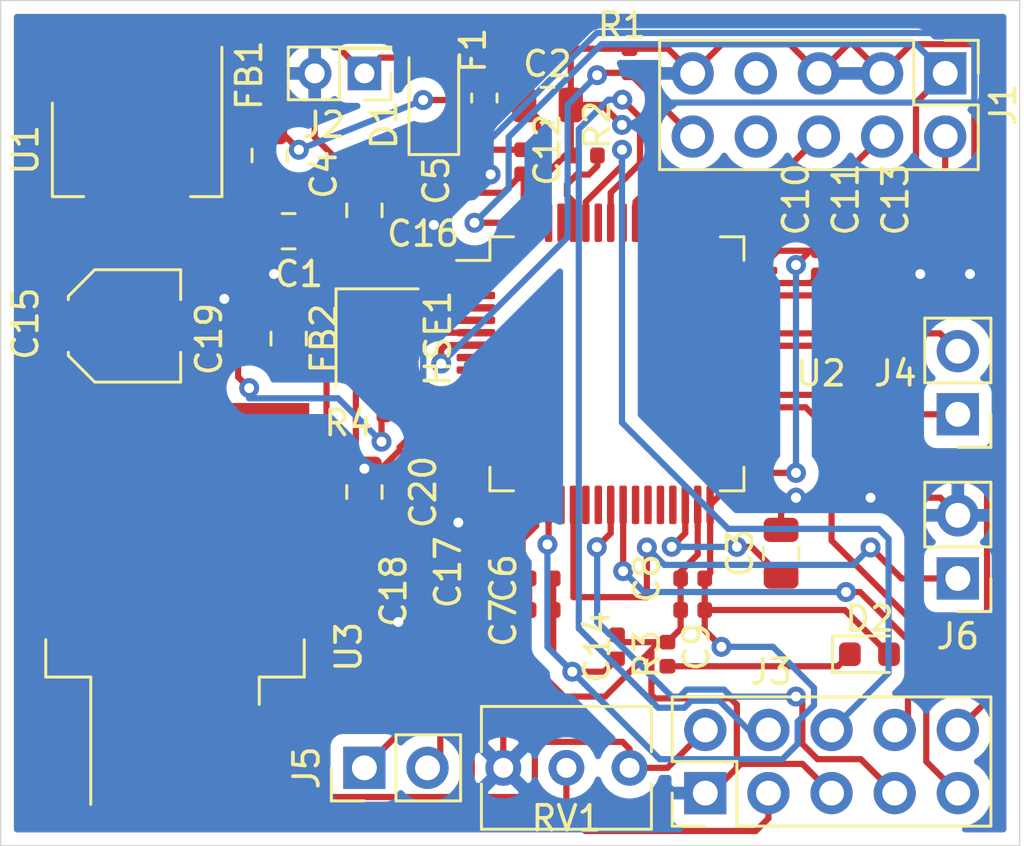
<source format=kicad_pcb>
(kicad_pcb (version 20171130) (host pcbnew "(5.1.6)-1")

  (general
    (thickness 1.6)
    (drawings 5)
    (tracks 439)
    (zones 0)
    (modules 40)
    (nets 67)
  )

  (page A4)
  (layers
    (0 F.Cu signal)
    (31 B.Cu signal)
    (32 B.Adhes user)
    (33 F.Adhes user)
    (34 B.Paste user)
    (35 F.Paste user)
    (36 B.SilkS user)
    (37 F.SilkS user)
    (38 B.Mask user)
    (39 F.Mask user)
    (40 Dwgs.User user)
    (41 Cmts.User user)
    (42 Eco1.User user)
    (43 Eco2.User user)
    (44 Edge.Cuts user)
    (45 Margin user)
    (46 B.CrtYd user)
    (47 F.CrtYd user)
    (48 B.Fab user)
    (49 F.Fab user hide)
  )

  (setup
    (last_trace_width 0.25)
    (trace_clearance 0.2)
    (zone_clearance 0.508)
    (zone_45_only no)
    (trace_min 0.2)
    (via_size 0.8)
    (via_drill 0.4)
    (via_min_size 0.4)
    (via_min_drill 0.3)
    (uvia_size 0.3)
    (uvia_drill 0.1)
    (uvias_allowed no)
    (uvia_min_size 0.2)
    (uvia_min_drill 0.1)
    (edge_width 0.05)
    (segment_width 0.2)
    (pcb_text_width 0.3)
    (pcb_text_size 1.5 1.5)
    (mod_edge_width 0.12)
    (mod_text_size 1 1)
    (mod_text_width 0.15)
    (pad_size 1.524 1.524)
    (pad_drill 0.762)
    (pad_to_mask_clearance 0.05)
    (aux_axis_origin 0 0)
    (visible_elements 7FFFF7FF)
    (pcbplotparams
      (layerselection 0x010fc_ffffffff)
      (usegerberextensions false)
      (usegerberattributes true)
      (usegerberadvancedattributes true)
      (creategerberjobfile true)
      (excludeedgelayer true)
      (linewidth 0.100000)
      (plotframeref false)
      (viasonmask false)
      (mode 1)
      (useauxorigin false)
      (hpglpennumber 1)
      (hpglpenspeed 20)
      (hpglpendiameter 15.000000)
      (psnegative false)
      (psa4output false)
      (plotreference true)
      (plotvalue true)
      (plotinvisibletext false)
      (padsonsilk false)
      (subtractmaskfromsilk false)
      (outputformat 1)
      (mirror false)
      (drillshape 1)
      (scaleselection 1)
      (outputdirectory ""))
  )

  (net 0 "")
  (net 1 GND)
  (net 2 "Net-(C1-Pad1)")
  (net 3 +3V3)
  (net 4 "Net-(C3-Pad1)")
  (net 5 VCC)
  (net 6 HSE_IN)
  (net 7 "Net-(C17-Pad1)")
  (net 8 +3.3VA)
  (net 9 "Net-(C19-Pad1)")
  (net 10 "Net-(D1-Pad1)")
  (net 11 "Net-(D2-Pad1)")
  (net 12 "Net-(F1-Pad1)")
  (net 13 NRST)
  (net 14 "Net-(J1-Pad8)")
  (net 15 "Net-(J1-Pad7)")
  (net 16 SWO)
  (net 17 SWCLK)
  (net 18 SWDIO)
  (net 19 D7)
  (net 20 D6)
  (net 21 D5)
  (net 22 D4)
  (net 23 EN)
  (net 24 RS)
  (net 25 "Net-(J3-Pad3)")
  (net 26 USART1_RX)
  (net 27 USART1_TX)
  (net 28 ADC_IN1)
  (net 29 ADC_IN0)
  (net 30 PWM_ALARM)
  (net 31 BOOT0)
  (net 32 HSE_OUT)
  (net 33 "Net-(U2-Pad62)")
  (net 34 "Net-(U2-Pad61)")
  (net 35 "Net-(U2-Pad58)")
  (net 36 "Net-(U2-Pad56)")
  (net 37 "Net-(U2-Pad54)")
  (net 38 "Net-(U2-Pad53)")
  (net 39 "Net-(U2-Pad52)")
  (net 40 "Net-(U2-Pad51)")
  (net 41 "Net-(U2-Pad50)")
  (net 42 "Net-(U2-Pad45)")
  (net 43 "Net-(U2-Pad44)")
  (net 44 "Net-(U2-Pad41)")
  (net 45 "Net-(U2-Pad40)")
  (net 46 "Net-(U2-Pad39)")
  (net 47 "Net-(U2-Pad36)")
  (net 48 "Net-(U2-Pad35)")
  (net 49 "Net-(U2-Pad34)")
  (net 50 "Net-(U2-Pad33)")
  (net 51 "Net-(U2-Pad29)")
  (net 52 "Net-(U2-Pad28)")
  (net 53 "Net-(U2-Pad27)")
  (net 54 "Net-(U2-Pad26)")
  (net 55 "Net-(U2-Pad23)")
  (net 56 "Net-(U2-Pad22)")
  (net 57 "Net-(U2-Pad20)")
  (net 58 "Net-(U2-Pad17)")
  (net 59 "Net-(U2-Pad16)")
  (net 60 "Net-(U2-Pad11)")
  (net 61 "Net-(U2-Pad10)")
  (net 62 "Net-(U2-Pad9)")
  (net 63 "Net-(U2-Pad8)")
  (net 64 "Net-(U2-Pad4)")
  (net 65 "Net-(U2-Pad3)")
  (net 66 "Net-(U2-Pad2)")

  (net_class Default "This is the default net class."
    (clearance 0.2)
    (trace_width 0.25)
    (via_dia 0.8)
    (via_drill 0.4)
    (uvia_dia 0.3)
    (uvia_drill 0.1)
    (add_net +3.3VA)
    (add_net +3V3)
    (add_net ADC_IN0)
    (add_net ADC_IN1)
    (add_net BOOT0)
    (add_net D4)
    (add_net D5)
    (add_net D6)
    (add_net D7)
    (add_net EN)
    (add_net GND)
    (add_net HSE_IN)
    (add_net HSE_OUT)
    (add_net NRST)
    (add_net "Net-(C1-Pad1)")
    (add_net "Net-(C17-Pad1)")
    (add_net "Net-(C19-Pad1)")
    (add_net "Net-(C3-Pad1)")
    (add_net "Net-(D1-Pad1)")
    (add_net "Net-(D2-Pad1)")
    (add_net "Net-(F1-Pad1)")
    (add_net "Net-(J1-Pad7)")
    (add_net "Net-(J1-Pad8)")
    (add_net "Net-(J3-Pad3)")
    (add_net "Net-(U2-Pad10)")
    (add_net "Net-(U2-Pad11)")
    (add_net "Net-(U2-Pad16)")
    (add_net "Net-(U2-Pad17)")
    (add_net "Net-(U2-Pad2)")
    (add_net "Net-(U2-Pad20)")
    (add_net "Net-(U2-Pad22)")
    (add_net "Net-(U2-Pad23)")
    (add_net "Net-(U2-Pad26)")
    (add_net "Net-(U2-Pad27)")
    (add_net "Net-(U2-Pad28)")
    (add_net "Net-(U2-Pad29)")
    (add_net "Net-(U2-Pad3)")
    (add_net "Net-(U2-Pad33)")
    (add_net "Net-(U2-Pad34)")
    (add_net "Net-(U2-Pad35)")
    (add_net "Net-(U2-Pad36)")
    (add_net "Net-(U2-Pad39)")
    (add_net "Net-(U2-Pad4)")
    (add_net "Net-(U2-Pad40)")
    (add_net "Net-(U2-Pad41)")
    (add_net "Net-(U2-Pad44)")
    (add_net "Net-(U2-Pad45)")
    (add_net "Net-(U2-Pad50)")
    (add_net "Net-(U2-Pad51)")
    (add_net "Net-(U2-Pad52)")
    (add_net "Net-(U2-Pad53)")
    (add_net "Net-(U2-Pad54)")
    (add_net "Net-(U2-Pad56)")
    (add_net "Net-(U2-Pad58)")
    (add_net "Net-(U2-Pad61)")
    (add_net "Net-(U2-Pad62)")
    (add_net "Net-(U2-Pad8)")
    (add_net "Net-(U2-Pad9)")
    (add_net PWM_ALARM)
    (add_net RS)
    (add_net SWCLK)
    (add_net SWDIO)
    (add_net SWO)
    (add_net USART1_RX)
    (add_net USART1_TX)
    (add_net VCC)
  )

  (module Capacitor_SMD:C_0402_1005Metric (layer F.Cu) (tedit 5B301BBE) (tstamp 60F09906)
    (at 141.986 62.484 90)
    (descr "Capacitor SMD 0402 (1005 Metric), square (rectangular) end terminal, IPC_7351 nominal, (Body size source: http://www.tortai-tech.com/upload/download/2011102023233369053.pdf), generated with kicad-footprint-generator")
    (tags capacitor)
    (path /60F23C35)
    (attr smd)
    (fp_text reference C12 (at 0.484 1.014 90) (layer F.SilkS)
      (effects (font (size 1 1) (thickness 0.15)))
    )
    (fp_text value 100nf (at 0 1.17 90) (layer F.Fab)
      (effects (font (size 1 1) (thickness 0.15)))
    )
    (fp_line (start -0.5 0.25) (end -0.5 -0.25) (layer F.Fab) (width 0.1))
    (fp_line (start -0.5 -0.25) (end 0.5 -0.25) (layer F.Fab) (width 0.1))
    (fp_line (start 0.5 -0.25) (end 0.5 0.25) (layer F.Fab) (width 0.1))
    (fp_line (start 0.5 0.25) (end -0.5 0.25) (layer F.Fab) (width 0.1))
    (fp_line (start -0.93 0.47) (end -0.93 -0.47) (layer F.CrtYd) (width 0.05))
    (fp_line (start -0.93 -0.47) (end 0.93 -0.47) (layer F.CrtYd) (width 0.05))
    (fp_line (start 0.93 -0.47) (end 0.93 0.47) (layer F.CrtYd) (width 0.05))
    (fp_line (start 0.93 0.47) (end -0.93 0.47) (layer F.CrtYd) (width 0.05))
    (fp_text user %R (at 0 0 90) (layer F.Fab)
      (effects (font (size 0.25 0.25) (thickness 0.04)))
    )
    (pad 1 smd roundrect (at -0.485 0 90) (size 0.59 0.64) (layers F.Cu F.Paste F.Mask) (roundrect_rratio 0.25)
      (net 3 +3V3))
    (pad 2 smd roundrect (at 0.485 0 90) (size 0.59 0.64) (layers F.Cu F.Paste F.Mask) (roundrect_rratio 0.25)
      (net 1 GND))
    (model ${KISYS3DMOD}/Capacitor_SMD.3dshapes/C_0402_1005Metric.wrl
      (at (xyz 0 0 0))
      (scale (xyz 1 1 1))
      (rotate (xyz 0 0 0))
    )
  )

  (module Package_QFP:LQFP-64_10x10mm_P0.5mm (layer F.Cu) (tedit 5D9F72AF) (tstamp 60F09BBC)
    (at 145.796 70.612)
    (descr "LQFP, 64 Pin (https://www.analog.com/media/en/technical-documentation/data-sheets/ad7606_7606-6_7606-4.pdf), generated with kicad-footprint-generator ipc_gullwing_generator.py")
    (tags "LQFP QFP")
    (path /60F007FF)
    (attr smd)
    (fp_text reference U2 (at 8.204 0.388) (layer F.SilkS)
      (effects (font (size 1 1) (thickness 0.15)))
    )
    (fp_text value STM32F446RETx (at 0 7.4) (layer F.Fab)
      (effects (font (size 1 1) (thickness 0.15)))
    )
    (fp_line (start 4.16 5.11) (end 5.11 5.11) (layer F.SilkS) (width 0.12))
    (fp_line (start 5.11 5.11) (end 5.11 4.16) (layer F.SilkS) (width 0.12))
    (fp_line (start -4.16 5.11) (end -5.11 5.11) (layer F.SilkS) (width 0.12))
    (fp_line (start -5.11 5.11) (end -5.11 4.16) (layer F.SilkS) (width 0.12))
    (fp_line (start 4.16 -5.11) (end 5.11 -5.11) (layer F.SilkS) (width 0.12))
    (fp_line (start 5.11 -5.11) (end 5.11 -4.16) (layer F.SilkS) (width 0.12))
    (fp_line (start -4.16 -5.11) (end -5.11 -5.11) (layer F.SilkS) (width 0.12))
    (fp_line (start -5.11 -5.11) (end -5.11 -4.16) (layer F.SilkS) (width 0.12))
    (fp_line (start -5.11 -4.16) (end -6.45 -4.16) (layer F.SilkS) (width 0.12))
    (fp_line (start -4 -5) (end 5 -5) (layer F.Fab) (width 0.1))
    (fp_line (start 5 -5) (end 5 5) (layer F.Fab) (width 0.1))
    (fp_line (start 5 5) (end -5 5) (layer F.Fab) (width 0.1))
    (fp_line (start -5 5) (end -5 -4) (layer F.Fab) (width 0.1))
    (fp_line (start -5 -4) (end -4 -5) (layer F.Fab) (width 0.1))
    (fp_line (start 0 -6.7) (end -4.15 -6.7) (layer F.CrtYd) (width 0.05))
    (fp_line (start -4.15 -6.7) (end -4.15 -5.25) (layer F.CrtYd) (width 0.05))
    (fp_line (start -4.15 -5.25) (end -5.25 -5.25) (layer F.CrtYd) (width 0.05))
    (fp_line (start -5.25 -5.25) (end -5.25 -4.15) (layer F.CrtYd) (width 0.05))
    (fp_line (start -5.25 -4.15) (end -6.7 -4.15) (layer F.CrtYd) (width 0.05))
    (fp_line (start -6.7 -4.15) (end -6.7 0) (layer F.CrtYd) (width 0.05))
    (fp_line (start 0 -6.7) (end 4.15 -6.7) (layer F.CrtYd) (width 0.05))
    (fp_line (start 4.15 -6.7) (end 4.15 -5.25) (layer F.CrtYd) (width 0.05))
    (fp_line (start 4.15 -5.25) (end 5.25 -5.25) (layer F.CrtYd) (width 0.05))
    (fp_line (start 5.25 -5.25) (end 5.25 -4.15) (layer F.CrtYd) (width 0.05))
    (fp_line (start 5.25 -4.15) (end 6.7 -4.15) (layer F.CrtYd) (width 0.05))
    (fp_line (start 6.7 -4.15) (end 6.7 0) (layer F.CrtYd) (width 0.05))
    (fp_line (start 0 6.7) (end -4.15 6.7) (layer F.CrtYd) (width 0.05))
    (fp_line (start -4.15 6.7) (end -4.15 5.25) (layer F.CrtYd) (width 0.05))
    (fp_line (start -4.15 5.25) (end -5.25 5.25) (layer F.CrtYd) (width 0.05))
    (fp_line (start -5.25 5.25) (end -5.25 4.15) (layer F.CrtYd) (width 0.05))
    (fp_line (start -5.25 4.15) (end -6.7 4.15) (layer F.CrtYd) (width 0.05))
    (fp_line (start -6.7 4.15) (end -6.7 0) (layer F.CrtYd) (width 0.05))
    (fp_line (start 0 6.7) (end 4.15 6.7) (layer F.CrtYd) (width 0.05))
    (fp_line (start 4.15 6.7) (end 4.15 5.25) (layer F.CrtYd) (width 0.05))
    (fp_line (start 4.15 5.25) (end 5.25 5.25) (layer F.CrtYd) (width 0.05))
    (fp_line (start 5.25 5.25) (end 5.25 4.15) (layer F.CrtYd) (width 0.05))
    (fp_line (start 5.25 4.15) (end 6.7 4.15) (layer F.CrtYd) (width 0.05))
    (fp_line (start 6.7 4.15) (end 6.7 0) (layer F.CrtYd) (width 0.05))
    (fp_text user %R (at 0 0) (layer F.Fab)
      (effects (font (size 1 1) (thickness 0.15)))
    )
    (pad 1 smd roundrect (at -5.675 -3.75) (size 1.55 0.3) (layers F.Cu F.Paste F.Mask) (roundrect_rratio 0.25)
      (net 3 +3V3))
    (pad 2 smd roundrect (at -5.675 -3.25) (size 1.55 0.3) (layers F.Cu F.Paste F.Mask) (roundrect_rratio 0.25)
      (net 66 "Net-(U2-Pad2)"))
    (pad 3 smd roundrect (at -5.675 -2.75) (size 1.55 0.3) (layers F.Cu F.Paste F.Mask) (roundrect_rratio 0.25)
      (net 65 "Net-(U2-Pad3)"))
    (pad 4 smd roundrect (at -5.675 -2.25) (size 1.55 0.3) (layers F.Cu F.Paste F.Mask) (roundrect_rratio 0.25)
      (net 64 "Net-(U2-Pad4)"))
    (pad 5 smd roundrect (at -5.675 -1.75) (size 1.55 0.3) (layers F.Cu F.Paste F.Mask) (roundrect_rratio 0.25)
      (net 6 HSE_IN))
    (pad 6 smd roundrect (at -5.675 -1.25) (size 1.55 0.3) (layers F.Cu F.Paste F.Mask) (roundrect_rratio 0.25)
      (net 32 HSE_OUT))
    (pad 7 smd roundrect (at -5.675 -0.75) (size 1.55 0.3) (layers F.Cu F.Paste F.Mask) (roundrect_rratio 0.25)
      (net 13 NRST))
    (pad 8 smd roundrect (at -5.675 -0.25) (size 1.55 0.3) (layers F.Cu F.Paste F.Mask) (roundrect_rratio 0.25)
      (net 63 "Net-(U2-Pad8)"))
    (pad 9 smd roundrect (at -5.675 0.25) (size 1.55 0.3) (layers F.Cu F.Paste F.Mask) (roundrect_rratio 0.25)
      (net 62 "Net-(U2-Pad9)"))
    (pad 10 smd roundrect (at -5.675 0.75) (size 1.55 0.3) (layers F.Cu F.Paste F.Mask) (roundrect_rratio 0.25)
      (net 61 "Net-(U2-Pad10)"))
    (pad 11 smd roundrect (at -5.675 1.25) (size 1.55 0.3) (layers F.Cu F.Paste F.Mask) (roundrect_rratio 0.25)
      (net 60 "Net-(U2-Pad11)"))
    (pad 12 smd roundrect (at -5.675 1.75) (size 1.55 0.3) (layers F.Cu F.Paste F.Mask) (roundrect_rratio 0.25)
      (net 1 GND))
    (pad 13 smd roundrect (at -5.675 2.25) (size 1.55 0.3) (layers F.Cu F.Paste F.Mask) (roundrect_rratio 0.25)
      (net 8 +3.3VA))
    (pad 14 smd roundrect (at -5.675 2.75) (size 1.55 0.3) (layers F.Cu F.Paste F.Mask) (roundrect_rratio 0.25)
      (net 29 ADC_IN0))
    (pad 15 smd roundrect (at -5.675 3.25) (size 1.55 0.3) (layers F.Cu F.Paste F.Mask) (roundrect_rratio 0.25)
      (net 28 ADC_IN1))
    (pad 16 smd roundrect (at -5.675 3.75) (size 1.55 0.3) (layers F.Cu F.Paste F.Mask) (roundrect_rratio 0.25)
      (net 59 "Net-(U2-Pad16)"))
    (pad 17 smd roundrect (at -3.75 5.675) (size 0.3 1.55) (layers F.Cu F.Paste F.Mask) (roundrect_rratio 0.25)
      (net 58 "Net-(U2-Pad17)"))
    (pad 18 smd roundrect (at -3.25 5.675) (size 0.3 1.55) (layers F.Cu F.Paste F.Mask) (roundrect_rratio 0.25)
      (net 1 GND))
    (pad 19 smd roundrect (at -2.75 5.675) (size 0.3 1.55) (layers F.Cu F.Paste F.Mask) (roundrect_rratio 0.25)
      (net 3 +3V3))
    (pad 20 smd roundrect (at -2.25 5.675) (size 0.3 1.55) (layers F.Cu F.Paste F.Mask) (roundrect_rratio 0.25)
      (net 57 "Net-(U2-Pad20)"))
    (pad 21 smd roundrect (at -1.75 5.675) (size 0.3 1.55) (layers F.Cu F.Paste F.Mask) (roundrect_rratio 0.25)
      (net 30 PWM_ALARM))
    (pad 22 smd roundrect (at -1.25 5.675) (size 0.3 1.55) (layers F.Cu F.Paste F.Mask) (roundrect_rratio 0.25)
      (net 56 "Net-(U2-Pad22)"))
    (pad 23 smd roundrect (at -0.75 5.675) (size 0.3 1.55) (layers F.Cu F.Paste F.Mask) (roundrect_rratio 0.25)
      (net 55 "Net-(U2-Pad23)"))
    (pad 24 smd roundrect (at -0.25 5.675) (size 0.3 1.55) (layers F.Cu F.Paste F.Mask) (roundrect_rratio 0.25)
      (net 22 D4))
    (pad 25 smd roundrect (at 0.25 5.675) (size 0.3 1.55) (layers F.Cu F.Paste F.Mask) (roundrect_rratio 0.25)
      (net 21 D5))
    (pad 26 smd roundrect (at 0.75 5.675) (size 0.3 1.55) (layers F.Cu F.Paste F.Mask) (roundrect_rratio 0.25)
      (net 54 "Net-(U2-Pad26)"))
    (pad 27 smd roundrect (at 1.25 5.675) (size 0.3 1.55) (layers F.Cu F.Paste F.Mask) (roundrect_rratio 0.25)
      (net 53 "Net-(U2-Pad27)"))
    (pad 28 smd roundrect (at 1.75 5.675) (size 0.3 1.55) (layers F.Cu F.Paste F.Mask) (roundrect_rratio 0.25)
      (net 52 "Net-(U2-Pad28)"))
    (pad 29 smd roundrect (at 2.25 5.675) (size 0.3 1.55) (layers F.Cu F.Paste F.Mask) (roundrect_rratio 0.25)
      (net 51 "Net-(U2-Pad29)"))
    (pad 30 smd roundrect (at 2.75 5.675) (size 0.3 1.55) (layers F.Cu F.Paste F.Mask) (roundrect_rratio 0.25)
      (net 4 "Net-(C3-Pad1)"))
    (pad 31 smd roundrect (at 3.25 5.675) (size 0.3 1.55) (layers F.Cu F.Paste F.Mask) (roundrect_rratio 0.25)
      (net 1 GND))
    (pad 32 smd roundrect (at 3.75 5.675) (size 0.3 1.55) (layers F.Cu F.Paste F.Mask) (roundrect_rratio 0.25)
      (net 3 +3V3))
    (pad 33 smd roundrect (at 5.675 3.75) (size 1.55 0.3) (layers F.Cu F.Paste F.Mask) (roundrect_rratio 0.25)
      (net 50 "Net-(U2-Pad33)"))
    (pad 34 smd roundrect (at 5.675 3.25) (size 1.55 0.3) (layers F.Cu F.Paste F.Mask) (roundrect_rratio 0.25)
      (net 49 "Net-(U2-Pad34)"))
    (pad 35 smd roundrect (at 5.675 2.75) (size 1.55 0.3) (layers F.Cu F.Paste F.Mask) (roundrect_rratio 0.25)
      (net 48 "Net-(U2-Pad35)"))
    (pad 36 smd roundrect (at 5.675 2.25) (size 1.55 0.3) (layers F.Cu F.Paste F.Mask) (roundrect_rratio 0.25)
      (net 47 "Net-(U2-Pad36)"))
    (pad 37 smd roundrect (at 5.675 1.75) (size 1.55 0.3) (layers F.Cu F.Paste F.Mask) (roundrect_rratio 0.25)
      (net 20 D6))
    (pad 38 smd roundrect (at 5.675 1.25) (size 1.55 0.3) (layers F.Cu F.Paste F.Mask) (roundrect_rratio 0.25)
      (net 19 D7))
    (pad 39 smd roundrect (at 5.675 0.75) (size 1.55 0.3) (layers F.Cu F.Paste F.Mask) (roundrect_rratio 0.25)
      (net 46 "Net-(U2-Pad39)"))
    (pad 40 smd roundrect (at 5.675 0.25) (size 1.55 0.3) (layers F.Cu F.Paste F.Mask) (roundrect_rratio 0.25)
      (net 45 "Net-(U2-Pad40)"))
    (pad 41 smd roundrect (at 5.675 -0.25) (size 1.55 0.3) (layers F.Cu F.Paste F.Mask) (roundrect_rratio 0.25)
      (net 44 "Net-(U2-Pad41)"))
    (pad 42 smd roundrect (at 5.675 -0.75) (size 1.55 0.3) (layers F.Cu F.Paste F.Mask) (roundrect_rratio 0.25)
      (net 27 USART1_TX))
    (pad 43 smd roundrect (at 5.675 -1.25) (size 1.55 0.3) (layers F.Cu F.Paste F.Mask) (roundrect_rratio 0.25)
      (net 26 USART1_RX))
    (pad 44 smd roundrect (at 5.675 -1.75) (size 1.55 0.3) (layers F.Cu F.Paste F.Mask) (roundrect_rratio 0.25)
      (net 43 "Net-(U2-Pad44)"))
    (pad 45 smd roundrect (at 5.675 -2.25) (size 1.55 0.3) (layers F.Cu F.Paste F.Mask) (roundrect_rratio 0.25)
      (net 42 "Net-(U2-Pad45)"))
    (pad 46 smd roundrect (at 5.675 -2.75) (size 1.55 0.3) (layers F.Cu F.Paste F.Mask) (roundrect_rratio 0.25)
      (net 18 SWDIO))
    (pad 47 smd roundrect (at 5.675 -3.25) (size 1.55 0.3) (layers F.Cu F.Paste F.Mask) (roundrect_rratio 0.25)
      (net 1 GND))
    (pad 48 smd roundrect (at 5.675 -3.75) (size 1.55 0.3) (layers F.Cu F.Paste F.Mask) (roundrect_rratio 0.25)
      (net 3 +3V3))
    (pad 49 smd roundrect (at 3.75 -5.675) (size 0.3 1.55) (layers F.Cu F.Paste F.Mask) (roundrect_rratio 0.25)
      (net 17 SWCLK))
    (pad 50 smd roundrect (at 3.25 -5.675) (size 0.3 1.55) (layers F.Cu F.Paste F.Mask) (roundrect_rratio 0.25)
      (net 41 "Net-(U2-Pad50)"))
    (pad 51 smd roundrect (at 2.75 -5.675) (size 0.3 1.55) (layers F.Cu F.Paste F.Mask) (roundrect_rratio 0.25)
      (net 40 "Net-(U2-Pad51)"))
    (pad 52 smd roundrect (at 2.25 -5.675) (size 0.3 1.55) (layers F.Cu F.Paste F.Mask) (roundrect_rratio 0.25)
      (net 39 "Net-(U2-Pad52)"))
    (pad 53 smd roundrect (at 1.75 -5.675) (size 0.3 1.55) (layers F.Cu F.Paste F.Mask) (roundrect_rratio 0.25)
      (net 38 "Net-(U2-Pad53)"))
    (pad 54 smd roundrect (at 1.25 -5.675) (size 0.3 1.55) (layers F.Cu F.Paste F.Mask) (roundrect_rratio 0.25)
      (net 37 "Net-(U2-Pad54)"))
    (pad 55 smd roundrect (at 0.75 -5.675) (size 0.3 1.55) (layers F.Cu F.Paste F.Mask) (roundrect_rratio 0.25)
      (net 16 SWO))
    (pad 56 smd roundrect (at 0.25 -5.675) (size 0.3 1.55) (layers F.Cu F.Paste F.Mask) (roundrect_rratio 0.25)
      (net 36 "Net-(U2-Pad56)"))
    (pad 57 smd roundrect (at -0.25 -5.675) (size 0.3 1.55) (layers F.Cu F.Paste F.Mask) (roundrect_rratio 0.25)
      (net 24 RS))
    (pad 58 smd roundrect (at -0.75 -5.675) (size 0.3 1.55) (layers F.Cu F.Paste F.Mask) (roundrect_rratio 0.25)
      (net 35 "Net-(U2-Pad58)"))
    (pad 59 smd roundrect (at -1.25 -5.675) (size 0.3 1.55) (layers F.Cu F.Paste F.Mask) (roundrect_rratio 0.25)
      (net 23 EN))
    (pad 60 smd roundrect (at -1.75 -5.675) (size 0.3 1.55) (layers F.Cu F.Paste F.Mask) (roundrect_rratio 0.25)
      (net 31 BOOT0))
    (pad 61 smd roundrect (at -2.25 -5.675) (size 0.3 1.55) (layers F.Cu F.Paste F.Mask) (roundrect_rratio 0.25)
      (net 34 "Net-(U2-Pad61)"))
    (pad 62 smd roundrect (at -2.75 -5.675) (size 0.3 1.55) (layers F.Cu F.Paste F.Mask) (roundrect_rratio 0.25)
      (net 33 "Net-(U2-Pad62)"))
    (pad 63 smd roundrect (at -3.25 -5.675) (size 0.3 1.55) (layers F.Cu F.Paste F.Mask) (roundrect_rratio 0.25)
      (net 1 GND))
    (pad 64 smd roundrect (at -3.75 -5.675) (size 0.3 1.55) (layers F.Cu F.Paste F.Mask) (roundrect_rratio 0.25)
      (net 3 +3V3))
    (model ${KISYS3DMOD}/Package_QFP.3dshapes/LQFP-64_10x10mm_P0.5mm.wrl
      (at (xyz 0 0 0))
      (scale (xyz 1 1 1))
      (rotate (xyz 0 0 0))
    )
  )

  (module Package_TO_SOT_SMD:TO-263-3_TabPin2 (layer F.Cu) (tedit 5A70FB8C) (tstamp 60F09BE4)
    (at 128.016 80.264 90)
    (descr "TO-263 / D2PAK / DDPAK SMD package, http://www.infineon.com/cms/en/product/packages/PG-TO263/PG-TO263-3-1/")
    (tags "D2PAK DDPAK TO-263 D2PAK-3 TO-263-3 SOT-404")
    (path /61049B9E)
    (attr smd)
    (fp_text reference U3 (at -1.736 6.984 90) (layer F.SilkS)
      (effects (font (size 1 1) (thickness 0.15)))
    )
    (fp_text value LM7805 (at 0 6.65 90) (layer F.Fab)
      (effects (font (size 1 1) (thickness 0.15)))
    )
    (fp_line (start 6.5 -5) (end 7.5 -5) (layer F.Fab) (width 0.1))
    (fp_line (start 7.5 -5) (end 7.5 5) (layer F.Fab) (width 0.1))
    (fp_line (start 7.5 5) (end 6.5 5) (layer F.Fab) (width 0.1))
    (fp_line (start 6.5 -5) (end 6.5 5) (layer F.Fab) (width 0.1))
    (fp_line (start 6.5 5) (end -2.75 5) (layer F.Fab) (width 0.1))
    (fp_line (start -2.75 5) (end -2.75 -4) (layer F.Fab) (width 0.1))
    (fp_line (start -2.75 -4) (end -1.75 -5) (layer F.Fab) (width 0.1))
    (fp_line (start -1.75 -5) (end 6.5 -5) (layer F.Fab) (width 0.1))
    (fp_line (start -2.75 -3.04) (end -7.45 -3.04) (layer F.Fab) (width 0.1))
    (fp_line (start -7.45 -3.04) (end -7.45 -2.04) (layer F.Fab) (width 0.1))
    (fp_line (start -7.45 -2.04) (end -2.75 -2.04) (layer F.Fab) (width 0.1))
    (fp_line (start -2.75 -0.5) (end -7.45 -0.5) (layer F.Fab) (width 0.1))
    (fp_line (start -7.45 -0.5) (end -7.45 0.5) (layer F.Fab) (width 0.1))
    (fp_line (start -7.45 0.5) (end -2.75 0.5) (layer F.Fab) (width 0.1))
    (fp_line (start -2.75 2.04) (end -7.45 2.04) (layer F.Fab) (width 0.1))
    (fp_line (start -7.45 2.04) (end -7.45 3.04) (layer F.Fab) (width 0.1))
    (fp_line (start -7.45 3.04) (end -2.75 3.04) (layer F.Fab) (width 0.1))
    (fp_line (start -1.45 -5.2) (end -2.95 -5.2) (layer F.SilkS) (width 0.12))
    (fp_line (start -2.95 -5.2) (end -2.95 -3.39) (layer F.SilkS) (width 0.12))
    (fp_line (start -2.95 -3.39) (end -8.075 -3.39) (layer F.SilkS) (width 0.12))
    (fp_line (start -1.45 5.2) (end -2.95 5.2) (layer F.SilkS) (width 0.12))
    (fp_line (start -2.95 5.2) (end -2.95 3.39) (layer F.SilkS) (width 0.12))
    (fp_line (start -2.95 3.39) (end -4.05 3.39) (layer F.SilkS) (width 0.12))
    (fp_line (start -8.32 -5.65) (end -8.32 5.65) (layer F.CrtYd) (width 0.05))
    (fp_line (start -8.32 5.65) (end 8.32 5.65) (layer F.CrtYd) (width 0.05))
    (fp_line (start 8.32 5.65) (end 8.32 -5.65) (layer F.CrtYd) (width 0.05))
    (fp_line (start 8.32 -5.65) (end -8.32 -5.65) (layer F.CrtYd) (width 0.05))
    (fp_text user %R (at 0 0 90) (layer F.Fab)
      (effects (font (size 1 1) (thickness 0.15)))
    )
    (pad 1 smd rect (at -5.775 -2.54 90) (size 4.6 1.1) (layers F.Cu F.Paste F.Mask)
      (net 5 VCC))
    (pad 2 smd rect (at -5.775 0 90) (size 4.6 1.1) (layers F.Cu F.Paste F.Mask)
      (net 1 GND))
    (pad 3 smd rect (at -5.775 2.54 90) (size 4.6 1.1) (layers F.Cu F.Paste F.Mask)
      (net 7 "Net-(C17-Pad1)"))
    (pad 2 smd rect (at 3.375 0 90) (size 9.4 10.8) (layers F.Cu F.Mask)
      (net 1 GND))
    (pad "" smd rect (at 5.8 2.775 90) (size 4.55 5.25) (layers F.Paste))
    (pad "" smd rect (at 0.95 -2.775 90) (size 4.55 5.25) (layers F.Paste))
    (pad "" smd rect (at 5.8 -2.775 90) (size 4.55 5.25) (layers F.Paste))
    (pad "" smd rect (at 0.95 2.775 90) (size 4.55 5.25) (layers F.Paste))
    (model ${KISYS3DMOD}/Package_TO_SOT_SMD.3dshapes/TO-263-3_TabPin2.wrl
      (at (xyz 0 0 0))
      (scale (xyz 1 1 1))
      (rotate (xyz 0 0 0))
    )
  )

  (module Package_TO_SOT_SMD:SOT-223-3_TabPin2 (layer F.Cu) (tedit 5A02FF57) (tstamp 60F09B51)
    (at 126.492 61.976 270)
    (descr "module CMS SOT223 4 pins")
    (tags "CMS SOT")
    (path /60F01A9E)
    (attr smd)
    (fp_text reference U1 (at 0.024 4.492 270) (layer F.SilkS)
      (effects (font (size 1 1) (thickness 0.15)))
    )
    (fp_text value AMS1117CD-3.3 (at 0 4.5 90) (layer F.Fab)
      (effects (font (size 1 1) (thickness 0.15)))
    )
    (fp_line (start 1.91 3.41) (end 1.91 2.15) (layer F.SilkS) (width 0.12))
    (fp_line (start 1.91 -3.41) (end 1.91 -2.15) (layer F.SilkS) (width 0.12))
    (fp_line (start 4.4 -3.6) (end -4.4 -3.6) (layer F.CrtYd) (width 0.05))
    (fp_line (start 4.4 3.6) (end 4.4 -3.6) (layer F.CrtYd) (width 0.05))
    (fp_line (start -4.4 3.6) (end 4.4 3.6) (layer F.CrtYd) (width 0.05))
    (fp_line (start -4.4 -3.6) (end -4.4 3.6) (layer F.CrtYd) (width 0.05))
    (fp_line (start -1.85 -2.35) (end -0.85 -3.35) (layer F.Fab) (width 0.1))
    (fp_line (start -1.85 -2.35) (end -1.85 3.35) (layer F.Fab) (width 0.1))
    (fp_line (start -1.85 3.41) (end 1.91 3.41) (layer F.SilkS) (width 0.12))
    (fp_line (start -0.85 -3.35) (end 1.85 -3.35) (layer F.Fab) (width 0.1))
    (fp_line (start -4.1 -3.41) (end 1.91 -3.41) (layer F.SilkS) (width 0.12))
    (fp_line (start -1.85 3.35) (end 1.85 3.35) (layer F.Fab) (width 0.1))
    (fp_line (start 1.85 -3.35) (end 1.85 3.35) (layer F.Fab) (width 0.1))
    (fp_text user %R (at 0 0) (layer F.Fab)
      (effects (font (size 0.8 0.8) (thickness 0.12)))
    )
    (pad 2 smd rect (at 3.15 0 270) (size 2 3.8) (layers F.Cu F.Paste F.Mask)
      (net 3 +3V3))
    (pad 2 smd rect (at -3.15 0 270) (size 2 1.5) (layers F.Cu F.Paste F.Mask)
      (net 3 +3V3))
    (pad 3 smd rect (at -3.15 2.3 270) (size 2 1.5) (layers F.Cu F.Paste F.Mask)
      (net 2 "Net-(C1-Pad1)"))
    (pad 1 smd rect (at -3.15 -2.3 270) (size 2 1.5) (layers F.Cu F.Paste F.Mask)
      (net 1 GND))
    (model ${KISYS3DMOD}/Package_TO_SOT_SMD.3dshapes/SOT-223.wrl
      (at (xyz 0 0 0))
      (scale (xyz 1 1 1))
      (rotate (xyz 0 0 0))
    )
  )

  (module Potentiometer_THT:Potentiometer_Vishay_T73XW_Horizontal (layer F.Cu) (tedit 5A3D4993) (tstamp 60F09B3B)
    (at 146.304 86.868 270)
    (descr "Potentiometer, horizontal, Vishay T73XW, http://www.vishay.com/docs/51016/t73.pdf")
    (tags "Potentiometer horizontal Vishay T73XW")
    (path /61022752)
    (fp_text reference RV1 (at 2.032 2.54 180) (layer F.SilkS)
      (effects (font (size 1 1) (thickness 0.15)))
    )
    (fp_text value 50K (at 0 7.09 90) (layer F.Fab)
      (effects (font (size 1 1) (thickness 0.15)))
    )
    (fp_line (start 2.35 -0.76) (end 2.35 5.84) (layer F.Fab) (width 0.1))
    (fp_line (start 2.35 5.84) (end -2.35 5.84) (layer F.Fab) (width 0.1))
    (fp_line (start -2.35 5.84) (end -2.35 -0.76) (layer F.Fab) (width 0.1))
    (fp_line (start -2.35 -0.76) (end 2.35 -0.76) (layer F.Fab) (width 0.1))
    (fp_line (start -2.47 -0.88) (end -0.65 -0.88) (layer F.SilkS) (width 0.12))
    (fp_line (start 0.65 -0.88) (end 2.47 -0.88) (layer F.SilkS) (width 0.12))
    (fp_line (start -2.47 5.96) (end -0.65 5.96) (layer F.SilkS) (width 0.12))
    (fp_line (start 0.65 5.96) (end 2.47 5.96) (layer F.SilkS) (width 0.12))
    (fp_line (start 2.47 -0.88) (end 2.47 5.96) (layer F.SilkS) (width 0.12))
    (fp_line (start -2.47 -0.88) (end -2.47 5.96) (layer F.SilkS) (width 0.12))
    (fp_line (start -2.6 -1.05) (end -2.6 6.1) (layer F.CrtYd) (width 0.05))
    (fp_line (start -2.6 6.1) (end 2.6 6.1) (layer F.CrtYd) (width 0.05))
    (fp_line (start 2.6 6.1) (end 2.6 -1.05) (layer F.CrtYd) (width 0.05))
    (fp_line (start 2.6 -1.05) (end -2.6 -1.05) (layer F.CrtYd) (width 0.05))
    (fp_text user %R (at 0 2.54 90) (layer F.Fab)
      (effects (font (size 1 1) (thickness 0.15)))
    )
    (pad 3 thru_hole circle (at 0 5.08 270) (size 1.44 1.44) (drill 0.8) (layers *.Cu *.Mask)
      (net 1 GND))
    (pad 2 thru_hole circle (at 0 2.54 270) (size 1.44 1.44) (drill 0.8) (layers *.Cu *.Mask)
      (net 25 "Net-(J3-Pad3)"))
    (pad 1 thru_hole circle (at 0 0 270) (size 1.44 1.44) (drill 0.8) (layers *.Cu *.Mask)
      (net 7 "Net-(C17-Pad1)"))
    (model ${KISYS3DMOD}/Potentiometer_THT.3dshapes/Potentiometer_Vishay_T73XW_Horizontal.wrl
      (at (xyz 0 0 0))
      (scale (xyz 1 1 1))
      (rotate (xyz 0 0 0))
    )
  )

  (module Resistor_SMD:R_0402_1005Metric (layer F.Cu) (tedit 5B301BBD) (tstamp 60F09B25)
    (at 136.906 72.644 180)
    (descr "Resistor SMD 0402 (1005 Metric), square (rectangular) end terminal, IPC_7351 nominal, (Body size source: http://www.tortai-tech.com/upload/download/2011102023233369053.pdf), generated with kicad-footprint-generator")
    (tags resistor)
    (path /60F45F77)
    (attr smd)
    (fp_text reference R4 (at 1.906 -0.356) (layer F.SilkS)
      (effects (font (size 1 1) (thickness 0.15)))
    )
    (fp_text value 220 (at 0 1.17) (layer F.Fab)
      (effects (font (size 1 1) (thickness 0.15)))
    )
    (fp_line (start -0.5 0.25) (end -0.5 -0.25) (layer F.Fab) (width 0.1))
    (fp_line (start -0.5 -0.25) (end 0.5 -0.25) (layer F.Fab) (width 0.1))
    (fp_line (start 0.5 -0.25) (end 0.5 0.25) (layer F.Fab) (width 0.1))
    (fp_line (start 0.5 0.25) (end -0.5 0.25) (layer F.Fab) (width 0.1))
    (fp_line (start -0.93 0.47) (end -0.93 -0.47) (layer F.CrtYd) (width 0.05))
    (fp_line (start -0.93 -0.47) (end 0.93 -0.47) (layer F.CrtYd) (width 0.05))
    (fp_line (start 0.93 -0.47) (end 0.93 0.47) (layer F.CrtYd) (width 0.05))
    (fp_line (start 0.93 0.47) (end -0.93 0.47) (layer F.CrtYd) (width 0.05))
    (fp_text user %R (at 0 0) (layer F.Fab)
      (effects (font (size 0.25 0.25) (thickness 0.04)))
    )
    (pad 1 smd roundrect (at -0.485 0 180) (size 0.59 0.64) (layers F.Cu F.Paste F.Mask) (roundrect_rratio 0.25)
      (net 32 HSE_OUT))
    (pad 2 smd roundrect (at 0.485 0 180) (size 0.59 0.64) (layers F.Cu F.Paste F.Mask) (roundrect_rratio 0.25)
      (net 9 "Net-(C19-Pad1)"))
    (model ${KISYS3DMOD}/Resistor_SMD.3dshapes/R_0402_1005Metric.wrl
      (at (xyz 0 0 0))
      (scale (xyz 1 1 1))
      (rotate (xyz 0 0 0))
    )
  )

  (module Resistor_SMD:R_0402_1005Metric (layer F.Cu) (tedit 5B301BBD) (tstamp 60F09B16)
    (at 147.828 82.296 90)
    (descr "Resistor SMD 0402 (1005 Metric), square (rectangular) end terminal, IPC_7351 nominal, (Body size source: http://www.tortai-tech.com/upload/download/2011102023233369053.pdf), generated with kicad-footprint-generator")
    (tags resistor)
    (path /610A0992)
    (attr smd)
    (fp_text reference R3 (at 0 -0.828 90) (layer F.SilkS)
      (effects (font (size 1 1) (thickness 0.15)))
    )
    (fp_text value 220 (at 0 1.17 90) (layer F.Fab)
      (effects (font (size 1 1) (thickness 0.15)))
    )
    (fp_line (start -0.5 0.25) (end -0.5 -0.25) (layer F.Fab) (width 0.1))
    (fp_line (start -0.5 -0.25) (end 0.5 -0.25) (layer F.Fab) (width 0.1))
    (fp_line (start 0.5 -0.25) (end 0.5 0.25) (layer F.Fab) (width 0.1))
    (fp_line (start 0.5 0.25) (end -0.5 0.25) (layer F.Fab) (width 0.1))
    (fp_line (start -0.93 0.47) (end -0.93 -0.47) (layer F.CrtYd) (width 0.05))
    (fp_line (start -0.93 -0.47) (end 0.93 -0.47) (layer F.CrtYd) (width 0.05))
    (fp_line (start 0.93 -0.47) (end 0.93 0.47) (layer F.CrtYd) (width 0.05))
    (fp_line (start 0.93 0.47) (end -0.93 0.47) (layer F.CrtYd) (width 0.05))
    (fp_text user %R (at 0 0 90) (layer F.Fab)
      (effects (font (size 0.25 0.25) (thickness 0.04)))
    )
    (pad 1 smd roundrect (at -0.485 0 90) (size 0.59 0.64) (layers F.Cu F.Paste F.Mask) (roundrect_rratio 0.25)
      (net 11 "Net-(D2-Pad1)"))
    (pad 2 smd roundrect (at 0.485 0 90) (size 0.59 0.64) (layers F.Cu F.Paste F.Mask) (roundrect_rratio 0.25)
      (net 1 GND))
    (model ${KISYS3DMOD}/Resistor_SMD.3dshapes/R_0402_1005Metric.wrl
      (at (xyz 0 0 0))
      (scale (xyz 1 1 1))
      (rotate (xyz 0 0 0))
    )
  )

  (module Resistor_SMD:R_0402_1005Metric (layer F.Cu) (tedit 5B301BBD) (tstamp 60F09B07)
    (at 144.526 62.23 180)
    (descr "Resistor SMD 0402 (1005 Metric), square (rectangular) end terminal, IPC_7351 nominal, (Body size source: http://www.tortai-tech.com/upload/download/2011102023233369053.pdf), generated with kicad-footprint-generator")
    (tags resistor)
    (path /60F79F73)
    (attr smd)
    (fp_text reference R2 (at -0.474 1.23 90) (layer F.SilkS)
      (effects (font (size 1 1) (thickness 0.15)))
    )
    (fp_text value 10k (at 0 1.17) (layer F.Fab)
      (effects (font (size 1 1) (thickness 0.15)))
    )
    (fp_line (start -0.5 0.25) (end -0.5 -0.25) (layer F.Fab) (width 0.1))
    (fp_line (start -0.5 -0.25) (end 0.5 -0.25) (layer F.Fab) (width 0.1))
    (fp_line (start 0.5 -0.25) (end 0.5 0.25) (layer F.Fab) (width 0.1))
    (fp_line (start 0.5 0.25) (end -0.5 0.25) (layer F.Fab) (width 0.1))
    (fp_line (start -0.93 0.47) (end -0.93 -0.47) (layer F.CrtYd) (width 0.05))
    (fp_line (start -0.93 -0.47) (end 0.93 -0.47) (layer F.CrtYd) (width 0.05))
    (fp_line (start 0.93 -0.47) (end 0.93 0.47) (layer F.CrtYd) (width 0.05))
    (fp_line (start 0.93 0.47) (end -0.93 0.47) (layer F.CrtYd) (width 0.05))
    (fp_text user %R (at 0 0) (layer F.Fab)
      (effects (font (size 0.25 0.25) (thickness 0.04)))
    )
    (pad 1 smd roundrect (at -0.485 0 180) (size 0.59 0.64) (layers F.Cu F.Paste F.Mask) (roundrect_rratio 0.25)
      (net 31 BOOT0))
    (pad 2 smd roundrect (at 0.485 0 180) (size 0.59 0.64) (layers F.Cu F.Paste F.Mask) (roundrect_rratio 0.25)
      (net 1 GND))
    (model ${KISYS3DMOD}/Resistor_SMD.3dshapes/R_0402_1005Metric.wrl
      (at (xyz 0 0 0))
      (scale (xyz 1 1 1))
      (rotate (xyz 0 0 0))
    )
  )

  (module Resistor_SMD:R_0402_1005Metric (layer F.Cu) (tedit 5B301BBD) (tstamp 60F09AF8)
    (at 146.304 58.42 90)
    (descr "Resistor SMD 0402 (1005 Metric), square (rectangular) end terminal, IPC_7351 nominal, (Body size source: http://www.tortai-tech.com/upload/download/2011102023233369053.pdf), generated with kicad-footprint-generator")
    (tags resistor)
    (path /60F798FC)
    (attr smd)
    (fp_text reference R1 (at 1.42 -0.304 180) (layer F.SilkS)
      (effects (font (size 1 1) (thickness 0.15)))
    )
    (fp_text value 10k (at 0 1.17 90) (layer F.Fab)
      (effects (font (size 1 1) (thickness 0.15)))
    )
    (fp_line (start -0.5 0.25) (end -0.5 -0.25) (layer F.Fab) (width 0.1))
    (fp_line (start -0.5 -0.25) (end 0.5 -0.25) (layer F.Fab) (width 0.1))
    (fp_line (start 0.5 -0.25) (end 0.5 0.25) (layer F.Fab) (width 0.1))
    (fp_line (start 0.5 0.25) (end -0.5 0.25) (layer F.Fab) (width 0.1))
    (fp_line (start -0.93 0.47) (end -0.93 -0.47) (layer F.CrtYd) (width 0.05))
    (fp_line (start -0.93 -0.47) (end 0.93 -0.47) (layer F.CrtYd) (width 0.05))
    (fp_line (start 0.93 -0.47) (end 0.93 0.47) (layer F.CrtYd) (width 0.05))
    (fp_line (start 0.93 0.47) (end -0.93 0.47) (layer F.CrtYd) (width 0.05))
    (fp_text user %R (at 0 0 90) (layer F.Fab)
      (effects (font (size 0.25 0.25) (thickness 0.04)))
    )
    (pad 1 smd roundrect (at -0.485 0 90) (size 0.59 0.64) (layers F.Cu F.Paste F.Mask) (roundrect_rratio 0.25)
      (net 13 NRST))
    (pad 2 smd roundrect (at 0.485 0 90) (size 0.59 0.64) (layers F.Cu F.Paste F.Mask) (roundrect_rratio 0.25)
      (net 1 GND))
    (model ${KISYS3DMOD}/Resistor_SMD.3dshapes/R_0402_1005Metric.wrl
      (at (xyz 0 0 0))
      (scale (xyz 1 1 1))
      (rotate (xyz 0 0 0))
    )
  )

  (module Connector_PinHeader_2.54mm:PinHeader_1x02_P2.54mm_Vertical (layer F.Cu) (tedit 59FED5CC) (tstamp 60F09AE9)
    (at 159.512 79.248 180)
    (descr "Through hole straight pin header, 1x02, 2.54mm pitch, single row")
    (tags "Through hole pin header THT 1x02 2.54mm single row")
    (path /610CCC49)
    (fp_text reference J6 (at 0 -2.33) (layer F.SilkS)
      (effects (font (size 1 1) (thickness 0.15)))
    )
    (fp_text value BUZZER (at 0 4.87) (layer F.Fab)
      (effects (font (size 1 1) (thickness 0.15)))
    )
    (fp_line (start 1.8 -1.8) (end -1.8 -1.8) (layer F.CrtYd) (width 0.05))
    (fp_line (start 1.8 4.35) (end 1.8 -1.8) (layer F.CrtYd) (width 0.05))
    (fp_line (start -1.8 4.35) (end 1.8 4.35) (layer F.CrtYd) (width 0.05))
    (fp_line (start -1.8 -1.8) (end -1.8 4.35) (layer F.CrtYd) (width 0.05))
    (fp_line (start -1.33 -1.33) (end 0 -1.33) (layer F.SilkS) (width 0.12))
    (fp_line (start -1.33 0) (end -1.33 -1.33) (layer F.SilkS) (width 0.12))
    (fp_line (start -1.33 1.27) (end 1.33 1.27) (layer F.SilkS) (width 0.12))
    (fp_line (start 1.33 1.27) (end 1.33 3.87) (layer F.SilkS) (width 0.12))
    (fp_line (start -1.33 1.27) (end -1.33 3.87) (layer F.SilkS) (width 0.12))
    (fp_line (start -1.33 3.87) (end 1.33 3.87) (layer F.SilkS) (width 0.12))
    (fp_line (start -1.27 -0.635) (end -0.635 -1.27) (layer F.Fab) (width 0.1))
    (fp_line (start -1.27 3.81) (end -1.27 -0.635) (layer F.Fab) (width 0.1))
    (fp_line (start 1.27 3.81) (end -1.27 3.81) (layer F.Fab) (width 0.1))
    (fp_line (start 1.27 -1.27) (end 1.27 3.81) (layer F.Fab) (width 0.1))
    (fp_line (start -0.635 -1.27) (end 1.27 -1.27) (layer F.Fab) (width 0.1))
    (fp_text user %R (at 0 1.27 90) (layer F.Fab)
      (effects (font (size 1 1) (thickness 0.15)))
    )
    (pad 2 thru_hole oval (at 0 2.54 180) (size 1.7 1.7) (drill 1) (layers *.Cu *.Mask)
      (net 1 GND))
    (pad 1 thru_hole rect (at 0 0 180) (size 1.7 1.7) (drill 1) (layers *.Cu *.Mask)
      (net 30 PWM_ALARM))
    (model ${KISYS3DMOD}/Connector_PinHeader_2.54mm.3dshapes/PinHeader_1x02_P2.54mm_Vertical.wrl
      (at (xyz 0 0 0))
      (scale (xyz 1 1 1))
      (rotate (xyz 0 0 0))
    )
  )

  (module Connector_PinHeader_2.54mm:PinHeader_1x02_P2.54mm_Vertical (layer F.Cu) (tedit 59FED5CC) (tstamp 60F09AD3)
    (at 135.636 86.868 90)
    (descr "Through hole straight pin header, 1x02, 2.54mm pitch, single row")
    (tags "Through hole pin header THT 1x02 2.54mm single row")
    (path /610CB2FC)
    (fp_text reference J5 (at 0 -2.33 90) (layer F.SilkS)
      (effects (font (size 1 1) (thickness 0.15)))
    )
    (fp_text value "ADC INPUTS" (at 0 4.87 90) (layer F.Fab)
      (effects (font (size 1 1) (thickness 0.15)))
    )
    (fp_line (start -0.635 -1.27) (end 1.27 -1.27) (layer F.Fab) (width 0.1))
    (fp_line (start 1.27 -1.27) (end 1.27 3.81) (layer F.Fab) (width 0.1))
    (fp_line (start 1.27 3.81) (end -1.27 3.81) (layer F.Fab) (width 0.1))
    (fp_line (start -1.27 3.81) (end -1.27 -0.635) (layer F.Fab) (width 0.1))
    (fp_line (start -1.27 -0.635) (end -0.635 -1.27) (layer F.Fab) (width 0.1))
    (fp_line (start -1.33 3.87) (end 1.33 3.87) (layer F.SilkS) (width 0.12))
    (fp_line (start -1.33 1.27) (end -1.33 3.87) (layer F.SilkS) (width 0.12))
    (fp_line (start 1.33 1.27) (end 1.33 3.87) (layer F.SilkS) (width 0.12))
    (fp_line (start -1.33 1.27) (end 1.33 1.27) (layer F.SilkS) (width 0.12))
    (fp_line (start -1.33 0) (end -1.33 -1.33) (layer F.SilkS) (width 0.12))
    (fp_line (start -1.33 -1.33) (end 0 -1.33) (layer F.SilkS) (width 0.12))
    (fp_line (start -1.8 -1.8) (end -1.8 4.35) (layer F.CrtYd) (width 0.05))
    (fp_line (start -1.8 4.35) (end 1.8 4.35) (layer F.CrtYd) (width 0.05))
    (fp_line (start 1.8 4.35) (end 1.8 -1.8) (layer F.CrtYd) (width 0.05))
    (fp_line (start 1.8 -1.8) (end -1.8 -1.8) (layer F.CrtYd) (width 0.05))
    (fp_text user %R (at 0 1.27) (layer F.Fab)
      (effects (font (size 1 1) (thickness 0.15)))
    )
    (pad 1 thru_hole rect (at 0 0 90) (size 1.7 1.7) (drill 1) (layers *.Cu *.Mask)
      (net 29 ADC_IN0))
    (pad 2 thru_hole oval (at 0 2.54 90) (size 1.7 1.7) (drill 1) (layers *.Cu *.Mask)
      (net 28 ADC_IN1))
    (model ${KISYS3DMOD}/Connector_PinHeader_2.54mm.3dshapes/PinHeader_1x02_P2.54mm_Vertical.wrl
      (at (xyz 0 0 0))
      (scale (xyz 1 1 1))
      (rotate (xyz 0 0 0))
    )
  )

  (module Connector_PinHeader_2.54mm:PinHeader_1x02_P2.54mm_Vertical (layer F.Cu) (tedit 59FED5CC) (tstamp 60F09ABD)
    (at 159.512 72.644 180)
    (descr "Through hole straight pin header, 1x02, 2.54mm pitch, single row")
    (tags "Through hole pin header THT 1x02 2.54mm single row")
    (path /610CAB0B)
    (fp_text reference J4 (at 2.512 1.644) (layer F.SilkS)
      (effects (font (size 1 1) (thickness 0.15)))
    )
    (fp_text value UART1 (at 0 4.87) (layer F.Fab)
      (effects (font (size 1 1) (thickness 0.15)))
    )
    (fp_line (start 1.8 -1.8) (end -1.8 -1.8) (layer F.CrtYd) (width 0.05))
    (fp_line (start 1.8 4.35) (end 1.8 -1.8) (layer F.CrtYd) (width 0.05))
    (fp_line (start -1.8 4.35) (end 1.8 4.35) (layer F.CrtYd) (width 0.05))
    (fp_line (start -1.8 -1.8) (end -1.8 4.35) (layer F.CrtYd) (width 0.05))
    (fp_line (start -1.33 -1.33) (end 0 -1.33) (layer F.SilkS) (width 0.12))
    (fp_line (start -1.33 0) (end -1.33 -1.33) (layer F.SilkS) (width 0.12))
    (fp_line (start -1.33 1.27) (end 1.33 1.27) (layer F.SilkS) (width 0.12))
    (fp_line (start 1.33 1.27) (end 1.33 3.87) (layer F.SilkS) (width 0.12))
    (fp_line (start -1.33 1.27) (end -1.33 3.87) (layer F.SilkS) (width 0.12))
    (fp_line (start -1.33 3.87) (end 1.33 3.87) (layer F.SilkS) (width 0.12))
    (fp_line (start -1.27 -0.635) (end -0.635 -1.27) (layer F.Fab) (width 0.1))
    (fp_line (start -1.27 3.81) (end -1.27 -0.635) (layer F.Fab) (width 0.1))
    (fp_line (start 1.27 3.81) (end -1.27 3.81) (layer F.Fab) (width 0.1))
    (fp_line (start 1.27 -1.27) (end 1.27 3.81) (layer F.Fab) (width 0.1))
    (fp_line (start -0.635 -1.27) (end 1.27 -1.27) (layer F.Fab) (width 0.1))
    (fp_text user %R (at 0 1.27 90) (layer F.Fab)
      (effects (font (size 1 1) (thickness 0.15)))
    )
    (pad 2 thru_hole oval (at 0 2.54 180) (size 1.7 1.7) (drill 1) (layers *.Cu *.Mask)
      (net 26 USART1_RX))
    (pad 1 thru_hole rect (at 0 0 180) (size 1.7 1.7) (drill 1) (layers *.Cu *.Mask)
      (net 27 USART1_TX))
    (model ${KISYS3DMOD}/Connector_PinHeader_2.54mm.3dshapes/PinHeader_1x02_P2.54mm_Vertical.wrl
      (at (xyz 0 0 0))
      (scale (xyz 1 1 1))
      (rotate (xyz 0 0 0))
    )
  )

  (module Connector_PinHeader_2.00mm:PinHeader_2x01_P2.00mm_Vertical (layer F.Cu) (tedit 59FED667) (tstamp 60F09A89)
    (at 135.636 58.928 180)
    (descr "Through hole straight pin header, 2x01, 2.00mm pitch, double rows")
    (tags "Through hole pin header THT 2x01 2.00mm double row")
    (path /610DC280)
    (fp_text reference J2 (at 1.636 -2.072) (layer F.SilkS)
      (effects (font (size 1 1) (thickness 0.15)))
    )
    (fp_text value POWER (at 1 2.06) (layer F.Fab)
      (effects (font (size 1 1) (thickness 0.15)))
    )
    (fp_line (start 0 -1) (end 3 -1) (layer F.Fab) (width 0.1))
    (fp_line (start 3 -1) (end 3 1) (layer F.Fab) (width 0.1))
    (fp_line (start 3 1) (end -1 1) (layer F.Fab) (width 0.1))
    (fp_line (start -1 1) (end -1 0) (layer F.Fab) (width 0.1))
    (fp_line (start -1 0) (end 0 -1) (layer F.Fab) (width 0.1))
    (fp_line (start -1.06 1.06) (end 3.06 1.06) (layer F.SilkS) (width 0.12))
    (fp_line (start -1.06 1) (end -1.06 1.06) (layer F.SilkS) (width 0.12))
    (fp_line (start 3.06 -1.06) (end 3.06 1.06) (layer F.SilkS) (width 0.12))
    (fp_line (start -1.06 1) (end 1 1) (layer F.SilkS) (width 0.12))
    (fp_line (start 1 1) (end 1 -1.06) (layer F.SilkS) (width 0.12))
    (fp_line (start 1 -1.06) (end 3.06 -1.06) (layer F.SilkS) (width 0.12))
    (fp_line (start -1.06 0) (end -1.06 -1.06) (layer F.SilkS) (width 0.12))
    (fp_line (start -1.06 -1.06) (end 0 -1.06) (layer F.SilkS) (width 0.12))
    (fp_line (start -1.5 -1.5) (end -1.5 1.5) (layer F.CrtYd) (width 0.05))
    (fp_line (start -1.5 1.5) (end 3.5 1.5) (layer F.CrtYd) (width 0.05))
    (fp_line (start 3.5 1.5) (end 3.5 -1.5) (layer F.CrtYd) (width 0.05))
    (fp_line (start 3.5 -1.5) (end -1.5 -1.5) (layer F.CrtYd) (width 0.05))
    (fp_text user %R (at 1 0 90) (layer F.Fab)
      (effects (font (size 1 1) (thickness 0.15)))
    )
    (pad 1 thru_hole rect (at 0 0 180) (size 1.35 1.35) (drill 0.8) (layers *.Cu *.Mask)
      (net 5 VCC))
    (pad 2 thru_hole oval (at 2 0 180) (size 1.35 1.35) (drill 0.8) (layers *.Cu *.Mask)
      (net 1 GND))
    (model ${KISYS3DMOD}/Connector_PinHeader_2.00mm.3dshapes/PinHeader_2x01_P2.00mm_Vertical.wrl
      (at (xyz 0 0 0))
      (scale (xyz 1 1 1))
      (rotate (xyz 0 0 0))
    )
  )

  (module Crystal:Crystal_SMD_3225-4Pin_3.2x2.5mm (layer F.Cu) (tedit 5A0FD1B2) (tstamp 60F09A08)
    (at 136.144 69.596 270)
    (descr "SMD Crystal SERIES SMD3225/4 http://www.txccrystal.com/images/pdf/7m-accuracy.pdf, 3.2x2.5mm^2 package")
    (tags "SMD SMT crystal")
    (path /60F4226C)
    (attr smd)
    (fp_text reference HSE1 (at 0 -2.45 90) (layer F.SilkS)
      (effects (font (size 1 1) (thickness 0.15)))
    )
    (fp_text value 16MHz (at 0 2.45 90) (layer F.Fab)
      (effects (font (size 1 1) (thickness 0.15)))
    )
    (fp_line (start -1.6 -1.25) (end -1.6 1.25) (layer F.Fab) (width 0.1))
    (fp_line (start -1.6 1.25) (end 1.6 1.25) (layer F.Fab) (width 0.1))
    (fp_line (start 1.6 1.25) (end 1.6 -1.25) (layer F.Fab) (width 0.1))
    (fp_line (start 1.6 -1.25) (end -1.6 -1.25) (layer F.Fab) (width 0.1))
    (fp_line (start -1.6 0.25) (end -0.6 1.25) (layer F.Fab) (width 0.1))
    (fp_line (start -2 -1.65) (end -2 1.65) (layer F.SilkS) (width 0.12))
    (fp_line (start -2 1.65) (end 2 1.65) (layer F.SilkS) (width 0.12))
    (fp_line (start -2.1 -1.7) (end -2.1 1.7) (layer F.CrtYd) (width 0.05))
    (fp_line (start -2.1 1.7) (end 2.1 1.7) (layer F.CrtYd) (width 0.05))
    (fp_line (start 2.1 1.7) (end 2.1 -1.7) (layer F.CrtYd) (width 0.05))
    (fp_line (start 2.1 -1.7) (end -2.1 -1.7) (layer F.CrtYd) (width 0.05))
    (fp_text user %R (at 0 0 90) (layer F.Fab)
      (effects (font (size 0.7 0.7) (thickness 0.105)))
    )
    (pad 1 smd rect (at -1.1 0.85 270) (size 1.4 1.2) (layers F.Cu F.Paste F.Mask)
      (net 6 HSE_IN))
    (pad 2 smd rect (at 1.1 0.85 270) (size 1.4 1.2) (layers F.Cu F.Paste F.Mask)
      (net 1 GND))
    (pad 3 smd rect (at 1.1 -0.85 270) (size 1.4 1.2) (layers F.Cu F.Paste F.Mask)
      (net 9 "Net-(C19-Pad1)"))
    (pad 4 smd rect (at -1.1 -0.85 270) (size 1.4 1.2) (layers F.Cu F.Paste F.Mask)
      (net 1 GND))
    (model ${KISYS3DMOD}/Crystal.3dshapes/Crystal_SMD_3225-4Pin_3.2x2.5mm.wrl
      (at (xyz 0 0 0))
      (scale (xyz 1 1 1))
      (rotate (xyz 0 0 0))
    )
  )

  (module Inductor_SMD:L_0805_2012Metric (layer F.Cu) (tedit 5B36C52B) (tstamp 60F099F4)
    (at 132.588 69.596 90)
    (descr "Inductor SMD 0805 (2012 Metric), square (rectangular) end terminal, IPC_7351 nominal, (Body size source: https://docs.google.com/spreadsheets/d/1BsfQQcO9C6DZCsRaXUlFlo91Tg2WpOkGARC1WS5S8t0/edit?usp=sharing), generated with kicad-footprint-generator")
    (tags inductor)
    (path /60F12540)
    (attr smd)
    (fp_text reference FB2 (at 0 1.412 90) (layer F.SilkS)
      (effects (font (size 1 1) (thickness 0.15)))
    )
    (fp_text value 100@100MHz (at 0 1.65 90) (layer F.Fab)
      (effects (font (size 1 1) (thickness 0.15)))
    )
    (fp_line (start -1 0.6) (end -1 -0.6) (layer F.Fab) (width 0.1))
    (fp_line (start -1 -0.6) (end 1 -0.6) (layer F.Fab) (width 0.1))
    (fp_line (start 1 -0.6) (end 1 0.6) (layer F.Fab) (width 0.1))
    (fp_line (start 1 0.6) (end -1 0.6) (layer F.Fab) (width 0.1))
    (fp_line (start -0.258578 -0.71) (end 0.258578 -0.71) (layer F.SilkS) (width 0.12))
    (fp_line (start -0.258578 0.71) (end 0.258578 0.71) (layer F.SilkS) (width 0.12))
    (fp_line (start -1.68 0.95) (end -1.68 -0.95) (layer F.CrtYd) (width 0.05))
    (fp_line (start -1.68 -0.95) (end 1.68 -0.95) (layer F.CrtYd) (width 0.05))
    (fp_line (start 1.68 -0.95) (end 1.68 0.95) (layer F.CrtYd) (width 0.05))
    (fp_line (start 1.68 0.95) (end -1.68 0.95) (layer F.CrtYd) (width 0.05))
    (fp_text user %R (at 0 0 90) (layer F.Fab)
      (effects (font (size 0.5 0.5) (thickness 0.08)))
    )
    (pad 1 smd roundrect (at -0.9375 0 90) (size 0.975 1.4) (layers F.Cu F.Paste F.Mask) (roundrect_rratio 0.25)
      (net 8 +3.3VA))
    (pad 2 smd roundrect (at 0.9375 0 90) (size 0.975 1.4) (layers F.Cu F.Paste F.Mask) (roundrect_rratio 0.25)
      (net 3 +3V3))
    (model ${KISYS3DMOD}/Inductor_SMD.3dshapes/L_0805_2012Metric.wrl
      (at (xyz 0 0 0))
      (scale (xyz 1 1 1))
      (rotate (xyz 0 0 0))
    )
  )

  (module Inductor_SMD:L_0805_2012Metric (layer F.Cu) (tedit 5B36C52B) (tstamp 60F099E3)
    (at 131.826 62.23 90)
    (descr "Inductor SMD 0805 (2012 Metric), square (rectangular) end terminal, IPC_7351 nominal, (Body size source: https://docs.google.com/spreadsheets/d/1BsfQQcO9C6DZCsRaXUlFlo91Tg2WpOkGARC1WS5S8t0/edit?usp=sharing), generated with kicad-footprint-generator")
    (tags inductor)
    (path /60F0200B)
    (attr smd)
    (fp_text reference FB1 (at 3.23 -0.826 90) (layer F.SilkS)
      (effects (font (size 1 1) (thickness 0.15)))
    )
    (fp_text value 100@100MHz (at 0 1.65 90) (layer F.Fab)
      (effects (font (size 1 1) (thickness 0.15)))
    )
    (fp_line (start -1 0.6) (end -1 -0.6) (layer F.Fab) (width 0.1))
    (fp_line (start -1 -0.6) (end 1 -0.6) (layer F.Fab) (width 0.1))
    (fp_line (start 1 -0.6) (end 1 0.6) (layer F.Fab) (width 0.1))
    (fp_line (start 1 0.6) (end -1 0.6) (layer F.Fab) (width 0.1))
    (fp_line (start -0.258578 -0.71) (end 0.258578 -0.71) (layer F.SilkS) (width 0.12))
    (fp_line (start -0.258578 0.71) (end 0.258578 0.71) (layer F.SilkS) (width 0.12))
    (fp_line (start -1.68 0.95) (end -1.68 -0.95) (layer F.CrtYd) (width 0.05))
    (fp_line (start -1.68 -0.95) (end 1.68 -0.95) (layer F.CrtYd) (width 0.05))
    (fp_line (start 1.68 -0.95) (end 1.68 0.95) (layer F.CrtYd) (width 0.05))
    (fp_line (start 1.68 0.95) (end -1.68 0.95) (layer F.CrtYd) (width 0.05))
    (fp_text user %R (at 0 0 90) (layer F.Fab)
      (effects (font (size 0.5 0.5) (thickness 0.08)))
    )
    (pad 1 smd roundrect (at -0.9375 0 90) (size 0.975 1.4) (layers F.Cu F.Paste F.Mask) (roundrect_rratio 0.25)
      (net 2 "Net-(C1-Pad1)"))
    (pad 2 smd roundrect (at 0.9375 0 90) (size 0.975 1.4) (layers F.Cu F.Paste F.Mask) (roundrect_rratio 0.25)
      (net 12 "Net-(F1-Pad1)"))
    (model ${KISYS3DMOD}/Inductor_SMD.3dshapes/L_0805_2012Metric.wrl
      (at (xyz 0 0 0))
      (scale (xyz 1 1 1))
      (rotate (xyz 0 0 0))
    )
  )

  (module Fuse:Fuse_0603_1608Metric (layer F.Cu) (tedit 5B301BBE) (tstamp 60F099D2)
    (at 140.462 59.9185 270)
    (descr "Fuse SMD 0603 (1608 Metric), square (rectangular) end terminal, IPC_7351 nominal, (Body size source: http://www.tortai-tech.com/upload/download/2011102023233369053.pdf), generated with kicad-footprint-generator")
    (tags resistor)
    (path /60F02751)
    (attr smd)
    (fp_text reference F1 (at -1.9185 0.462 90) (layer F.SilkS)
      (effects (font (size 1 1) (thickness 0.15)))
    )
    (fp_text value 500mA (at 0 1.43 90) (layer F.Fab)
      (effects (font (size 1 1) (thickness 0.15)))
    )
    (fp_line (start -0.8 0.4) (end -0.8 -0.4) (layer F.Fab) (width 0.1))
    (fp_line (start -0.8 -0.4) (end 0.8 -0.4) (layer F.Fab) (width 0.1))
    (fp_line (start 0.8 -0.4) (end 0.8 0.4) (layer F.Fab) (width 0.1))
    (fp_line (start 0.8 0.4) (end -0.8 0.4) (layer F.Fab) (width 0.1))
    (fp_line (start -0.162779 -0.51) (end 0.162779 -0.51) (layer F.SilkS) (width 0.12))
    (fp_line (start -0.162779 0.51) (end 0.162779 0.51) (layer F.SilkS) (width 0.12))
    (fp_line (start -1.48 0.73) (end -1.48 -0.73) (layer F.CrtYd) (width 0.05))
    (fp_line (start -1.48 -0.73) (end 1.48 -0.73) (layer F.CrtYd) (width 0.05))
    (fp_line (start 1.48 -0.73) (end 1.48 0.73) (layer F.CrtYd) (width 0.05))
    (fp_line (start 1.48 0.73) (end -1.48 0.73) (layer F.CrtYd) (width 0.05))
    (fp_text user %R (at 0 0 90) (layer F.Fab)
      (effects (font (size 0.4 0.4) (thickness 0.06)))
    )
    (pad 1 smd roundrect (at -0.7875 0 270) (size 0.875 0.95) (layers F.Cu F.Paste F.Mask) (roundrect_rratio 0.25)
      (net 12 "Net-(F1-Pad1)"))
    (pad 2 smd roundrect (at 0.7875 0 270) (size 0.875 0.95) (layers F.Cu F.Paste F.Mask) (roundrect_rratio 0.25)
      (net 10 "Net-(D1-Pad1)"))
    (model ${KISYS3DMOD}/Fuse.3dshapes/Fuse_0603_1608Metric.wrl
      (at (xyz 0 0 0))
      (scale (xyz 1 1 1))
      (rotate (xyz 0 0 0))
    )
  )

  (module LED_SMD:LED_0603_1608Metric (layer F.Cu) (tedit 5B301BBE) (tstamp 60F099C1)
    (at 155.956 82.296)
    (descr "LED SMD 0603 (1608 Metric), square (rectangular) end terminal, IPC_7351 nominal, (Body size source: http://www.tortai-tech.com/upload/download/2011102023233369053.pdf), generated with kicad-footprint-generator")
    (tags diode)
    (path /6109FD2F)
    (attr smd)
    (fp_text reference D2 (at 0 -1.43) (layer F.SilkS)
      (effects (font (size 1 1) (thickness 0.15)))
    )
    (fp_text value LED (at 0 1.43) (layer F.Fab)
      (effects (font (size 1 1) (thickness 0.15)))
    )
    (fp_line (start 1.48 0.73) (end -1.48 0.73) (layer F.CrtYd) (width 0.05))
    (fp_line (start 1.48 -0.73) (end 1.48 0.73) (layer F.CrtYd) (width 0.05))
    (fp_line (start -1.48 -0.73) (end 1.48 -0.73) (layer F.CrtYd) (width 0.05))
    (fp_line (start -1.48 0.73) (end -1.48 -0.73) (layer F.CrtYd) (width 0.05))
    (fp_line (start -1.485 0.735) (end 0.8 0.735) (layer F.SilkS) (width 0.12))
    (fp_line (start -1.485 -0.735) (end -1.485 0.735) (layer F.SilkS) (width 0.12))
    (fp_line (start 0.8 -0.735) (end -1.485 -0.735) (layer F.SilkS) (width 0.12))
    (fp_line (start 0.8 0.4) (end 0.8 -0.4) (layer F.Fab) (width 0.1))
    (fp_line (start -0.8 0.4) (end 0.8 0.4) (layer F.Fab) (width 0.1))
    (fp_line (start -0.8 -0.1) (end -0.8 0.4) (layer F.Fab) (width 0.1))
    (fp_line (start -0.5 -0.4) (end -0.8 -0.1) (layer F.Fab) (width 0.1))
    (fp_line (start 0.8 -0.4) (end -0.5 -0.4) (layer F.Fab) (width 0.1))
    (fp_text user %R (at 0 0) (layer F.Fab)
      (effects (font (size 0.4 0.4) (thickness 0.06)))
    )
    (pad 2 smd roundrect (at 0.7875 0) (size 0.875 0.95) (layers F.Cu F.Paste F.Mask) (roundrect_rratio 0.25)
      (net 3 +3V3))
    (pad 1 smd roundrect (at -0.7875 0) (size 0.875 0.95) (layers F.Cu F.Paste F.Mask) (roundrect_rratio 0.25)
      (net 11 "Net-(D2-Pad1)"))
    (model ${KISYS3DMOD}/LED_SMD.3dshapes/LED_0603_1608Metric.wrl
      (at (xyz 0 0 0))
      (scale (xyz 1 1 1))
      (rotate (xyz 0 0 0))
    )
  )

  (module Diode_SMD:D_SOD-123 (layer F.Cu) (tedit 58645DC7) (tstamp 60F099AE)
    (at 138.43 59.944 90)
    (descr SOD-123)
    (tags SOD-123)
    (path /60F03174)
    (attr smd)
    (fp_text reference D1 (at -1.056 -2 90) (layer F.SilkS)
      (effects (font (size 1 1) (thickness 0.15)))
    )
    (fp_text value B5819W (at 0 2.1 90) (layer F.Fab)
      (effects (font (size 1 1) (thickness 0.15)))
    )
    (fp_line (start -2.25 -1) (end 1.65 -1) (layer F.SilkS) (width 0.12))
    (fp_line (start -2.25 1) (end 1.65 1) (layer F.SilkS) (width 0.12))
    (fp_line (start -2.35 -1.15) (end -2.35 1.15) (layer F.CrtYd) (width 0.05))
    (fp_line (start 2.35 1.15) (end -2.35 1.15) (layer F.CrtYd) (width 0.05))
    (fp_line (start 2.35 -1.15) (end 2.35 1.15) (layer F.CrtYd) (width 0.05))
    (fp_line (start -2.35 -1.15) (end 2.35 -1.15) (layer F.CrtYd) (width 0.05))
    (fp_line (start -1.4 -0.9) (end 1.4 -0.9) (layer F.Fab) (width 0.1))
    (fp_line (start 1.4 -0.9) (end 1.4 0.9) (layer F.Fab) (width 0.1))
    (fp_line (start 1.4 0.9) (end -1.4 0.9) (layer F.Fab) (width 0.1))
    (fp_line (start -1.4 0.9) (end -1.4 -0.9) (layer F.Fab) (width 0.1))
    (fp_line (start -0.75 0) (end -0.35 0) (layer F.Fab) (width 0.1))
    (fp_line (start -0.35 0) (end -0.35 -0.55) (layer F.Fab) (width 0.1))
    (fp_line (start -0.35 0) (end -0.35 0.55) (layer F.Fab) (width 0.1))
    (fp_line (start -0.35 0) (end 0.25 -0.4) (layer F.Fab) (width 0.1))
    (fp_line (start 0.25 -0.4) (end 0.25 0.4) (layer F.Fab) (width 0.1))
    (fp_line (start 0.25 0.4) (end -0.35 0) (layer F.Fab) (width 0.1))
    (fp_line (start 0.25 0) (end 0.75 0) (layer F.Fab) (width 0.1))
    (fp_line (start -2.25 -1) (end -2.25 1) (layer F.SilkS) (width 0.12))
    (fp_text user %R (at 0 -2 90) (layer F.Fab)
      (effects (font (size 1 1) (thickness 0.15)))
    )
    (pad 2 smd rect (at 1.65 0 90) (size 0.9 1.2) (layers F.Cu F.Paste F.Mask)
      (net 5 VCC))
    (pad 1 smd rect (at -1.65 0 90) (size 0.9 1.2) (layers F.Cu F.Paste F.Mask)
      (net 10 "Net-(D1-Pad1)"))
    (model ${KISYS3DMOD}/Diode_SMD.3dshapes/D_SOD-123.wrl
      (at (xyz 0 0 0))
      (scale (xyz 1 1 1))
      (rotate (xyz 0 0 0))
    )
  )

  (module Capacitor_SMD:C_0805_2012Metric (layer F.Cu) (tedit 5B36C52B) (tstamp 60F09995)
    (at 135.636 75.7705 90)
    (descr "Capacitor SMD 0805 (2012 Metric), square (rectangular) end terminal, IPC_7351 nominal, (Body size source: https://docs.google.com/spreadsheets/d/1BsfQQcO9C6DZCsRaXUlFlo91Tg2WpOkGARC1WS5S8t0/edit?usp=sharing), generated with kicad-footprint-generator")
    (tags capacitor)
    (path /60F14473)
    (attr smd)
    (fp_text reference C20 (at 0 2.364 90) (layer F.SilkS)
      (effects (font (size 1 1) (thickness 0.15)))
    )
    (fp_text value 10n (at 0 1.65 90) (layer F.Fab)
      (effects (font (size 1 1) (thickness 0.15)))
    )
    (fp_line (start -1 0.6) (end -1 -0.6) (layer F.Fab) (width 0.1))
    (fp_line (start -1 -0.6) (end 1 -0.6) (layer F.Fab) (width 0.1))
    (fp_line (start 1 -0.6) (end 1 0.6) (layer F.Fab) (width 0.1))
    (fp_line (start 1 0.6) (end -1 0.6) (layer F.Fab) (width 0.1))
    (fp_line (start -0.258578 -0.71) (end 0.258578 -0.71) (layer F.SilkS) (width 0.12))
    (fp_line (start -0.258578 0.71) (end 0.258578 0.71) (layer F.SilkS) (width 0.12))
    (fp_line (start -1.68 0.95) (end -1.68 -0.95) (layer F.CrtYd) (width 0.05))
    (fp_line (start -1.68 -0.95) (end 1.68 -0.95) (layer F.CrtYd) (width 0.05))
    (fp_line (start 1.68 -0.95) (end 1.68 0.95) (layer F.CrtYd) (width 0.05))
    (fp_line (start 1.68 0.95) (end -1.68 0.95) (layer F.CrtYd) (width 0.05))
    (fp_text user %R (at 0 0 90) (layer F.Fab)
      (effects (font (size 0.5 0.5) (thickness 0.08)))
    )
    (pad 1 smd roundrect (at -0.9375 0 90) (size 0.975 1.4) (layers F.Cu F.Paste F.Mask) (roundrect_rratio 0.25)
      (net 8 +3.3VA))
    (pad 2 smd roundrect (at 0.9375 0 90) (size 0.975 1.4) (layers F.Cu F.Paste F.Mask) (roundrect_rratio 0.25)
      (net 1 GND))
    (model ${KISYS3DMOD}/Capacitor_SMD.3dshapes/C_0805_2012Metric.wrl
      (at (xyz 0 0 0))
      (scale (xyz 1 1 1))
      (rotate (xyz 0 0 0))
    )
  )

  (module Capacitor_SMD:C_0402_1005Metric (layer F.Cu) (tedit 5B301BBE) (tstamp 60F09984)
    (at 130.556 69.619 90)
    (descr "Capacitor SMD 0402 (1005 Metric), square (rectangular) end terminal, IPC_7351 nominal, (Body size source: http://www.tortai-tech.com/upload/download/2011102023233369053.pdf), generated with kicad-footprint-generator")
    (tags capacitor)
    (path /60F4A76A)
    (attr smd)
    (fp_text reference C19 (at 0 -1.17 90) (layer F.SilkS)
      (effects (font (size 1 1) (thickness 0.15)))
    )
    (fp_text value 12pf (at 0 1.17 90) (layer F.Fab)
      (effects (font (size 1 1) (thickness 0.15)))
    )
    (fp_line (start -0.5 0.25) (end -0.5 -0.25) (layer F.Fab) (width 0.1))
    (fp_line (start -0.5 -0.25) (end 0.5 -0.25) (layer F.Fab) (width 0.1))
    (fp_line (start 0.5 -0.25) (end 0.5 0.25) (layer F.Fab) (width 0.1))
    (fp_line (start 0.5 0.25) (end -0.5 0.25) (layer F.Fab) (width 0.1))
    (fp_line (start -0.93 0.47) (end -0.93 -0.47) (layer F.CrtYd) (width 0.05))
    (fp_line (start -0.93 -0.47) (end 0.93 -0.47) (layer F.CrtYd) (width 0.05))
    (fp_line (start 0.93 -0.47) (end 0.93 0.47) (layer F.CrtYd) (width 0.05))
    (fp_line (start 0.93 0.47) (end -0.93 0.47) (layer F.CrtYd) (width 0.05))
    (fp_text user %R (at 0 0 90) (layer F.Fab)
      (effects (font (size 0.25 0.25) (thickness 0.04)))
    )
    (pad 1 smd roundrect (at -0.485 0 90) (size 0.59 0.64) (layers F.Cu F.Paste F.Mask) (roundrect_rratio 0.25)
      (net 9 "Net-(C19-Pad1)"))
    (pad 2 smd roundrect (at 0.485 0 90) (size 0.59 0.64) (layers F.Cu F.Paste F.Mask) (roundrect_rratio 0.25)
      (net 1 GND))
    (model ${KISYS3DMOD}/Capacitor_SMD.3dshapes/C_0402_1005Metric.wrl
      (at (xyz 0 0 0))
      (scale (xyz 1 1 1))
      (rotate (xyz 0 0 0))
    )
  )

  (module Capacitor_SMD:C_0402_1005Metric (layer F.Cu) (tedit 5B301BBE) (tstamp 60F09975)
    (at 135.636 79.756 270)
    (descr "Capacitor SMD 0402 (1005 Metric), square (rectangular) end terminal, IPC_7351 nominal, (Body size source: http://www.tortai-tech.com/upload/download/2011102023233369053.pdf), generated with kicad-footprint-generator")
    (tags capacitor)
    (path /60F13C13)
    (attr smd)
    (fp_text reference C18 (at 0 -1.17 90) (layer F.SilkS)
      (effects (font (size 1 1) (thickness 0.15)))
    )
    (fp_text value 100nf (at 0 1.17 90) (layer F.Fab)
      (effects (font (size 1 1) (thickness 0.15)))
    )
    (fp_line (start -0.5 0.25) (end -0.5 -0.25) (layer F.Fab) (width 0.1))
    (fp_line (start -0.5 -0.25) (end 0.5 -0.25) (layer F.Fab) (width 0.1))
    (fp_line (start 0.5 -0.25) (end 0.5 0.25) (layer F.Fab) (width 0.1))
    (fp_line (start 0.5 0.25) (end -0.5 0.25) (layer F.Fab) (width 0.1))
    (fp_line (start -0.93 0.47) (end -0.93 -0.47) (layer F.CrtYd) (width 0.05))
    (fp_line (start -0.93 -0.47) (end 0.93 -0.47) (layer F.CrtYd) (width 0.05))
    (fp_line (start 0.93 -0.47) (end 0.93 0.47) (layer F.CrtYd) (width 0.05))
    (fp_line (start 0.93 0.47) (end -0.93 0.47) (layer F.CrtYd) (width 0.05))
    (fp_text user %R (at 0 0 90) (layer F.Fab)
      (effects (font (size 0.25 0.25) (thickness 0.04)))
    )
    (pad 1 smd roundrect (at -0.485 0 270) (size 0.59 0.64) (layers F.Cu F.Paste F.Mask) (roundrect_rratio 0.25)
      (net 8 +3.3VA))
    (pad 2 smd roundrect (at 0.485 0 270) (size 0.59 0.64) (layers F.Cu F.Paste F.Mask) (roundrect_rratio 0.25)
      (net 1 GND))
    (model ${KISYS3DMOD}/Capacitor_SMD.3dshapes/C_0402_1005Metric.wrl
      (at (xyz 0 0 0))
      (scale (xyz 1 1 1))
      (rotate (xyz 0 0 0))
    )
  )

  (module Capacitor_SMD:C_0402_1005Metric (layer F.Cu) (tedit 5B301BBE) (tstamp 60F09966)
    (at 140.208 78.74 90)
    (descr "Capacitor SMD 0402 (1005 Metric), square (rectangular) end terminal, IPC_7351 nominal, (Body size source: http://www.tortai-tech.com/upload/download/2011102023233369053.pdf), generated with kicad-footprint-generator")
    (tags capacitor)
    (path /6106E0F6)
    (attr smd)
    (fp_text reference C17 (at -0.26 -1.208 90) (layer F.SilkS)
      (effects (font (size 1 1) (thickness 0.15)))
    )
    (fp_text value 0.1uf (at 0 1.17 90) (layer F.Fab)
      (effects (font (size 1 1) (thickness 0.15)))
    )
    (fp_line (start -0.5 0.25) (end -0.5 -0.25) (layer F.Fab) (width 0.1))
    (fp_line (start -0.5 -0.25) (end 0.5 -0.25) (layer F.Fab) (width 0.1))
    (fp_line (start 0.5 -0.25) (end 0.5 0.25) (layer F.Fab) (width 0.1))
    (fp_line (start 0.5 0.25) (end -0.5 0.25) (layer F.Fab) (width 0.1))
    (fp_line (start -0.93 0.47) (end -0.93 -0.47) (layer F.CrtYd) (width 0.05))
    (fp_line (start -0.93 -0.47) (end 0.93 -0.47) (layer F.CrtYd) (width 0.05))
    (fp_line (start 0.93 -0.47) (end 0.93 0.47) (layer F.CrtYd) (width 0.05))
    (fp_line (start 0.93 0.47) (end -0.93 0.47) (layer F.CrtYd) (width 0.05))
    (fp_text user %R (at 0 0 90) (layer F.Fab)
      (effects (font (size 0.25 0.25) (thickness 0.04)))
    )
    (pad 1 smd roundrect (at -0.485 0 90) (size 0.59 0.64) (layers F.Cu F.Paste F.Mask) (roundrect_rratio 0.25)
      (net 7 "Net-(C17-Pad1)"))
    (pad 2 smd roundrect (at 0.485 0 90) (size 0.59 0.64) (layers F.Cu F.Paste F.Mask) (roundrect_rratio 0.25)
      (net 1 GND))
    (model ${KISYS3DMOD}/Capacitor_SMD.3dshapes/C_0402_1005Metric.wrl
      (at (xyz 0 0 0))
      (scale (xyz 1 1 1))
      (rotate (xyz 0 0 0))
    )
  )

  (module Capacitor_SMD:C_0402_1005Metric (layer F.Cu) (tedit 5B301BBE) (tstamp 60F09957)
    (at 137.668 66.548)
    (descr "Capacitor SMD 0402 (1005 Metric), square (rectangular) end terminal, IPC_7351 nominal, (Body size source: http://www.tortai-tech.com/upload/download/2011102023233369053.pdf), generated with kicad-footprint-generator")
    (tags capacitor)
    (path /60F49D9B)
    (attr smd)
    (fp_text reference C16 (at 0.332 -1.17) (layer F.SilkS)
      (effects (font (size 1 1) (thickness 0.15)))
    )
    (fp_text value 12pf (at 0 1.17) (layer F.Fab)
      (effects (font (size 1 1) (thickness 0.15)))
    )
    (fp_line (start -0.5 0.25) (end -0.5 -0.25) (layer F.Fab) (width 0.1))
    (fp_line (start -0.5 -0.25) (end 0.5 -0.25) (layer F.Fab) (width 0.1))
    (fp_line (start 0.5 -0.25) (end 0.5 0.25) (layer F.Fab) (width 0.1))
    (fp_line (start 0.5 0.25) (end -0.5 0.25) (layer F.Fab) (width 0.1))
    (fp_line (start -0.93 0.47) (end -0.93 -0.47) (layer F.CrtYd) (width 0.05))
    (fp_line (start -0.93 -0.47) (end 0.93 -0.47) (layer F.CrtYd) (width 0.05))
    (fp_line (start 0.93 -0.47) (end 0.93 0.47) (layer F.CrtYd) (width 0.05))
    (fp_line (start 0.93 0.47) (end -0.93 0.47) (layer F.CrtYd) (width 0.05))
    (fp_text user %R (at 0 0) (layer F.Fab)
      (effects (font (size 0.25 0.25) (thickness 0.04)))
    )
    (pad 1 smd roundrect (at -0.485 0) (size 0.59 0.64) (layers F.Cu F.Paste F.Mask) (roundrect_rratio 0.25)
      (net 6 HSE_IN))
    (pad 2 smd roundrect (at 0.485 0) (size 0.59 0.64) (layers F.Cu F.Paste F.Mask) (roundrect_rratio 0.25)
      (net 1 GND))
    (model ${KISYS3DMOD}/Capacitor_SMD.3dshapes/C_0402_1005Metric.wrl
      (at (xyz 0 0 0))
      (scale (xyz 1 1 1))
      (rotate (xyz 0 0 0))
    )
  )

  (module Capacitor_SMD:C_Elec_4x5.4 (layer F.Cu) (tedit 5BC8D926) (tstamp 60F09948)
    (at 125.984 69.088)
    (descr "SMD capacitor, aluminum electrolytic nonpolar, 4.0x5.4mm")
    (tags "capacitor electrolyic nonpolar")
    (path /61058189)
    (attr smd)
    (fp_text reference C15 (at -3.984 -0.088 90) (layer F.SilkS)
      (effects (font (size 1 1) (thickness 0.15)))
    )
    (fp_text value 0.33uf (at 0 3.2) (layer F.Fab)
      (effects (font (size 1 1) (thickness 0.15)))
    )
    (fp_circle (center 0 0) (end 2 0) (layer F.Fab) (width 0.1))
    (fp_line (start 2.15 -2.15) (end 2.15 2.15) (layer F.Fab) (width 0.1))
    (fp_line (start -1.15 -2.15) (end 2.15 -2.15) (layer F.Fab) (width 0.1))
    (fp_line (start -1.15 2.15) (end 2.15 2.15) (layer F.Fab) (width 0.1))
    (fp_line (start -2.15 -1.15) (end -2.15 1.15) (layer F.Fab) (width 0.1))
    (fp_line (start -2.15 -1.15) (end -1.15 -2.15) (layer F.Fab) (width 0.1))
    (fp_line (start -2.15 1.15) (end -1.15 2.15) (layer F.Fab) (width 0.1))
    (fp_line (start 2.26 2.26) (end 2.26 1.06) (layer F.SilkS) (width 0.12))
    (fp_line (start 2.26 -2.26) (end 2.26 -1.06) (layer F.SilkS) (width 0.12))
    (fp_line (start -1.195563 -2.26) (end 2.26 -2.26) (layer F.SilkS) (width 0.12))
    (fp_line (start -1.195563 2.26) (end 2.26 2.26) (layer F.SilkS) (width 0.12))
    (fp_line (start -2.26 1.195563) (end -2.26 1.06) (layer F.SilkS) (width 0.12))
    (fp_line (start -2.26 -1.195563) (end -2.26 -1.06) (layer F.SilkS) (width 0.12))
    (fp_line (start -2.26 -1.195563) (end -1.195563 -2.26) (layer F.SilkS) (width 0.12))
    (fp_line (start -2.26 1.195563) (end -1.195563 2.26) (layer F.SilkS) (width 0.12))
    (fp_line (start 2.4 -2.4) (end 2.4 -1.05) (layer F.CrtYd) (width 0.05))
    (fp_line (start 2.4 -1.05) (end 3.25 -1.05) (layer F.CrtYd) (width 0.05))
    (fp_line (start 3.25 -1.05) (end 3.25 1.05) (layer F.CrtYd) (width 0.05))
    (fp_line (start 3.25 1.05) (end 2.4 1.05) (layer F.CrtYd) (width 0.05))
    (fp_line (start 2.4 1.05) (end 2.4 2.4) (layer F.CrtYd) (width 0.05))
    (fp_line (start -1.25 2.4) (end 2.4 2.4) (layer F.CrtYd) (width 0.05))
    (fp_line (start -1.25 -2.4) (end 2.4 -2.4) (layer F.CrtYd) (width 0.05))
    (fp_line (start -2.4 1.25) (end -1.25 2.4) (layer F.CrtYd) (width 0.05))
    (fp_line (start -2.4 -1.25) (end -1.25 -2.4) (layer F.CrtYd) (width 0.05))
    (fp_line (start -2.4 -1.25) (end -2.4 -1.05) (layer F.CrtYd) (width 0.05))
    (fp_line (start -2.4 1.05) (end -2.4 1.25) (layer F.CrtYd) (width 0.05))
    (fp_line (start -2.4 -1.05) (end -3.25 -1.05) (layer F.CrtYd) (width 0.05))
    (fp_line (start -3.25 -1.05) (end -3.25 1.05) (layer F.CrtYd) (width 0.05))
    (fp_line (start -3.25 1.05) (end -2.4 1.05) (layer F.CrtYd) (width 0.05))
    (fp_text user %R (at 0 0) (layer F.Fab)
      (effects (font (size 0.8 0.8) (thickness 0.12)))
    )
    (pad 1 smd roundrect (at -1.675 0) (size 2.65 1.6) (layers F.Cu F.Paste F.Mask) (roundrect_rratio 0.15625)
      (net 5 VCC))
    (pad 2 smd roundrect (at 1.675 0) (size 2.65 1.6) (layers F.Cu F.Paste F.Mask) (roundrect_rratio 0.15625)
      (net 1 GND))
    (model ${KISYS3DMOD}/Capacitor_SMD.3dshapes/C_Elec_4x5.4.wrl
      (at (xyz 0 0 0))
      (scale (xyz 1 1 1))
      (rotate (xyz 0 0 0))
    )
  )

  (module Capacitor_SMD:C_0402_1005Metric (layer F.Cu) (tedit 5B301BBE) (tstamp 60F09924)
    (at 145.796 82 90)
    (descr "Capacitor SMD 0402 (1005 Metric), square (rectangular) end terminal, IPC_7351 nominal, (Body size source: http://www.tortai-tech.com/upload/download/2011102023233369053.pdf), generated with kicad-footprint-generator")
    (tags capacitor)
    (path /60F2423C)
    (attr smd)
    (fp_text reference C14 (at 0 -0.796 90) (layer F.SilkS)
      (effects (font (size 1 1) (thickness 0.15)))
    )
    (fp_text value 100nf (at 0 1.17 90) (layer F.Fab)
      (effects (font (size 1 1) (thickness 0.15)))
    )
    (fp_line (start -0.5 0.25) (end -0.5 -0.25) (layer F.Fab) (width 0.1))
    (fp_line (start -0.5 -0.25) (end 0.5 -0.25) (layer F.Fab) (width 0.1))
    (fp_line (start 0.5 -0.25) (end 0.5 0.25) (layer F.Fab) (width 0.1))
    (fp_line (start 0.5 0.25) (end -0.5 0.25) (layer F.Fab) (width 0.1))
    (fp_line (start -0.93 0.47) (end -0.93 -0.47) (layer F.CrtYd) (width 0.05))
    (fp_line (start -0.93 -0.47) (end 0.93 -0.47) (layer F.CrtYd) (width 0.05))
    (fp_line (start 0.93 -0.47) (end 0.93 0.47) (layer F.CrtYd) (width 0.05))
    (fp_line (start 0.93 0.47) (end -0.93 0.47) (layer F.CrtYd) (width 0.05))
    (fp_text user %R (at 0 0 90) (layer F.Fab)
      (effects (font (size 0.25 0.25) (thickness 0.04)))
    )
    (pad 1 smd roundrect (at -0.485 0 90) (size 0.59 0.64) (layers F.Cu F.Paste F.Mask) (roundrect_rratio 0.25)
      (net 3 +3V3))
    (pad 2 smd roundrect (at 0.485 0 90) (size 0.59 0.64) (layers F.Cu F.Paste F.Mask) (roundrect_rratio 0.25)
      (net 1 GND))
    (model ${KISYS3DMOD}/Capacitor_SMD.3dshapes/C_0402_1005Metric.wrl
      (at (xyz 0 0 0))
      (scale (xyz 1 1 1))
      (rotate (xyz 0 0 0))
    )
  )

  (module Capacitor_SMD:C_0402_1005Metric (layer F.Cu) (tedit 5B301BBE) (tstamp 60F09915)
    (at 156.972 66.548 270)
    (descr "Capacitor SMD 0402 (1005 Metric), square (rectangular) end terminal, IPC_7351 nominal, (Body size source: http://www.tortai-tech.com/upload/download/2011102023233369053.pdf), generated with kicad-footprint-generator")
    (tags capacitor)
    (path /60F24012)
    (attr smd)
    (fp_text reference C13 (at -2.548 -0.028 90) (layer F.SilkS)
      (effects (font (size 1 1) (thickness 0.15)))
    )
    (fp_text value 100nf (at 0 1.17 90) (layer F.Fab)
      (effects (font (size 1 1) (thickness 0.15)))
    )
    (fp_line (start -0.5 0.25) (end -0.5 -0.25) (layer F.Fab) (width 0.1))
    (fp_line (start -0.5 -0.25) (end 0.5 -0.25) (layer F.Fab) (width 0.1))
    (fp_line (start 0.5 -0.25) (end 0.5 0.25) (layer F.Fab) (width 0.1))
    (fp_line (start 0.5 0.25) (end -0.5 0.25) (layer F.Fab) (width 0.1))
    (fp_line (start -0.93 0.47) (end -0.93 -0.47) (layer F.CrtYd) (width 0.05))
    (fp_line (start -0.93 -0.47) (end 0.93 -0.47) (layer F.CrtYd) (width 0.05))
    (fp_line (start 0.93 -0.47) (end 0.93 0.47) (layer F.CrtYd) (width 0.05))
    (fp_line (start 0.93 0.47) (end -0.93 0.47) (layer F.CrtYd) (width 0.05))
    (fp_text user %R (at 0 0 90) (layer F.Fab)
      (effects (font (size 0.25 0.25) (thickness 0.04)))
    )
    (pad 1 smd roundrect (at -0.485 0 270) (size 0.59 0.64) (layers F.Cu F.Paste F.Mask) (roundrect_rratio 0.25)
      (net 3 +3V3))
    (pad 2 smd roundrect (at 0.485 0 270) (size 0.59 0.64) (layers F.Cu F.Paste F.Mask) (roundrect_rratio 0.25)
      (net 1 GND))
    (model ${KISYS3DMOD}/Capacitor_SMD.3dshapes/C_0402_1005Metric.wrl
      (at (xyz 0 0 0))
      (scale (xyz 1 1 1))
      (rotate (xyz 0 0 0))
    )
  )

  (module Capacitor_SMD:C_0402_1005Metric (layer F.Cu) (tedit 5B301BBE) (tstamp 60F098F7)
    (at 155.448 66.548 270)
    (descr "Capacitor SMD 0402 (1005 Metric), square (rectangular) end terminal, IPC_7351 nominal, (Body size source: http://www.tortai-tech.com/upload/download/2011102023233369053.pdf), generated with kicad-footprint-generator")
    (tags capacitor)
    (path /60F238FE)
    (attr smd)
    (fp_text reference C11 (at -2.548 0.448 90) (layer F.SilkS)
      (effects (font (size 1 1) (thickness 0.15)))
    )
    (fp_text value 100nf (at 0 1.17 90) (layer F.Fab)
      (effects (font (size 1 1) (thickness 0.15)))
    )
    (fp_line (start -0.5 0.25) (end -0.5 -0.25) (layer F.Fab) (width 0.1))
    (fp_line (start -0.5 -0.25) (end 0.5 -0.25) (layer F.Fab) (width 0.1))
    (fp_line (start 0.5 -0.25) (end 0.5 0.25) (layer F.Fab) (width 0.1))
    (fp_line (start 0.5 0.25) (end -0.5 0.25) (layer F.Fab) (width 0.1))
    (fp_line (start -0.93 0.47) (end -0.93 -0.47) (layer F.CrtYd) (width 0.05))
    (fp_line (start -0.93 -0.47) (end 0.93 -0.47) (layer F.CrtYd) (width 0.05))
    (fp_line (start 0.93 -0.47) (end 0.93 0.47) (layer F.CrtYd) (width 0.05))
    (fp_line (start 0.93 0.47) (end -0.93 0.47) (layer F.CrtYd) (width 0.05))
    (fp_text user %R (at 0 0 90) (layer F.Fab)
      (effects (font (size 0.25 0.25) (thickness 0.04)))
    )
    (pad 1 smd roundrect (at -0.485 0 270) (size 0.59 0.64) (layers F.Cu F.Paste F.Mask) (roundrect_rratio 0.25)
      (net 3 +3V3))
    (pad 2 smd roundrect (at 0.485 0 270) (size 0.59 0.64) (layers F.Cu F.Paste F.Mask) (roundrect_rratio 0.25)
      (net 1 GND))
    (model ${KISYS3DMOD}/Capacitor_SMD.3dshapes/C_0402_1005Metric.wrl
      (at (xyz 0 0 0))
      (scale (xyz 1 1 1))
      (rotate (xyz 0 0 0))
    )
  )

  (module Capacitor_SMD:C_0402_1005Metric (layer F.Cu) (tedit 5B301BBE) (tstamp 60F098E8)
    (at 153.924 66.548 270)
    (descr "Capacitor SMD 0402 (1005 Metric), square (rectangular) end terminal, IPC_7351 nominal, (Body size source: http://www.tortai-tech.com/upload/download/2011102023233369053.pdf), generated with kicad-footprint-generator")
    (tags capacitor)
    (path /60F234C4)
    (attr smd)
    (fp_text reference C10 (at -2.548 0.924 270) (layer F.SilkS)
      (effects (font (size 1 1) (thickness 0.15)))
    )
    (fp_text value 100nf (at 0 1.17 90) (layer F.Fab)
      (effects (font (size 1 1) (thickness 0.15)))
    )
    (fp_line (start -0.5 0.25) (end -0.5 -0.25) (layer F.Fab) (width 0.1))
    (fp_line (start -0.5 -0.25) (end 0.5 -0.25) (layer F.Fab) (width 0.1))
    (fp_line (start 0.5 -0.25) (end 0.5 0.25) (layer F.Fab) (width 0.1))
    (fp_line (start 0.5 0.25) (end -0.5 0.25) (layer F.Fab) (width 0.1))
    (fp_line (start -0.93 0.47) (end -0.93 -0.47) (layer F.CrtYd) (width 0.05))
    (fp_line (start -0.93 -0.47) (end 0.93 -0.47) (layer F.CrtYd) (width 0.05))
    (fp_line (start 0.93 -0.47) (end 0.93 0.47) (layer F.CrtYd) (width 0.05))
    (fp_line (start 0.93 0.47) (end -0.93 0.47) (layer F.CrtYd) (width 0.05))
    (fp_text user %R (at 0 0 90) (layer F.Fab)
      (effects (font (size 0.25 0.25) (thickness 0.04)))
    )
    (pad 1 smd roundrect (at -0.485 0 270) (size 0.59 0.64) (layers F.Cu F.Paste F.Mask) (roundrect_rratio 0.25)
      (net 3 +3V3))
    (pad 2 smd roundrect (at 0.485 0 270) (size 0.59 0.64) (layers F.Cu F.Paste F.Mask) (roundrect_rratio 0.25)
      (net 1 GND))
    (model ${KISYS3DMOD}/Capacitor_SMD.3dshapes/C_0402_1005Metric.wrl
      (at (xyz 0 0 0))
      (scale (xyz 1 1 1))
      (rotate (xyz 0 0 0))
    )
  )

  (module Capacitor_SMD:C_0402_1005Metric (layer F.Cu) (tedit 5B301BBE) (tstamp 60F098D9)
    (at 148.844 80.518 180)
    (descr "Capacitor SMD 0402 (1005 Metric), square (rectangular) end terminal, IPC_7351 nominal, (Body size source: http://www.tortai-tech.com/upload/download/2011102023233369053.pdf), generated with kicad-footprint-generator")
    (tags capacitor)
    (path /60F23270)
    (attr smd)
    (fp_text reference C9 (at -0.156 -1.482 90) (layer F.SilkS)
      (effects (font (size 1 1) (thickness 0.15)))
    )
    (fp_text value 100nf (at 0 1.17) (layer F.Fab)
      (effects (font (size 1 1) (thickness 0.15)))
    )
    (fp_line (start -0.5 0.25) (end -0.5 -0.25) (layer F.Fab) (width 0.1))
    (fp_line (start -0.5 -0.25) (end 0.5 -0.25) (layer F.Fab) (width 0.1))
    (fp_line (start 0.5 -0.25) (end 0.5 0.25) (layer F.Fab) (width 0.1))
    (fp_line (start 0.5 0.25) (end -0.5 0.25) (layer F.Fab) (width 0.1))
    (fp_line (start -0.93 0.47) (end -0.93 -0.47) (layer F.CrtYd) (width 0.05))
    (fp_line (start -0.93 -0.47) (end 0.93 -0.47) (layer F.CrtYd) (width 0.05))
    (fp_line (start 0.93 -0.47) (end 0.93 0.47) (layer F.CrtYd) (width 0.05))
    (fp_line (start 0.93 0.47) (end -0.93 0.47) (layer F.CrtYd) (width 0.05))
    (fp_text user %R (at 0 0) (layer F.Fab)
      (effects (font (size 0.25 0.25) (thickness 0.04)))
    )
    (pad 1 smd roundrect (at -0.485 0 180) (size 0.59 0.64) (layers F.Cu F.Paste F.Mask) (roundrect_rratio 0.25)
      (net 3 +3V3))
    (pad 2 smd roundrect (at 0.485 0 180) (size 0.59 0.64) (layers F.Cu F.Paste F.Mask) (roundrect_rratio 0.25)
      (net 1 GND))
    (model ${KISYS3DMOD}/Capacitor_SMD.3dshapes/C_0402_1005Metric.wrl
      (at (xyz 0 0 0))
      (scale (xyz 1 1 1))
      (rotate (xyz 0 0 0))
    )
  )

  (module Capacitor_SMD:C_0402_1005Metric (layer F.Cu) (tedit 5B301BBE) (tstamp 60F098CA)
    (at 148.844 79.248 180)
    (descr "Capacitor SMD 0402 (1005 Metric), square (rectangular) end terminal, IPC_7351 nominal, (Body size source: http://www.tortai-tech.com/upload/download/2011102023233369053.pdf), generated with kicad-footprint-generator")
    (tags capacitor)
    (path /60F1F4BC)
    (attr smd)
    (fp_text reference C8 (at 1.844 0 90) (layer F.SilkS)
      (effects (font (size 1 1) (thickness 0.15)))
    )
    (fp_text value 100nf (at 0 1.17) (layer F.Fab)
      (effects (font (size 1 1) (thickness 0.15)))
    )
    (fp_line (start -0.5 0.25) (end -0.5 -0.25) (layer F.Fab) (width 0.1))
    (fp_line (start -0.5 -0.25) (end 0.5 -0.25) (layer F.Fab) (width 0.1))
    (fp_line (start 0.5 -0.25) (end 0.5 0.25) (layer F.Fab) (width 0.1))
    (fp_line (start 0.5 0.25) (end -0.5 0.25) (layer F.Fab) (width 0.1))
    (fp_line (start -0.93 0.47) (end -0.93 -0.47) (layer F.CrtYd) (width 0.05))
    (fp_line (start -0.93 -0.47) (end 0.93 -0.47) (layer F.CrtYd) (width 0.05))
    (fp_line (start 0.93 -0.47) (end 0.93 0.47) (layer F.CrtYd) (width 0.05))
    (fp_line (start 0.93 0.47) (end -0.93 0.47) (layer F.CrtYd) (width 0.05))
    (fp_text user %R (at 0 0) (layer F.Fab)
      (effects (font (size 0.25 0.25) (thickness 0.04)))
    )
    (pad 1 smd roundrect (at -0.485 0 180) (size 0.59 0.64) (layers F.Cu F.Paste F.Mask) (roundrect_rratio 0.25)
      (net 3 +3V3))
    (pad 2 smd roundrect (at 0.485 0 180) (size 0.59 0.64) (layers F.Cu F.Paste F.Mask) (roundrect_rratio 0.25)
      (net 1 GND))
    (model ${KISYS3DMOD}/Capacitor_SMD.3dshapes/C_0402_1005Metric.wrl
      (at (xyz 0 0 0))
      (scale (xyz 1 1 1))
      (rotate (xyz 0 0 0))
    )
  )

  (module Capacitor_SMD:C_0402_1005Metric (layer F.Cu) (tedit 5B301BBE) (tstamp 60F098BB)
    (at 142.748 80.518 180)
    (descr "Capacitor SMD 0402 (1005 Metric), square (rectangular) end terminal, IPC_7351 nominal, (Body size source: http://www.tortai-tech.com/upload/download/2011102023233369053.pdf), generated with kicad-footprint-generator")
    (tags capacitor)
    (path /60F1F18C)
    (attr smd)
    (fp_text reference C7 (at 1.524 -0.508 90) (layer F.SilkS)
      (effects (font (size 1 1) (thickness 0.15)))
    )
    (fp_text value 100nf (at 0 1.17) (layer F.Fab)
      (effects (font (size 1 1) (thickness 0.15)))
    )
    (fp_line (start -0.5 0.25) (end -0.5 -0.25) (layer F.Fab) (width 0.1))
    (fp_line (start -0.5 -0.25) (end 0.5 -0.25) (layer F.Fab) (width 0.1))
    (fp_line (start 0.5 -0.25) (end 0.5 0.25) (layer F.Fab) (width 0.1))
    (fp_line (start 0.5 0.25) (end -0.5 0.25) (layer F.Fab) (width 0.1))
    (fp_line (start -0.93 0.47) (end -0.93 -0.47) (layer F.CrtYd) (width 0.05))
    (fp_line (start -0.93 -0.47) (end 0.93 -0.47) (layer F.CrtYd) (width 0.05))
    (fp_line (start 0.93 -0.47) (end 0.93 0.47) (layer F.CrtYd) (width 0.05))
    (fp_line (start 0.93 0.47) (end -0.93 0.47) (layer F.CrtYd) (width 0.05))
    (fp_text user %R (at 0 0) (layer F.Fab)
      (effects (font (size 0.25 0.25) (thickness 0.04)))
    )
    (pad 1 smd roundrect (at -0.485 0 180) (size 0.59 0.64) (layers F.Cu F.Paste F.Mask) (roundrect_rratio 0.25)
      (net 3 +3V3))
    (pad 2 smd roundrect (at 0.485 0 180) (size 0.59 0.64) (layers F.Cu F.Paste F.Mask) (roundrect_rratio 0.25)
      (net 1 GND))
    (model ${KISYS3DMOD}/Capacitor_SMD.3dshapes/C_0402_1005Metric.wrl
      (at (xyz 0 0 0))
      (scale (xyz 1 1 1))
      (rotate (xyz 0 0 0))
    )
  )

  (module Capacitor_SMD:C_0402_1005Metric (layer F.Cu) (tedit 5B301BBE) (tstamp 60F098AC)
    (at 142.748 79.248 180)
    (descr "Capacitor SMD 0402 (1005 Metric), square (rectangular) end terminal, IPC_7351 nominal, (Body size source: http://www.tortai-tech.com/upload/download/2011102023233369053.pdf), generated with kicad-footprint-generator")
    (tags capacitor)
    (path /60F1EE41)
    (attr smd)
    (fp_text reference C6 (at 1.524 0 90) (layer F.SilkS)
      (effects (font (size 1 1) (thickness 0.15)))
    )
    (fp_text value 100nf (at 0 1.17) (layer F.Fab)
      (effects (font (size 1 1) (thickness 0.15)))
    )
    (fp_line (start -0.5 0.25) (end -0.5 -0.25) (layer F.Fab) (width 0.1))
    (fp_line (start -0.5 -0.25) (end 0.5 -0.25) (layer F.Fab) (width 0.1))
    (fp_line (start 0.5 -0.25) (end 0.5 0.25) (layer F.Fab) (width 0.1))
    (fp_line (start 0.5 0.25) (end -0.5 0.25) (layer F.Fab) (width 0.1))
    (fp_line (start -0.93 0.47) (end -0.93 -0.47) (layer F.CrtYd) (width 0.05))
    (fp_line (start -0.93 -0.47) (end 0.93 -0.47) (layer F.CrtYd) (width 0.05))
    (fp_line (start 0.93 -0.47) (end 0.93 0.47) (layer F.CrtYd) (width 0.05))
    (fp_line (start 0.93 0.47) (end -0.93 0.47) (layer F.CrtYd) (width 0.05))
    (fp_text user %R (at 0 0) (layer F.Fab)
      (effects (font (size 0.25 0.25) (thickness 0.04)))
    )
    (pad 1 smd roundrect (at -0.485 0 180) (size 0.59 0.64) (layers F.Cu F.Paste F.Mask) (roundrect_rratio 0.25)
      (net 3 +3V3))
    (pad 2 smd roundrect (at 0.485 0 180) (size 0.59 0.64) (layers F.Cu F.Paste F.Mask) (roundrect_rratio 0.25)
      (net 1 GND))
    (model ${KISYS3DMOD}/Capacitor_SMD.3dshapes/C_0402_1005Metric.wrl
      (at (xyz 0 0 0))
      (scale (xyz 1 1 1))
      (rotate (xyz 0 0 0))
    )
  )

  (module Capacitor_SMD:C_0402_1005Metric (layer F.Cu) (tedit 5B301BBE) (tstamp 60F0989D)
    (at 139.7 63.246 90)
    (descr "Capacitor SMD 0402 (1005 Metric), square (rectangular) end terminal, IPC_7351 nominal, (Body size source: http://www.tortai-tech.com/upload/download/2011102023233369053.pdf), generated with kicad-footprint-generator")
    (tags capacitor)
    (path /60F1E7BE)
    (attr smd)
    (fp_text reference C5 (at 0 -1.17 90) (layer F.SilkS)
      (effects (font (size 1 1) (thickness 0.15)))
    )
    (fp_text value 100nf (at 0 1.17 90) (layer F.Fab)
      (effects (font (size 1 1) (thickness 0.15)))
    )
    (fp_line (start -0.5 0.25) (end -0.5 -0.25) (layer F.Fab) (width 0.1))
    (fp_line (start -0.5 -0.25) (end 0.5 -0.25) (layer F.Fab) (width 0.1))
    (fp_line (start 0.5 -0.25) (end 0.5 0.25) (layer F.Fab) (width 0.1))
    (fp_line (start 0.5 0.25) (end -0.5 0.25) (layer F.Fab) (width 0.1))
    (fp_line (start -0.93 0.47) (end -0.93 -0.47) (layer F.CrtYd) (width 0.05))
    (fp_line (start -0.93 -0.47) (end 0.93 -0.47) (layer F.CrtYd) (width 0.05))
    (fp_line (start 0.93 -0.47) (end 0.93 0.47) (layer F.CrtYd) (width 0.05))
    (fp_line (start 0.93 0.47) (end -0.93 0.47) (layer F.CrtYd) (width 0.05))
    (fp_text user %R (at 0 0 90) (layer F.Fab)
      (effects (font (size 0.25 0.25) (thickness 0.04)))
    )
    (pad 1 smd roundrect (at -0.485 0 90) (size 0.59 0.64) (layers F.Cu F.Paste F.Mask) (roundrect_rratio 0.25)
      (net 3 +3V3))
    (pad 2 smd roundrect (at 0.485 0 90) (size 0.59 0.64) (layers F.Cu F.Paste F.Mask) (roundrect_rratio 0.25)
      (net 1 GND))
    (model ${KISYS3DMOD}/Capacitor_SMD.3dshapes/C_0402_1005Metric.wrl
      (at (xyz 0 0 0))
      (scale (xyz 1 1 1))
      (rotate (xyz 0 0 0))
    )
  )

  (module Capacitor_SMD:C_0805_2012Metric (layer F.Cu) (tedit 5B36C52B) (tstamp 60F0988E)
    (at 135.636 64.4375 90)
    (descr "Capacitor SMD 0805 (2012 Metric), square (rectangular) end terminal, IPC_7351 nominal, (Body size source: https://docs.google.com/spreadsheets/d/1BsfQQcO9C6DZCsRaXUlFlo91Tg2WpOkGARC1WS5S8t0/edit?usp=sharing), generated with kicad-footprint-generator")
    (tags capacitor)
    (path /60F1E21D)
    (attr smd)
    (fp_text reference C4 (at 1.4375 -1.636 90) (layer F.SilkS)
      (effects (font (size 1 1) (thickness 0.15)))
    )
    (fp_text value 10u (at 0 1.65 90) (layer F.Fab)
      (effects (font (size 1 1) (thickness 0.15)))
    )
    (fp_line (start -1 0.6) (end -1 -0.6) (layer F.Fab) (width 0.1))
    (fp_line (start -1 -0.6) (end 1 -0.6) (layer F.Fab) (width 0.1))
    (fp_line (start 1 -0.6) (end 1 0.6) (layer F.Fab) (width 0.1))
    (fp_line (start 1 0.6) (end -1 0.6) (layer F.Fab) (width 0.1))
    (fp_line (start -0.258578 -0.71) (end 0.258578 -0.71) (layer F.SilkS) (width 0.12))
    (fp_line (start -0.258578 0.71) (end 0.258578 0.71) (layer F.SilkS) (width 0.12))
    (fp_line (start -1.68 0.95) (end -1.68 -0.95) (layer F.CrtYd) (width 0.05))
    (fp_line (start -1.68 -0.95) (end 1.68 -0.95) (layer F.CrtYd) (width 0.05))
    (fp_line (start 1.68 -0.95) (end 1.68 0.95) (layer F.CrtYd) (width 0.05))
    (fp_line (start 1.68 0.95) (end -1.68 0.95) (layer F.CrtYd) (width 0.05))
    (fp_text user %R (at 0 0 90) (layer F.Fab)
      (effects (font (size 0.5 0.5) (thickness 0.08)))
    )
    (pad 1 smd roundrect (at -0.9375 0 90) (size 0.975 1.4) (layers F.Cu F.Paste F.Mask) (roundrect_rratio 0.25)
      (net 3 +3V3))
    (pad 2 smd roundrect (at 0.9375 0 90) (size 0.975 1.4) (layers F.Cu F.Paste F.Mask) (roundrect_rratio 0.25)
      (net 1 GND))
    (model ${KISYS3DMOD}/Capacitor_SMD.3dshapes/C_0805_2012Metric.wrl
      (at (xyz 0 0 0))
      (scale (xyz 1 1 1))
      (rotate (xyz 0 0 0))
    )
  )

  (module Capacitor_SMD:C_0805_2012Metric (layer F.Cu) (tedit 5B36C52B) (tstamp 60F0987D)
    (at 152.4 78.232 90)
    (descr "Capacitor SMD 0805 (2012 Metric), square (rectangular) end terminal, IPC_7351 nominal, (Body size source: https://docs.google.com/spreadsheets/d/1BsfQQcO9C6DZCsRaXUlFlo91Tg2WpOkGARC1WS5S8t0/edit?usp=sharing), generated with kicad-footprint-generator")
    (tags capacitor)
    (path /60F3ED59)
    (attr smd)
    (fp_text reference C3 (at 0 -1.65 90) (layer F.SilkS)
      (effects (font (size 1 1) (thickness 0.15)))
    )
    (fp_text value 4.7uf (at 0 1.65 90) (layer F.Fab)
      (effects (font (size 1 1) (thickness 0.15)))
    )
    (fp_line (start -1 0.6) (end -1 -0.6) (layer F.Fab) (width 0.1))
    (fp_line (start -1 -0.6) (end 1 -0.6) (layer F.Fab) (width 0.1))
    (fp_line (start 1 -0.6) (end 1 0.6) (layer F.Fab) (width 0.1))
    (fp_line (start 1 0.6) (end -1 0.6) (layer F.Fab) (width 0.1))
    (fp_line (start -0.258578 -0.71) (end 0.258578 -0.71) (layer F.SilkS) (width 0.12))
    (fp_line (start -0.258578 0.71) (end 0.258578 0.71) (layer F.SilkS) (width 0.12))
    (fp_line (start -1.68 0.95) (end -1.68 -0.95) (layer F.CrtYd) (width 0.05))
    (fp_line (start -1.68 -0.95) (end 1.68 -0.95) (layer F.CrtYd) (width 0.05))
    (fp_line (start 1.68 -0.95) (end 1.68 0.95) (layer F.CrtYd) (width 0.05))
    (fp_line (start 1.68 0.95) (end -1.68 0.95) (layer F.CrtYd) (width 0.05))
    (fp_text user %R (at 0 0 90) (layer F.Fab)
      (effects (font (size 0.5 0.5) (thickness 0.08)))
    )
    (pad 1 smd roundrect (at -0.9375 0 90) (size 0.975 1.4) (layers F.Cu F.Paste F.Mask) (roundrect_rratio 0.25)
      (net 4 "Net-(C3-Pad1)"))
    (pad 2 smd roundrect (at 0.9375 0 90) (size 0.975 1.4) (layers F.Cu F.Paste F.Mask) (roundrect_rratio 0.25)
      (net 1 GND))
    (model ${KISYS3DMOD}/Capacitor_SMD.3dshapes/C_0805_2012Metric.wrl
      (at (xyz 0 0 0))
      (scale (xyz 1 1 1))
      (rotate (xyz 0 0 0))
    )
  )

  (module Capacitor_SMD:C_0805_2012Metric (layer F.Cu) (tedit 5B36C52B) (tstamp 60F0986C)
    (at 143.002 60.198)
    (descr "Capacitor SMD 0805 (2012 Metric), square (rectangular) end terminal, IPC_7351 nominal, (Body size source: https://docs.google.com/spreadsheets/d/1BsfQQcO9C6DZCsRaXUlFlo91Tg2WpOkGARC1WS5S8t0/edit?usp=sharing), generated with kicad-footprint-generator")
    (tags capacitor)
    (path /60F0A668)
    (attr smd)
    (fp_text reference C2 (at -0.002 -1.65) (layer F.SilkS)
      (effects (font (size 1 1) (thickness 0.15)))
    )
    (fp_text value 10u (at 0 1.65) (layer F.Fab)
      (effects (font (size 1 1) (thickness 0.15)))
    )
    (fp_line (start -1 0.6) (end -1 -0.6) (layer F.Fab) (width 0.1))
    (fp_line (start -1 -0.6) (end 1 -0.6) (layer F.Fab) (width 0.1))
    (fp_line (start 1 -0.6) (end 1 0.6) (layer F.Fab) (width 0.1))
    (fp_line (start 1 0.6) (end -1 0.6) (layer F.Fab) (width 0.1))
    (fp_line (start -0.258578 -0.71) (end 0.258578 -0.71) (layer F.SilkS) (width 0.12))
    (fp_line (start -0.258578 0.71) (end 0.258578 0.71) (layer F.SilkS) (width 0.12))
    (fp_line (start -1.68 0.95) (end -1.68 -0.95) (layer F.CrtYd) (width 0.05))
    (fp_line (start -1.68 -0.95) (end 1.68 -0.95) (layer F.CrtYd) (width 0.05))
    (fp_line (start 1.68 -0.95) (end 1.68 0.95) (layer F.CrtYd) (width 0.05))
    (fp_line (start 1.68 0.95) (end -1.68 0.95) (layer F.CrtYd) (width 0.05))
    (fp_text user %R (at 0 0) (layer F.Fab)
      (effects (font (size 0.5 0.5) (thickness 0.08)))
    )
    (pad 1 smd roundrect (at -0.9375 0) (size 0.975 1.4) (layers F.Cu F.Paste F.Mask) (roundrect_rratio 0.25)
      (net 3 +3V3))
    (pad 2 smd roundrect (at 0.9375 0) (size 0.975 1.4) (layers F.Cu F.Paste F.Mask) (roundrect_rratio 0.25)
      (net 1 GND))
    (model ${KISYS3DMOD}/Capacitor_SMD.3dshapes/C_0805_2012Metric.wrl
      (at (xyz 0 0 0))
      (scale (xyz 1 1 1))
      (rotate (xyz 0 0 0))
    )
  )

  (module Capacitor_SMD:C_0805_2012Metric (layer F.Cu) (tedit 5B36C52B) (tstamp 60F0985B)
    (at 132.588 65.278)
    (descr "Capacitor SMD 0805 (2012 Metric), square (rectangular) end terminal, IPC_7351 nominal, (Body size source: https://docs.google.com/spreadsheets/d/1BsfQQcO9C6DZCsRaXUlFlo91Tg2WpOkGARC1WS5S8t0/edit?usp=sharing), generated with kicad-footprint-generator")
    (tags capacitor)
    (path /60F09AB3)
    (attr smd)
    (fp_text reference C1 (at 0.412 1.722) (layer F.SilkS)
      (effects (font (size 1 1) (thickness 0.15)))
    )
    (fp_text value 10u (at 0 1.65) (layer F.Fab)
      (effects (font (size 1 1) (thickness 0.15)))
    )
    (fp_line (start 1.68 0.95) (end -1.68 0.95) (layer F.CrtYd) (width 0.05))
    (fp_line (start 1.68 -0.95) (end 1.68 0.95) (layer F.CrtYd) (width 0.05))
    (fp_line (start -1.68 -0.95) (end 1.68 -0.95) (layer F.CrtYd) (width 0.05))
    (fp_line (start -1.68 0.95) (end -1.68 -0.95) (layer F.CrtYd) (width 0.05))
    (fp_line (start -0.258578 0.71) (end 0.258578 0.71) (layer F.SilkS) (width 0.12))
    (fp_line (start -0.258578 -0.71) (end 0.258578 -0.71) (layer F.SilkS) (width 0.12))
    (fp_line (start 1 0.6) (end -1 0.6) (layer F.Fab) (width 0.1))
    (fp_line (start 1 -0.6) (end 1 0.6) (layer F.Fab) (width 0.1))
    (fp_line (start -1 -0.6) (end 1 -0.6) (layer F.Fab) (width 0.1))
    (fp_line (start -1 0.6) (end -1 -0.6) (layer F.Fab) (width 0.1))
    (fp_text user %R (at 0 0) (layer F.Fab)
      (effects (font (size 0.5 0.5) (thickness 0.08)))
    )
    (pad 2 smd roundrect (at 0.9375 0) (size 0.975 1.4) (layers F.Cu F.Paste F.Mask) (roundrect_rratio 0.25)
      (net 1 GND))
    (pad 1 smd roundrect (at -0.9375 0) (size 0.975 1.4) (layers F.Cu F.Paste F.Mask) (roundrect_rratio 0.25)
      (net 2 "Net-(C1-Pad1)"))
    (model ${KISYS3DMOD}/Capacitor_SMD.3dshapes/C_0805_2012Metric.wrl
      (at (xyz 0 0 0))
      (scale (xyz 1 1 1))
      (rotate (xyz 0 0 0))
    )
  )

  (module Connector_PinHeader_2.54mm:PinHeader_2x05_P2.54mm_Vertical (layer F.Cu) (tedit 59FED5CC) (tstamp 60F16C1E)
    (at 159.004 58.928 270)
    (descr "Through hole straight pin header, 2x05, 2.54mm pitch, double rows")
    (tags "Through hole pin header THT 2x05 2.54mm double row")
    (path /60F8E399)
    (fp_text reference J1 (at 1.27 -2.33 90) (layer F.SilkS)
      (effects (font (size 1 1) (thickness 0.15)))
    )
    (fp_text value "SERIAL DEBUG" (at 1.27 12.49 90) (layer F.Fab)
      (effects (font (size 1 1) (thickness 0.15)))
    )
    (fp_line (start 4.35 -1.8) (end -1.8 -1.8) (layer F.CrtYd) (width 0.05))
    (fp_line (start 4.35 11.95) (end 4.35 -1.8) (layer F.CrtYd) (width 0.05))
    (fp_line (start -1.8 11.95) (end 4.35 11.95) (layer F.CrtYd) (width 0.05))
    (fp_line (start -1.8 -1.8) (end -1.8 11.95) (layer F.CrtYd) (width 0.05))
    (fp_line (start -1.33 -1.33) (end 0 -1.33) (layer F.SilkS) (width 0.12))
    (fp_line (start -1.33 0) (end -1.33 -1.33) (layer F.SilkS) (width 0.12))
    (fp_line (start 1.27 -1.33) (end 3.87 -1.33) (layer F.SilkS) (width 0.12))
    (fp_line (start 1.27 1.27) (end 1.27 -1.33) (layer F.SilkS) (width 0.12))
    (fp_line (start -1.33 1.27) (end 1.27 1.27) (layer F.SilkS) (width 0.12))
    (fp_line (start 3.87 -1.33) (end 3.87 11.49) (layer F.SilkS) (width 0.12))
    (fp_line (start -1.33 1.27) (end -1.33 11.49) (layer F.SilkS) (width 0.12))
    (fp_line (start -1.33 11.49) (end 3.87 11.49) (layer F.SilkS) (width 0.12))
    (fp_line (start -1.27 0) (end 0 -1.27) (layer F.Fab) (width 0.1))
    (fp_line (start -1.27 11.43) (end -1.27 0) (layer F.Fab) (width 0.1))
    (fp_line (start 3.81 11.43) (end -1.27 11.43) (layer F.Fab) (width 0.1))
    (fp_line (start 3.81 -1.27) (end 3.81 11.43) (layer F.Fab) (width 0.1))
    (fp_line (start 0 -1.27) (end 3.81 -1.27) (layer F.Fab) (width 0.1))
    (fp_text user %R (at 1.27 5.08) (layer F.Fab)
      (effects (font (size 1 1) (thickness 0.15)))
    )
    (pad 10 thru_hole oval (at 2.54 10.16 270) (size 1.7 1.7) (drill 1) (layers *.Cu *.Mask)
      (net 13 NRST))
    (pad 9 thru_hole oval (at 0 10.16 270) (size 1.7 1.7) (drill 1) (layers *.Cu *.Mask)
      (net 1 GND))
    (pad 8 thru_hole oval (at 2.54 7.62 270) (size 1.7 1.7) (drill 1) (layers *.Cu *.Mask)
      (net 14 "Net-(J1-Pad8)"))
    (pad 7 thru_hole oval (at 0 7.62 270) (size 1.7 1.7) (drill 1) (layers *.Cu *.Mask)
      (net 15 "Net-(J1-Pad7)"))
    (pad 6 thru_hole oval (at 2.54 5.08 270) (size 1.7 1.7) (drill 1) (layers *.Cu *.Mask)
      (net 16 SWO))
    (pad 5 thru_hole oval (at 0 5.08 270) (size 1.7 1.7) (drill 1) (layers *.Cu *.Mask)
      (net 1 GND))
    (pad 4 thru_hole oval (at 2.54 2.54 270) (size 1.7 1.7) (drill 1) (layers *.Cu *.Mask)
      (net 17 SWCLK))
    (pad 3 thru_hole oval (at 0 2.54 270) (size 1.7 1.7) (drill 1) (layers *.Cu *.Mask)
      (net 1 GND))
    (pad 2 thru_hole oval (at 2.54 0 270) (size 1.7 1.7) (drill 1) (layers *.Cu *.Mask)
      (net 18 SWDIO))
    (pad 1 thru_hole rect (at 0 0 270) (size 1.7 1.7) (drill 1) (layers *.Cu *.Mask)
      (net 3 +3V3))
    (model ${KISYS3DMOD}/Connector_PinHeader_2.54mm.3dshapes/PinHeader_2x05_P2.54mm_Vertical.wrl
      (at (xyz 0 0 0))
      (scale (xyz 1 1 1))
      (rotate (xyz 0 0 0))
    )
  )

  (module Connector_PinHeader_2.54mm:PinHeader_2x05_P2.54mm_Vertical (layer F.Cu) (tedit 59FED5CC) (tstamp 60F16C3D)
    (at 149.352 87.884 90)
    (descr "Through hole straight pin header, 2x05, 2.54mm pitch, double rows")
    (tags "Through hole pin header THT 2x05 2.54mm double row")
    (path /61036EB8)
    (fp_text reference J3 (at 4.884 2.648 180) (layer F.SilkS)
      (effects (font (size 1 1) (thickness 0.15)))
    )
    (fp_text value "LCD CONECTOR" (at 1.27 12.49 90) (layer F.Fab)
      (effects (font (size 1 1) (thickness 0.15)))
    )
    (fp_line (start 0 -1.27) (end 3.81 -1.27) (layer F.Fab) (width 0.1))
    (fp_line (start 3.81 -1.27) (end 3.81 11.43) (layer F.Fab) (width 0.1))
    (fp_line (start 3.81 11.43) (end -1.27 11.43) (layer F.Fab) (width 0.1))
    (fp_line (start -1.27 11.43) (end -1.27 0) (layer F.Fab) (width 0.1))
    (fp_line (start -1.27 0) (end 0 -1.27) (layer F.Fab) (width 0.1))
    (fp_line (start -1.33 11.49) (end 3.87 11.49) (layer F.SilkS) (width 0.12))
    (fp_line (start -1.33 1.27) (end -1.33 11.49) (layer F.SilkS) (width 0.12))
    (fp_line (start 3.87 -1.33) (end 3.87 11.49) (layer F.SilkS) (width 0.12))
    (fp_line (start -1.33 1.27) (end 1.27 1.27) (layer F.SilkS) (width 0.12))
    (fp_line (start 1.27 1.27) (end 1.27 -1.33) (layer F.SilkS) (width 0.12))
    (fp_line (start 1.27 -1.33) (end 3.87 -1.33) (layer F.SilkS) (width 0.12))
    (fp_line (start -1.33 0) (end -1.33 -1.33) (layer F.SilkS) (width 0.12))
    (fp_line (start -1.33 -1.33) (end 0 -1.33) (layer F.SilkS) (width 0.12))
    (fp_line (start -1.8 -1.8) (end -1.8 11.95) (layer F.CrtYd) (width 0.05))
    (fp_line (start -1.8 11.95) (end 4.35 11.95) (layer F.CrtYd) (width 0.05))
    (fp_line (start 4.35 11.95) (end 4.35 -1.8) (layer F.CrtYd) (width 0.05))
    (fp_line (start 4.35 -1.8) (end -1.8 -1.8) (layer F.CrtYd) (width 0.05))
    (fp_text user %R (at 1.27 5.08) (layer F.Fab)
      (effects (font (size 1 1) (thickness 0.15)))
    )
    (pad 1 thru_hole rect (at 0 0 90) (size 1.7 1.7) (drill 1) (layers *.Cu *.Mask)
      (net 1 GND))
    (pad 2 thru_hole oval (at 2.54 0 90) (size 1.7 1.7) (drill 1) (layers *.Cu *.Mask)
      (net 7 "Net-(C17-Pad1)"))
    (pad 3 thru_hole oval (at 0 2.54 90) (size 1.7 1.7) (drill 1) (layers *.Cu *.Mask)
      (net 25 "Net-(J3-Pad3)"))
    (pad 4 thru_hole oval (at 2.54 2.54 90) (size 1.7 1.7) (drill 1) (layers *.Cu *.Mask)
      (net 24 RS))
    (pad 5 thru_hole oval (at 0 5.08 90) (size 1.7 1.7) (drill 1) (layers *.Cu *.Mask)
      (net 1 GND))
    (pad 6 thru_hole oval (at 2.54 5.08 90) (size 1.7 1.7) (drill 1) (layers *.Cu *.Mask)
      (net 23 EN))
    (pad 7 thru_hole oval (at 0 7.62 90) (size 1.7 1.7) (drill 1) (layers *.Cu *.Mask)
      (net 22 D4))
    (pad 8 thru_hole oval (at 2.54 7.62 90) (size 1.7 1.7) (drill 1) (layers *.Cu *.Mask)
      (net 21 D5))
    (pad 9 thru_hole oval (at 0 10.16 90) (size 1.7 1.7) (drill 1) (layers *.Cu *.Mask)
      (net 20 D6))
    (pad 10 thru_hole oval (at 2.54 10.16 90) (size 1.7 1.7) (drill 1) (layers *.Cu *.Mask)
      (net 19 D7))
    (model ${KISYS3DMOD}/Connector_PinHeader_2.54mm.3dshapes/PinHeader_2x05_P2.54mm_Vertical.wrl
      (at (xyz 0 0 0))
      (scale (xyz 1 1 1))
      (rotate (xyz 0 0 0))
    )
  )

  (gr_line (start 121 90) (end 121 56) (layer Edge.Cuts) (width 0.05) (tstamp 60F2C4C6))
  (gr_line (start 162 90) (end 121 90) (layer Edge.Cuts) (width 0.05))
  (gr_line (start 162 56) (end 162 90) (layer Edge.Cuts) (width 0.05))
  (gr_line (start 121 56) (end 162 56) (layer Edge.Cuts) (width 0.05))
  (gr_line (start 121.92 55.372) (end 121.92 55.88) (layer F.Fab) (width 0.15))

  (segment (start 133.534 58.826) (end 133.636 58.928) (width 0.25) (layer F.Cu) (net 1))
  (segment (start 128.792 58.826) (end 133.534 58.826) (width 0.25) (layer F.Cu) (net 1))
  (segment (start 133.636 61.5) (end 135.636 63.5) (width 0.25) (layer F.Cu) (net 1))
  (segment (start 133.636 58.928) (end 133.636 61.5) (width 0.25) (layer F.Cu) (net 1))
  (segment (start 128.016 86.039) (end 128.016 76.889) (width 0.25) (layer F.Cu) (net 1))
  (segment (start 127.659 76.532) (end 128.016 76.889) (width 0.25) (layer F.Cu) (net 1))
  (segment (start 127.659 69.088) (end 127.659 76.532) (width 0.25) (layer F.Cu) (net 1))
  (segment (start 155.099001 57.752999) (end 153.924 58.928) (width 0.25) (layer F.Cu) (net 1))
  (segment (start 155.288999 57.752999) (end 155.099001 57.752999) (width 0.25) (layer F.Cu) (net 1))
  (segment (start 156.464 58.928) (end 155.288999 57.752999) (width 0.25) (layer F.Cu) (net 1))
  (segment (start 150.019001 57.752999) (end 148.844 58.928) (width 0.25) (layer F.Cu) (net 1))
  (segment (start 152.748999 57.752999) (end 150.019001 57.752999) (width 0.25) (layer F.Cu) (net 1))
  (segment (start 153.924 58.928) (end 152.748999 57.752999) (width 0.25) (layer F.Cu) (net 1))
  (segment (start 147.851 57.935) (end 146.304 57.935) (width 0.25) (layer F.Cu) (net 1))
  (segment (start 148.844 58.928) (end 147.851 57.935) (width 0.25) (layer F.Cu) (net 1))
  (segment (start 150.622 86.868) (end 149.606 87.884) (width 0.25) (layer F.Cu) (net 1))
  (segment (start 150.622 84.328) (end 150.622 86.868) (width 0.25) (layer F.Cu) (net 1))
  (segment (start 150.368 84.074) (end 150.622 84.328) (width 0.25) (layer F.Cu) (net 1))
  (segment (start 147.828 81.811) (end 147.508 81.811) (width 0.25) (layer F.Cu) (net 1))
  (segment (start 147.32 84.074) (end 150.368 84.074) (width 0.25) (layer F.Cu) (net 1))
  (segment (start 149.606 87.884) (end 149.352 87.884) (width 0.25) (layer F.Cu) (net 1))
  (segment (start 147.508 81.811) (end 147.18299 82.13601) (width 0.25) (layer F.Cu) (net 1))
  (segment (start 147.18299 82.13601) (end 147.18299 83.93699) (width 0.25) (layer F.Cu) (net 1))
  (segment (start 147.18299 83.93699) (end 147.32 84.074) (width 0.25) (layer F.Cu) (net 1))
  (segment (start 153.256999 86.708999) (end 150.781001 86.708999) (width 0.25) (layer F.Cu) (net 1))
  (segment (start 150.781001 86.708999) (end 150.622 86.868) (width 0.25) (layer F.Cu) (net 1))
  (segment (start 154.432 87.884) (end 153.256999 86.708999) (width 0.25) (layer F.Cu) (net 1))
  (segment (start 153.595 67.362) (end 151.471 67.362) (width 0.25) (layer F.Cu) (net 1))
  (segment (start 153.924 67.033) (end 153.595 67.362) (width 0.25) (layer F.Cu) (net 1))
  (segment (start 153.924 67.033) (end 155.448 67.033) (width 0.25) (layer F.Cu) (net 1))
  (segment (start 155.448 67.033) (end 156.972 67.033) (width 0.25) (layer F.Cu) (net 1))
  (segment (start 136.375 62.761) (end 135.636 63.5) (width 0.25) (layer F.Cu) (net 1))
  (segment (start 139.7 62.761) (end 136.375 62.761) (width 0.25) (layer F.Cu) (net 1))
  (segment (start 140.462 61.999) (end 139.7 62.761) (width 0.25) (layer F.Cu) (net 1))
  (segment (start 141.986 61.999) (end 140.462 61.999) (width 0.25) (layer F.Cu) (net 1))
  (segment (start 133.858 65.278) (end 133.5255 65.278) (width 0.25) (layer F.Cu) (net 1))
  (segment (start 135.636 63.5) (end 133.858 65.278) (width 0.25) (layer F.Cu) (net 1))
  (segment (start 127.705 69.134) (end 127.659 69.088) (width 0.25) (layer F.Cu) (net 1))
  (segment (start 130.556 69.134) (end 127.705 69.134) (width 0.25) (layer F.Cu) (net 1))
  (segment (start 141.224 81.557) (end 141.224 86.868) (width 0.25) (layer F.Cu) (net 1))
  (segment (start 142.263 80.518) (end 141.224 81.557) (width 0.25) (layer F.Cu) (net 1))
  (segment (start 142.263 80.518) (end 142.263 79.248) (width 0.25) (layer F.Cu) (net 1))
  (segment (start 142.263 79.248) (end 141.478 79.248) (width 0.25) (layer F.Cu) (net 1))
  (segment (start 140.485 78.255) (end 140.208 78.255) (width 0.25) (layer F.Cu) (net 1))
  (segment (start 141.478 79.248) (end 140.485 78.255) (width 0.25) (layer F.Cu) (net 1))
  (segment (start 148.359 79.248) (end 148.359 80.518) (width 0.25) (layer F.Cu) (net 1))
  (segment (start 148.359 81.28) (end 147.828 81.811) (width 0.25) (layer F.Cu) (net 1))
  (segment (start 148.359 80.518) (end 148.359 81.28) (width 0.25) (layer F.Cu) (net 1))
  (segment (start 149.046 77.127702) (end 149.046 76.287) (width 0.25) (layer F.Cu) (net 1))
  (segment (start 148.336 78.994) (end 149.046 78.284) (width 0.25) (layer F.Cu) (net 1))
  (segment (start 149.046 78.284) (end 149.046 77.127702) (width 0.25) (layer F.Cu) (net 1))
  (segment (start 148.359 79.248) (end 148.336 79.225) (width 0.25) (layer F.Cu) (net 1))
  (segment (start 148.336 79.225) (end 148.336 78.994) (width 0.25) (layer F.Cu) (net 1))
  (segment (start 135.294 70.296) (end 135.294 70.696) (width 0.25) (layer F.Cu) (net 1))
  (segment (start 136.994 68.496) (end 136.994 68.596) (width 0.25) (layer F.Cu) (net 1))
  (segment (start 143.9395 62.1285) (end 144.041 62.23) (width 0.25) (layer F.Cu) (net 1))
  (segment (start 143.9395 60.198) (end 143.9395 62.1285) (width 0.25) (layer F.Cu) (net 1))
  (segment (start 143.713232 62.23) (end 144.041 62.23) (width 0.25) (layer F.Cu) (net 1))
  (segment (start 142.546 63.397232) (end 143.713232 62.23) (width 0.25) (layer F.Cu) (net 1))
  (segment (start 142.546 64.937) (end 142.546 63.397232) (width 0.25) (layer F.Cu) (net 1))
  (via (at 138.43 65.024) (size 0.8) (drill 0.4) (layers F.Cu B.Cu) (net 1))
  (segment (start 138.153 66.548) (end 138.153 65.301) (width 0.25) (layer F.Cu) (net 1))
  (segment (start 138.153 65.301) (end 138.43 65.024) (width 0.25) (layer F.Cu) (net 1))
  (segment (start 139.7 62.761) (end 140.485 62.761) (width 0.25) (layer F.Cu) (net 1))
  (via (at 140.716 62.992) (size 0.8) (drill 0.4) (layers F.Cu B.Cu) (net 1))
  (segment (start 140.485 62.761) (end 140.716 62.992) (width 0.25) (layer F.Cu) (net 1))
  (segment (start 130.556 69.134) (end 130.556 68.556) (width 0.25) (layer F.Cu) (net 1))
  (via (at 130 68) (size 0.8) (drill 0.4) (layers F.Cu B.Cu) (net 1))
  (segment (start 130.556 68.556) (end 130 68) (width 0.25) (layer F.Cu) (net 1))
  (via (at 132 67) (size 0.8) (drill 0.4) (layers F.Cu B.Cu) (net 1))
  (segment (start 132 66.8035) (end 133.5255 65.278) (width 0.25) (layer F.Cu) (net 1))
  (segment (start 132 67) (end 132 66.8035) (width 0.25) (layer F.Cu) (net 1))
  (segment (start 135.294 74.491) (end 135.636 74.833) (width 0.25) (layer F.Cu) (net 1))
  (segment (start 135.294 70.696) (end 135.294 74.491) (width 0.25) (layer F.Cu) (net 1))
  (segment (start 136.994 68.896) (end 136.994 68.496) (width 0.25) (layer F.Cu) (net 1))
  (segment (start 135.294 70.596) (end 136.994 68.896) (width 0.25) (layer F.Cu) (net 1))
  (segment (start 135.294 70.696) (end 135.294 70.596) (width 0.25) (layer F.Cu) (net 1))
  (via (at 153 76) (size 0.8) (drill 0.4) (layers F.Cu B.Cu) (net 1))
  (segment (start 152.4 77.2945) (end 152.4 76.6) (width 0.25) (layer F.Cu) (net 1))
  (segment (start 152.4 76.6) (end 153 76) (width 0.25) (layer F.Cu) (net 1))
  (via (at 153 76) (size 0.8) (drill 0.4) (layers F.Cu B.Cu) (net 1))
  (via (at 156 76) (size 0.8) (drill 0.4) (layers F.Cu B.Cu) (net 1))
  (segment (start 153 76) (end 156 76) (width 0.25) (layer B.Cu) (net 1))
  (segment (start 158.804 76) (end 159.512 76.708) (width 0.25) (layer F.Cu) (net 1))
  (segment (start 156 76) (end 158.804 76) (width 0.25) (layer F.Cu) (net 1))
  (via (at 137 81) (size 0.8) (drill 0.4) (layers F.Cu B.Cu) (net 1))
  (segment (start 135.636 80.241) (end 136.241 80.241) (width 0.25) (layer F.Cu) (net 1))
  (segment (start 136.241 80.241) (end 137 81) (width 0.25) (layer F.Cu) (net 1))
  (via (at 139.415215 77) (size 0.8) (drill 0.4) (layers F.Cu B.Cu) (net 1))
  (segment (start 137 81) (end 137 79.415215) (width 0.25) (layer B.Cu) (net 1))
  (segment (start 137 79.415215) (end 139.415215 77) (width 0.25) (layer B.Cu) (net 1))
  (segment (start 139.415215 77.462215) (end 140.208 78.255) (width 0.25) (layer F.Cu) (net 1))
  (segment (start 139.415215 77) (end 139.415215 77.462215) (width 0.25) (layer F.Cu) (net 1))
  (segment (start 160.114001 57.752999) (end 160.179001 57.817999) (width 0.25) (layer F.Cu) (net 1))
  (segment (start 160.179001 57.817999) (end 160.179001 66.820999) (width 0.25) (layer F.Cu) (net 1))
  (segment (start 156.464 58.928) (end 157.639001 57.752999) (width 0.25) (layer F.Cu) (net 1))
  (segment (start 157.639001 57.752999) (end 160.114001 57.752999) (width 0.25) (layer F.Cu) (net 1))
  (via (at 160 67) (size 0.8) (drill 0.4) (layers F.Cu B.Cu) (net 1))
  (segment (start 160.179001 66.820999) (end 160 67) (width 0.25) (layer F.Cu) (net 1))
  (segment (start 160 67) (end 158 67) (width 0.25) (layer B.Cu) (net 1))
  (via (at 158 67) (size 0.8) (drill 0.4) (layers F.Cu B.Cu) (net 1))
  (segment (start 157.005 67) (end 156.972 67.033) (width 0.25) (layer F.Cu) (net 1))
  (segment (start 158 67) (end 157.005 67) (width 0.25) (layer F.Cu) (net 1))
  (segment (start 143.9395 60.198) (end 145.198 60.198) (width 0.25) (layer F.Cu) (net 1))
  (segment (start 145.198 60.198) (end 146 61) (width 0.25) (layer F.Cu) (net 1))
  (via (at 146 61) (size 0.8) (drill 0.4) (layers F.Cu B.Cu) (net 1))
  (segment (start 138.684 65.024) (end 138.43 65.024) (width 0.25) (layer B.Cu) (net 1))
  (segment (start 140.716 62.992) (end 138.684 65.024) (width 0.25) (layer B.Cu) (net 1))
  (via (at 135.636 74.833) (size 0.8) (drill 0.4) (layers F.Cu B.Cu) (net 1))
  (segment (start 135.636 74.833) (end 137.248215 74.833) (width 0.25) (layer B.Cu) (net 1))
  (segment (start 138.661232 72.362) (end 137.050544 73.972688) (width 0.25) (layer F.Cu) (net 1))
  (segment (start 140.121 72.362) (end 138.661232 72.362) (width 0.25) (layer F.Cu) (net 1))
  (via (at 135.636 74.833) (size 0.8) (drill 0.4) (layers F.Cu B.Cu) (net 1))
  (segment (start 136.311045 74.833) (end 135.636 74.833) (width 0.25) (layer F.Cu) (net 1))
  (segment (start 137.050544 74.093501) (end 136.311045 74.833) (width 0.25) (layer F.Cu) (net 1))
  (segment (start 137.050544 73.972688) (end 137.050544 74.093501) (width 0.25) (layer F.Cu) (net 1))
  (segment (start 142 78.985) (end 142.263 79.248) (width 0.25) (layer F.Cu) (net 1))
  (segment (start 142 77.673702) (end 142 78.985) (width 0.25) (layer F.Cu) (net 1))
  (segment (start 142.546 76.287) (end 142.546 77.127702) (width 0.25) (layer F.Cu) (net 1))
  (segment (start 142.546 77.127702) (end 142 77.673702) (width 0.25) (layer F.Cu) (net 1))
  (segment (start 143.9395 58.0605) (end 143.9395 60.198) (width 0.25) (layer F.Cu) (net 1))
  (segment (start 146.304 57.935) (end 144.065 57.935) (width 0.25) (layer F.Cu) (net 1))
  (segment (start 144.065 57.935) (end 143.9395 58.0605) (width 0.25) (layer F.Cu) (net 1))
  (segment (start 147.508 81.811) (end 145.319 84) (width 0.25) (layer F.Cu) (net 1))
  (segment (start 143.667 84) (end 141.224 81.557) (width 0.25) (layer F.Cu) (net 1))
  (segment (start 145.319 84) (end 143.667 84) (width 0.25) (layer F.Cu) (net 1))
  (segment (start 146.092 81.811) (end 145.796 81.515) (width 0.25) (layer F.Cu) (net 1))
  (segment (start 147.828 81.811) (end 146.092 81.811) (width 0.25) (layer F.Cu) (net 1))
  (segment (start 144.987599 57.302989) (end 140.716 61.574588) (width 0.25) (layer B.Cu) (net 1))
  (segment (start 160.179001 57.817999) (end 159.663991 57.302989) (width 0.25) (layer B.Cu) (net 1))
  (segment (start 160.179001 60.038001) (end 160.179001 57.817999) (width 0.25) (layer B.Cu) (net 1))
  (segment (start 140.716 61.574588) (end 140.716 62.992) (width 0.25) (layer B.Cu) (net 1))
  (segment (start 160.114001 60.103001) (end 160.179001 60.038001) (width 0.25) (layer B.Cu) (net 1))
  (segment (start 147.462684 60.103001) (end 160.114001 60.103001) (width 0.25) (layer B.Cu) (net 1))
  (segment (start 159.663991 57.302989) (end 144.987599 57.302989) (width 0.25) (layer B.Cu) (net 1))
  (segment (start 146.565685 61) (end 147.462684 60.103001) (width 0.25) (layer B.Cu) (net 1))
  (segment (start 146 61) (end 146.565685 61) (width 0.25) (layer B.Cu) (net 1))
  (segment (start 137.999999 75.584785) (end 138.207607 75.792393) (width 0.25) (layer B.Cu) (net 1))
  (segment (start 137.999999 65.454001) (end 137.999999 75.584785) (width 0.25) (layer B.Cu) (net 1))
  (segment (start 137.248215 74.833) (end 138.207607 75.792393) (width 0.25) (layer B.Cu) (net 1))
  (segment (start 138.43 65.024) (end 137.999999 65.454001) (width 0.25) (layer B.Cu) (net 1))
  (segment (start 138.207607 75.792393) (end 139.415215 77) (width 0.25) (layer B.Cu) (net 1))
  (segment (start 130 68) (end 131 68) (width 0.25) (layer B.Cu) (net 1))
  (segment (start 131 68) (end 132 67) (width 0.25) (layer B.Cu) (net 1))
  (segment (start 127.2835 63.1675) (end 131.826 63.1675) (width 0.25) (layer F.Cu) (net 2))
  (segment (start 124.192 60.076) (end 127.2835 63.1675) (width 0.25) (layer F.Cu) (net 2))
  (segment (start 124.192 58.826) (end 124.192 60.076) (width 0.25) (layer F.Cu) (net 2))
  (segment (start 131.826 65.1025) (end 131.6505 65.278) (width 0.25) (layer F.Cu) (net 2))
  (segment (start 131.826 63.1675) (end 131.826 65.1025) (width 0.25) (layer F.Cu) (net 2))
  (segment (start 135.636 65.8625) (end 132.84 68.6585) (width 0.25) (layer F.Cu) (net 3))
  (segment (start 132.84 68.6585) (end 132.588 68.6585) (width 0.25) (layer F.Cu) (net 3))
  (segment (start 135.636 65.375) (end 135.636 65.8625) (width 0.25) (layer F.Cu) (net 3))
  (segment (start 128.21615 65.126) (end 126.492 65.126) (width 0.25) (layer F.Cu) (net 3))
  (segment (start 131.74865 68.6585) (end 128.21615 65.126) (width 0.25) (layer F.Cu) (net 3))
  (segment (start 132.588 68.6585) (end 131.74865 68.6585) (width 0.25) (layer F.Cu) (net 3))
  (segment (start 125.166999 57.500999) (end 126.492 58.826) (width 0.25) (layer F.Cu) (net 3))
  (segment (start 123.181999 57.500999) (end 125.166999 57.500999) (width 0.25) (layer F.Cu) (net 3))
  (segment (start 123.116999 57.565999) (end 123.181999 57.500999) (width 0.25) (layer F.Cu) (net 3))
  (segment (start 123.116999 63.900999) (end 123.116999 57.565999) (width 0.25) (layer F.Cu) (net 3))
  (segment (start 124.342 65.126) (end 123.116999 63.900999) (width 0.25) (layer F.Cu) (net 3))
  (segment (start 126.492 65.126) (end 124.342 65.126) (width 0.25) (layer F.Cu) (net 3))
  (segment (start 152.27 66.063) (end 153.924 66.063) (width 0.25) (layer F.Cu) (net 3))
  (segment (start 151.471 66.862) (end 152.27 66.063) (width 0.25) (layer F.Cu) (net 3))
  (segment (start 153.924 66.063) (end 155.448 66.063) (width 0.25) (layer F.Cu) (net 3))
  (segment (start 157.828999 65.526001) (end 157.828999 60.103001) (width 0.25) (layer F.Cu) (net 3))
  (segment (start 157.828999 60.103001) (end 159.004 58.928) (width 0.25) (layer F.Cu) (net 3))
  (segment (start 156.972 66.063) (end 157.292 66.063) (width 0.25) (layer F.Cu) (net 3))
  (segment (start 157.292 66.063) (end 157.828999 65.526001) (width 0.25) (layer F.Cu) (net 3))
  (segment (start 155.448 66.063) (end 156.972 66.063) (width 0.25) (layer F.Cu) (net 3))
  (segment (start 141.224 63.731) (end 139.7 63.731) (width 0.25) (layer F.Cu) (net 3))
  (segment (start 141.986 62.969) (end 141.224 63.731) (width 0.25) (layer F.Cu) (net 3))
  (segment (start 137.28 63.731) (end 135.636 65.375) (width 0.25) (layer F.Cu) (net 3))
  (segment (start 139.7 63.731) (end 137.28 63.731) (width 0.25) (layer F.Cu) (net 3))
  (segment (start 142.046 63.029) (end 141.986 62.969) (width 0.25) (layer F.Cu) (net 3))
  (segment (start 142.046 64.937) (end 142.046 63.029) (width 0.25) (layer F.Cu) (net 3))
  (segment (start 142.046 64.937) (end 140.121 66.862) (width 0.25) (layer F.Cu) (net 3))
  (segment (start 154.9655 80.518) (end 149.329 80.518) (width 0.25) (layer F.Cu) (net 3))
  (segment (start 156.7435 82.296) (end 154.9655 80.518) (width 0.25) (layer F.Cu) (net 3))
  (segment (start 149.329 80.518) (end 149.329 79.248) (width 0.25) (layer F.Cu) (net 3))
  (segment (start 143.233 79.248) (end 143.233 80.518) (width 0.25) (layer F.Cu) (net 3))
  (segment (start 149.546 77.264112) (end 149.546 76.287) (width 0.25) (layer F.Cu) (net 3))
  (segment (start 149.329 79.248) (end 149.546 79.031) (width 0.25) (layer F.Cu) (net 3))
  (segment (start 149.546 79.031) (end 149.546 77.264112) (width 0.25) (layer F.Cu) (net 3))
  (segment (start 142.63101 62.64399) (end 142.306 62.969) (width 0.25) (layer F.Cu) (net 3))
  (segment (start 142.306 62.969) (end 141.986 62.969) (width 0.25) (layer F.Cu) (net 3))
  (segment (start 142.63101 60.76451) (end 142.63101 62.64399) (width 0.25) (layer F.Cu) (net 3))
  (segment (start 142.0645 60.198) (end 142.63101 60.76451) (width 0.25) (layer F.Cu) (net 3))
  (segment (start 149.546 76.287) (end 150.833 75) (width 0.25) (layer F.Cu) (net 3))
  (via (at 153 75) (size 0.8) (drill 0.4) (layers F.Cu B.Cu) (net 3))
  (segment (start 150.833 75) (end 153 75) (width 0.25) (layer F.Cu) (net 3))
  (via (at 153 66.637) (size 0.8) (drill 0.4) (layers F.Cu B.Cu) (net 3))
  (segment (start 153 75) (end 153 66.637) (width 0.25) (layer B.Cu) (net 3))
  (segment (start 153.574 66.063) (end 153.924 66.063) (width 0.25) (layer F.Cu) (net 3))
  (segment (start 153 66.637) (end 153.574 66.063) (width 0.25) (layer F.Cu) (net 3))
  (segment (start 143.233 79.248) (end 143.233 79.233) (width 0.25) (layer F.Cu) (net 3))
  (segment (start 142.046 64.937) (end 140.063 64.937) (width 0.25) (layer F.Cu) (net 3))
  (via (at 140.063 64.937) (size 0.8) (drill 0.4) (layers F.Cu B.Cu) (net 3))
  (segment (start 140.063 64.937) (end 140 65) (width 0.25) (layer F.Cu) (net 3))
  (segment (start 145.173999 57.752999) (end 157.828999 57.752999) (width 0.25) (layer B.Cu) (net 3))
  (segment (start 141.441001 63.558999) (end 141.441001 61.485997) (width 0.25) (layer B.Cu) (net 3))
  (segment (start 157.828999 57.752999) (end 159.004 58.928) (width 0.25) (layer B.Cu) (net 3))
  (segment (start 141.441001 61.485997) (end 145.173999 57.752999) (width 0.25) (layer B.Cu) (net 3))
  (segment (start 140.063 64.937) (end 141.441001 63.558999) (width 0.25) (layer B.Cu) (net 3))
  (segment (start 143.233 80.518) (end 143.233 82.233) (width 0.25) (layer F.Cu) (net 3))
  (via (at 144 83) (size 0.8) (drill 0.4) (layers F.Cu B.Cu) (net 3))
  (segment (start 143.233 82.233) (end 144 83) (width 0.25) (layer F.Cu) (net 3))
  (via (at 143 77.87799) (size 0.8) (drill 0.4) (layers F.Cu B.Cu) (net 3))
  (segment (start 143.046 77.83199) (end 143.046 76.287) (width 0.25) (layer F.Cu) (net 3))
  (segment (start 143 77.87799) (end 143.046 77.83199) (width 0.25) (layer F.Cu) (net 3))
  (segment (start 144 83) (end 143 82) (width 0.25) (layer B.Cu) (net 3))
  (segment (start 143 82) (end 143 77.87799) (width 0.25) (layer B.Cu) (net 3))
  (segment (start 145.281 83) (end 145.796 82.485) (width 0.25) (layer F.Cu) (net 3))
  (segment (start 144 83) (end 145.281 83) (width 0.25) (layer F.Cu) (net 3))
  (via (at 150 82) (size 0.8) (drill 0.4) (layers F.Cu B.Cu) (net 3))
  (segment (start 149.329 80.518) (end 149.329 81.329) (width 0.25) (layer F.Cu) (net 3))
  (segment (start 149.329 81.329) (end 150 82) (width 0.25) (layer F.Cu) (net 3))
  (segment (start 147.519001 86.519001) (end 144 83) (width 0.25) (layer B.Cu) (net 3))
  (segment (start 152.456001 86.519001) (end 147.519001 86.519001) (width 0.25) (layer B.Cu) (net 3))
  (segment (start 153.067001 85.908001) (end 152.456001 86.519001) (width 0.25) (layer B.Cu) (net 3))
  (segment (start 153.067001 85.006001) (end 153.067001 85.908001) (width 0.25) (layer B.Cu) (net 3))
  (segment (start 153.725001 83.651999) (end 153.725001 84.348001) (width 0.25) (layer B.Cu) (net 3))
  (segment (start 153.725001 84.348001) (end 153.067001 85.006001) (width 0.25) (layer B.Cu) (net 3))
  (segment (start 152.073002 82) (end 153.725001 83.651999) (width 0.25) (layer B.Cu) (net 3))
  (segment (start 150 82) (end 152.073002 82) (width 0.25) (layer B.Cu) (net 3))
  (via (at 150.622 77.978) (size 0.8) (drill 0.4) (layers F.Cu B.Cu) (net 4))
  (segment (start 151.2085 77.978) (end 152.4 79.1695) (width 0.25) (layer F.Cu) (net 4))
  (segment (start 150.622 77.978) (end 151.2085 77.978) (width 0.25) (layer F.Cu) (net 4))
  (segment (start 148.546 76.287) (end 148.546 77.427099) (width 0.25) (layer F.Cu) (net 4))
  (segment (start 148.546 77.427099) (end 147.999659 77.97344) (width 0.25) (layer F.Cu) (net 4))
  (segment (start 150.622 77.978) (end 148.004219 77.978) (width 0.25) (layer B.Cu) (net 4))
  (segment (start 148.004219 77.978) (end 147.999659 77.97344) (width 0.25) (layer B.Cu) (net 4))
  (via (at 147.999659 77.97344) (size 0.8) (drill 0.4) (layers F.Cu B.Cu) (net 4))
  (segment (start 122.666989 67.445989) (end 124.309 69.088) (width 0.25) (layer F.Cu) (net 5))
  (segment (start 122.666989 57.379599) (end 122.666989 67.445989) (width 0.25) (layer F.Cu) (net 5))
  (segment (start 122.995598 57.05099) (end 122.666989 57.379599) (width 0.25) (layer F.Cu) (net 5))
  (segment (start 133.758989 57.050989) (end 122.995598 57.05099) (width 0.25) (layer F.Cu) (net 5))
  (segment (start 135.636 58.928) (end 133.758989 57.050989) (width 0.25) (layer F.Cu) (net 5))
  (segment (start 122.290999 71.106001) (end 124.309 69.088) (width 0.25) (layer F.Cu) (net 5))
  (segment (start 122.290999 82.853999) (end 122.290999 71.106001) (width 0.25) (layer F.Cu) (net 5))
  (segment (start 125.476 86.039) (end 122.290999 82.853999) (width 0.25) (layer F.Cu) (net 5))
  (segment (start 136.27 58.294) (end 135.636 58.928) (width 0.25) (layer F.Cu) (net 5))
  (segment (start 138.43 58.294) (end 136.27 58.294) (width 0.25) (layer F.Cu) (net 5))
  (segment (start 136.292 66.548) (end 137.183 66.548) (width 0.25) (layer F.Cu) (net 6))
  (segment (start 135.294 67.546) (end 136.292 66.548) (width 0.25) (layer F.Cu) (net 6))
  (segment (start 135.294 68.496) (end 135.294 67.546) (width 0.25) (layer F.Cu) (net 6))
  (segment (start 139.474 68.862) (end 140.121 68.862) (width 0.25) (layer F.Cu) (net 6))
  (segment (start 139.44901 68.83701) (end 139.474 68.862) (width 0.25) (layer F.Cu) (net 6))
  (segment (start 137.16 66.571) (end 137.16 67.31) (width 0.25) (layer F.Cu) (net 6))
  (segment (start 138.176 68.83701) (end 139.44901 68.83701) (width 0.25) (layer F.Cu) (net 6))
  (segment (start 137.183 66.548) (end 137.16 66.571) (width 0.25) (layer F.Cu) (net 6))
  (segment (start 138.176 67.564) (end 138.176 68.83701) (width 0.25) (layer F.Cu) (net 6))
  (segment (start 137.16 67.31) (end 137.922 67.31) (width 0.25) (layer F.Cu) (net 6))
  (segment (start 137.922 67.31) (end 138.176 67.564) (width 0.25) (layer F.Cu) (net 6))
  (segment (start 139.954 79.479) (end 140.208 79.225) (width 0.25) (layer F.Cu) (net 7))
  (segment (start 139.954 88.043001) (end 139.954 79.479) (width 0.25) (layer F.Cu) (net 7))
  (segment (start 130.556 86.039) (end 132.560001 88.043001) (width 0.25) (layer F.Cu) (net 7))
  (segment (start 132.560001 88.043001) (end 139.954 88.043001) (width 0.25) (layer F.Cu) (net 7))
  (segment (start 146.304 86.106) (end 146.304 86.868) (width 0.25) (layer F.Cu) (net 7))
  (segment (start 146.020999 85.822999) (end 146.304 86.106) (width 0.25) (layer F.Cu) (net 7))
  (segment (start 142.080999 88.043001) (end 142.494 87.63) (width 0.25) (layer F.Cu) (net 7))
  (segment (start 142.494 85.852) (end 142.523001 85.822999) (width 0.25) (layer F.Cu) (net 7))
  (segment (start 139.954 88.043001) (end 142.080999 88.043001) (width 0.25) (layer F.Cu) (net 7))
  (segment (start 142.494 87.63) (end 142.494 85.852) (width 0.25) (layer F.Cu) (net 7))
  (segment (start 142.523001 85.822999) (end 146.020999 85.822999) (width 0.25) (layer F.Cu) (net 7))
  (segment (start 147.828 86.868) (end 149.352 85.344) (width 0.25) (layer F.Cu) (net 7))
  (segment (start 146.304 86.868) (end 147.828 86.868) (width 0.25) (layer F.Cu) (net 7))
  (segment (start 135.636 76.708) (end 134.112 75.184) (width 0.25) (layer F.Cu) (net 8))
  (segment (start 134.112 75.184) (end 134.112 71.12) (width 0.25) (layer F.Cu) (net 8))
  (segment (start 133.5255 70.5335) (end 132.588 70.5335) (width 0.25) (layer F.Cu) (net 8))
  (segment (start 134.112 71.12) (end 133.5255 70.5335) (width 0.25) (layer F.Cu) (net 8))
  (segment (start 135.636 76.708) (end 135.636 79.271) (width 0.25) (layer F.Cu) (net 8))
  (segment (start 136.32784 75.64551) (end 135.93649 75.64551) (width 0.25) (layer F.Cu) (net 8))
  (segment (start 136.66101 75.31234) (end 136.32784 75.64551) (width 0.25) (layer F.Cu) (net 8))
  (segment (start 135.636 75.946) (end 135.636 76.708) (width 0.25) (layer F.Cu) (net 8))
  (segment (start 140.121 72.862) (end 139.007476 72.862) (width 0.25) (layer F.Cu) (net 8))
  (segment (start 139.007476 72.862) (end 138.120968 73.748508) (width 0.25) (layer F.Cu) (net 8))
  (segment (start 136.68766 75.31234) (end 136.66101 75.31234) (width 0.25) (layer F.Cu) (net 8))
  (segment (start 135.93649 75.64551) (end 135.636 75.946) (width 0.25) (layer F.Cu) (net 8))
  (segment (start 138.120968 73.879032) (end 136.68766 75.31234) (width 0.25) (layer F.Cu) (net 8))
  (segment (start 138.120968 73.748508) (end 138.120968 73.879032) (width 0.25) (layer F.Cu) (net 8))
  (segment (start 136.421 71.269) (end 136.421 72.644) (width 0.25) (layer F.Cu) (net 9))
  (segment (start 136.994 70.696) (end 136.421 71.269) (width 0.25) (layer F.Cu) (net 9))
  (via (at 131 71.588998) (size 0.8) (drill 0.4) (layers F.Cu B.Cu) (net 9))
  (segment (start 130.556 70.104) (end 130.556 71.144998) (width 0.25) (layer F.Cu) (net 9))
  (segment (start 130.556 71.144998) (end 131 71.588998) (width 0.25) (layer F.Cu) (net 9))
  (via (at 136.325543 73.7455) (size 0.8) (drill 0.4) (layers F.Cu B.Cu) (net 9))
  (segment (start 136.325543 72.739457) (end 136.421 72.644) (width 0.25) (layer F.Cu) (net 9))
  (segment (start 136.325543 73.7455) (end 136.325543 72.739457) (width 0.25) (layer F.Cu) (net 9))
  (segment (start 134.580043 72) (end 136.325543 73.7455) (width 0.25) (layer B.Cu) (net 9))
  (segment (start 131 71.588998) (end 131 72) (width 0.25) (layer B.Cu) (net 9))
  (segment (start 131 72) (end 134.580043 72) (width 0.25) (layer B.Cu) (net 9))
  (segment (start 139.318 60.706) (end 138.43 61.594) (width 0.25) (layer F.Cu) (net 10))
  (segment (start 140.462 60.706) (end 139.318 60.706) (width 0.25) (layer F.Cu) (net 10))
  (segment (start 154.6835 82.781) (end 155.1685 82.296) (width 0.25) (layer F.Cu) (net 11))
  (segment (start 147.828 82.781) (end 154.6835 82.781) (width 0.25) (layer F.Cu) (net 11))
  (via (at 133 62) (size 0.8) (drill 0.4) (layers F.Cu B.Cu) (net 12))
  (segment (start 131.826 61.2925) (end 132.2925 61.2925) (width 0.25) (layer F.Cu) (net 12))
  (segment (start 132.2925 61.2925) (end 133 62) (width 0.25) (layer F.Cu) (net 12))
  (via (at 138 60) (size 0.8) (drill 0.4) (layers F.Cu B.Cu) (net 12))
  (segment (start 133 62) (end 138 60) (width 0.25) (layer B.Cu) (net 12))
  (segment (start 140.462 59.538) (end 140.462 59.131) (width 0.25) (layer F.Cu) (net 12))
  (segment (start 140.05651 59.94349) (end 140.462 59.538) (width 0.25) (layer F.Cu) (net 12))
  (segment (start 139.980516 59.94349) (end 140.05651 59.94349) (width 0.25) (layer F.Cu) (net 12))
  (segment (start 138 60) (end 139.924006 60) (width 0.25) (layer F.Cu) (net 12))
  (segment (start 139.924006 60) (end 139.980516 59.94349) (width 0.25) (layer F.Cu) (net 12))
  (segment (start 146.304 58.928) (end 146.304 58.905) (width 0.25) (layer F.Cu) (net 13))
  (segment (start 148.844 61.468) (end 146.304 58.928) (width 0.25) (layer F.Cu) (net 13))
  (via (at 145 59) (size 0.8) (drill 0.4) (layers F.Cu B.Cu) (net 13))
  (segment (start 146.304 58.905) (end 145.095 58.905) (width 0.25) (layer F.Cu) (net 13))
  (segment (start 145.095 58.905) (end 145 59) (width 0.25) (layer F.Cu) (net 13))
  (via (at 138.725 70.603047) (size 0.8) (drill 0.4) (layers F.Cu B.Cu) (net 13))
  (segment (start 143.812336 65.515711) (end 138.725 70.603047) (width 0.25) (layer B.Cu) (net 13))
  (segment (start 145 59) (end 143.812336 60.187664) (width 0.25) (layer B.Cu) (net 13))
  (segment (start 143.812336 60.187664) (end 143.812336 65.515711) (width 0.25) (layer B.Cu) (net 13))
  (segment (start 138.900362 69.862) (end 140.121 69.862) (width 0.25) (layer F.Cu) (net 13))
  (segment (start 138.725 70.037362) (end 138.900362 69.862) (width 0.25) (layer F.Cu) (net 13))
  (segment (start 138.725 70.603047) (end 138.725 70.037362) (width 0.25) (layer F.Cu) (net 13))
  (segment (start 146.546 64.096298) (end 146.546 64.937) (width 0.25) (layer F.Cu) (net 16))
  (segment (start 147.650298 62.992) (end 146.546 64.096298) (width 0.25) (layer F.Cu) (net 16))
  (segment (start 153.924 61.468) (end 152.4 62.992) (width 0.25) (layer F.Cu) (net 16))
  (segment (start 152.4 62.992) (end 147.650298 62.992) (width 0.25) (layer F.Cu) (net 16))
  (segment (start 152.995 64.937) (end 149.546 64.937) (width 0.25) (layer F.Cu) (net 17))
  (segment (start 156.464 61.468) (end 152.995 64.937) (width 0.25) (layer F.Cu) (net 17))
  (segment (start 159.004 67.31) (end 159.004 61.468) (width 0.25) (layer F.Cu) (net 18))
  (segment (start 151.471 67.862) (end 158.452 67.862) (width 0.25) (layer F.Cu) (net 18))
  (segment (start 158.452 67.862) (end 159.004 67.31) (width 0.25) (layer F.Cu) (net 18))
  (segment (start 155.682 71.862) (end 151.471 71.862) (width 0.25) (layer F.Cu) (net 19))
  (segment (start 160.687001 84.168999) (end 160.687001 74.581001) (width 0.25) (layer F.Cu) (net 19))
  (segment (start 159.512 85.344) (end 160.687001 84.168999) (width 0.25) (layer F.Cu) (net 19))
  (segment (start 160.687001 74.581001) (end 160.528 74.422) (width 0.25) (layer F.Cu) (net 19))
  (segment (start 158.242 74.422) (end 155.682 71.862) (width 0.25) (layer F.Cu) (net 19))
  (segment (start 160.528 74.422) (end 158.242 74.422) (width 0.25) (layer F.Cu) (net 19))
  (segment (start 153.388 72.362) (end 151.471 72.362) (width 0.25) (layer F.Cu) (net 20))
  (segment (start 158.242 86.614) (end 158.242 81.534) (width 0.25) (layer F.Cu) (net 20))
  (segment (start 159.512 87.884) (end 158.242 86.614) (width 0.25) (layer F.Cu) (net 20))
  (segment (start 154.432 77.724) (end 154.432 73.406) (width 0.25) (layer F.Cu) (net 20))
  (segment (start 158.242 81.534) (end 154.432 77.724) (width 0.25) (layer F.Cu) (net 20))
  (segment (start 154.432 73.406) (end 153.388 72.362) (width 0.25) (layer F.Cu) (net 20))
  (segment (start 146.046 76.287) (end 146.046 78.954) (width 0.25) (layer F.Cu) (net 21))
  (via (at 146.046 78.954) (size 0.8) (drill 0.4) (layers F.Cu B.Cu) (net 21))
  (via (at 155.01368 79.794602) (size 0.8) (drill 0.4) (layers F.Cu B.Cu) (net 21))
  (segment (start 146.046 78.954) (end 146.886602 79.794602) (width 0.25) (layer B.Cu) (net 21))
  (segment (start 146.886602 79.794602) (end 155.01368 79.794602) (width 0.25) (layer B.Cu) (net 21))
  (segment (start 157.50601 84.80999) (end 156.972 85.344) (width 0.25) (layer F.Cu) (net 21))
  (segment (start 155.579365 79.794602) (end 157.50601 81.721247) (width 0.25) (layer F.Cu) (net 21))
  (segment (start 157.50601 81.721247) (end 157.50601 84.80999) (width 0.25) (layer F.Cu) (net 21))
  (segment (start 155.01368 79.794602) (end 155.579365 79.794602) (width 0.25) (layer F.Cu) (net 21))
  (via (at 153 84) (size 0.8) (drill 0.4) (layers F.Cu B.Cu) (net 22))
  (segment (start 155.607001 86.519001) (end 153.867999 86.519001) (width 0.25) (layer F.Cu) (net 22))
  (segment (start 156.972 87.884) (end 155.607001 86.519001) (width 0.25) (layer F.Cu) (net 22))
  (segment (start 153.867999 86.519001) (end 153.256999 85.908001) (width 0.25) (layer F.Cu) (net 22))
  (segment (start 153.256999 85.908001) (end 153.256999 84.256999) (width 0.25) (layer F.Cu) (net 22))
  (segment (start 153.256999 84.256999) (end 153 84) (width 0.25) (layer F.Cu) (net 22))
  (via (at 144.987347 77.987347) (size 0.8) (drill 0.4) (layers F.Cu B.Cu) (net 22))
  (segment (start 145.546 77.428694) (end 145.546 76.287) (width 0.25) (layer F.Cu) (net 22))
  (segment (start 144.987347 77.987347) (end 145.546 77.428694) (width 0.25) (layer F.Cu) (net 22))
  (segment (start 145 78) (end 144.987347 77.987347) (width 0.25) (layer B.Cu) (net 22))
  (segment (start 148 84) (end 145 81) (width 0.25) (layer B.Cu) (net 22))
  (segment (start 150.102401 83.718988) (end 148.601599 83.718988) (width 0.25) (layer B.Cu) (net 22))
  (segment (start 145 81) (end 145 78) (width 0.25) (layer B.Cu) (net 22))
  (segment (start 148.320588 84) (end 148 84) (width 0.25) (layer B.Cu) (net 22))
  (segment (start 148.601599 83.718988) (end 148.320588 84) (width 0.25) (layer B.Cu) (net 22))
  (segment (start 153 84) (end 150.383412 84) (width 0.25) (layer B.Cu) (net 22))
  (segment (start 150.383412 84) (end 150.102401 83.718988) (width 0.25) (layer B.Cu) (net 22))
  (via (at 146 62) (size 0.8) (drill 0.4) (layers F.Cu B.Cu) (net 23))
  (segment (start 146 62.642298) (end 146 62) (width 0.25) (layer F.Cu) (net 23))
  (segment (start 144.546 64.937) (end 144.546 64.096298) (width 0.25) (layer F.Cu) (net 23))
  (segment (start 144.546 64.096298) (end 146 62.642298) (width 0.25) (layer F.Cu) (net 23))
  (segment (start 156.725001 83.050999) (end 154.432 85.344) (width 0.25) (layer B.Cu) (net 23))
  (segment (start 156.326001 77.252999) (end 156.725001 77.651999) (width 0.25) (layer B.Cu) (net 23))
  (segment (start 150.273999 77.252999) (end 156.326001 77.252999) (width 0.25) (layer B.Cu) (net 23))
  (segment (start 146 72.979) (end 150.273999 77.252999) (width 0.25) (layer B.Cu) (net 23))
  (segment (start 156.725001 77.651999) (end 156.725001 83.050999) (width 0.25) (layer B.Cu) (net 23))
  (segment (start 146 62) (end 146 72.979) (width 0.25) (layer B.Cu) (net 23))
  (via (at 146.012653 59.987347) (size 0.8) (drill 0.4) (layers F.Cu B.Cu) (net 24))
  (segment (start 146.725001 60.699695) (end 146.012653 59.987347) (width 0.25) (layer F.Cu) (net 24))
  (segment (start 146.725001 62.553707) (end 146.725001 60.699695) (width 0.25) (layer F.Cu) (net 24))
  (segment (start 145.546 64.937) (end 145.546 63.732708) (width 0.25) (layer F.Cu) (net 24))
  (segment (start 145.546 63.732708) (end 146.725001 62.553707) (width 0.25) (layer F.Cu) (net 24))
  (segment (start 148.506987 84.450011) (end 148.787999 84.168999) (width 0.25) (layer B.Cu) (net 24))
  (segment (start 147.450011 84.450011) (end 148.506987 84.450011) (width 0.25) (layer B.Cu) (net 24))
  (segment (start 148.787999 84.168999) (end 149.916001 84.168999) (width 0.25) (layer B.Cu) (net 24))
  (segment (start 149.916001 84.168999) (end 151.091002 85.344) (width 0.25) (layer B.Cu) (net 24))
  (segment (start 145.446968 59.987347) (end 144.262346 61.171969) (width 0.25) (layer B.Cu) (net 24))
  (segment (start 144.262346 61.171969) (end 144.262346 81.262346) (width 0.25) (layer B.Cu) (net 24))
  (segment (start 151.091002 85.344) (end 151.892 85.344) (width 0.25) (layer B.Cu) (net 24))
  (segment (start 146.012653 59.987347) (end 145.446968 59.987347) (width 0.25) (layer B.Cu) (net 24))
  (segment (start 144.262346 81.262346) (end 147.450011 84.450011) (width 0.25) (layer B.Cu) (net 24))
  (segment (start 143.764 86.868) (end 143.764 88.646) (width 0.25) (layer F.Cu) (net 25))
  (segment (start 143.764 88.646) (end 144.526 89.408) (width 0.25) (layer F.Cu) (net 25))
  (segment (start 144.526 89.408) (end 151.384 89.408) (width 0.25) (layer F.Cu) (net 25))
  (segment (start 151.892 88.9) (end 151.892 87.884) (width 0.25) (layer F.Cu) (net 25))
  (segment (start 151.384 89.408) (end 151.892 88.9) (width 0.25) (layer F.Cu) (net 25))
  (segment (start 158.79499 69.38699) (end 159.512 70.104) (width 0.25) (layer F.Cu) (net 26))
  (segment (start 151.618 69.362) (end 151.64299 69.38699) (width 0.25) (layer F.Cu) (net 26))
  (segment (start 151.64299 69.38699) (end 158.79499 69.38699) (width 0.25) (layer F.Cu) (net 26))
  (segment (start 151.471 69.362) (end 151.618 69.362) (width 0.25) (layer F.Cu) (net 26))
  (segment (start 151.67499 69.88699) (end 157.77099 69.88699) (width 0.25) (layer F.Cu) (net 27))
  (segment (start 151.471 69.862) (end 151.65 69.862) (width 0.25) (layer F.Cu) (net 27))
  (segment (start 151.65 69.862) (end 151.67499 69.88699) (width 0.25) (layer F.Cu) (net 27))
  (segment (start 157.77099 69.88699) (end 157.988 70.104) (width 0.25) (layer F.Cu) (net 27))
  (segment (start 157.988 70.104) (end 157.988 72.644) (width 0.25) (layer F.Cu) (net 27))
  (segment (start 157.988 72.644) (end 159.512 72.644) (width 0.25) (layer F.Cu) (net 27))
  (segment (start 138.690215 74.582605) (end 139.02099 74.25183) (width 0.25) (layer F.Cu) (net 28))
  (segment (start 138.690215 86.353785) (end 138.690215 74.582605) (width 0.25) (layer F.Cu) (net 28))
  (segment (start 139.02099 74.25183) (end 139.02099 74.121308) (width 0.25) (layer F.Cu) (net 28))
  (segment (start 139.255308 73.88699) (end 140.09601 73.88699) (width 0.25) (layer F.Cu) (net 28))
  (segment (start 138.176 86.868) (end 138.690215 86.353785) (width 0.25) (layer F.Cu) (net 28))
  (segment (start 139.02099 74.121308) (end 139.255308 73.88699) (width 0.25) (layer F.Cu) (net 28))
  (segment (start 140.09601 73.88699) (end 140.121 73.862) (width 0.25) (layer F.Cu) (net 28))
  (segment (start 139.143887 73.362) (end 140.121 73.362) (width 0.25) (layer F.Cu) (net 29))
  (segment (start 138.240204 84.263796) (end 138.240204 74.396205) (width 0.25) (layer F.Cu) (net 29))
  (segment (start 135.636 86.868) (end 138.240204 84.263796) (width 0.25) (layer F.Cu) (net 29))
  (segment (start 138.240204 74.396205) (end 138.570979 74.06543) (width 0.25) (layer F.Cu) (net 29))
  (segment (start 138.570979 73.934908) (end 139.143887 73.362) (width 0.25) (layer F.Cu) (net 29))
  (segment (start 138.570979 74.06543) (end 138.570979 73.934908) (width 0.25) (layer F.Cu) (net 29))
  (segment (start 159.512 79.248) (end 157.248 79.248) (width 0.25) (layer F.Cu) (net 30))
  (segment (start 157.248 79.248) (end 156 78) (width 0.25) (layer F.Cu) (net 30))
  (via (at 156 78) (size 0.8) (drill 0.4) (layers F.Cu B.Cu) (net 30))
  (via (at 147 78) (size 0.8) (drill 0.4) (layers F.Cu B.Cu) (net 30))
  (segment (start 147.703001 78.703001) (end 147 78) (width 0.25) (layer B.Cu) (net 30))
  (segment (start 155.296999 78.703001) (end 147.703001 78.703001) (width 0.25) (layer B.Cu) (net 30))
  (segment (start 156 78) (end 155.296999 78.703001) (width 0.25) (layer B.Cu) (net 30))
  (segment (start 147 80) (end 147 78) (width 0.25) (layer F.Cu) (net 30))
  (segment (start 144.046 76.287) (end 144.046 80) (width 0.25) (layer F.Cu) (net 30))
  (segment (start 144.046 80) (end 147 80) (width 0.25) (layer F.Cu) (net 30))
  (segment (start 144.046 64.177298) (end 144.046 64.937) (width 0.25) (layer F.Cu) (net 31))
  (segment (start 144.02101 64.071308) (end 144.02101 64.152308) (width 0.25) (layer F.Cu) (net 31))
  (segment (start 144.02101 64.152308) (end 144.046 64.177298) (width 0.25) (layer F.Cu) (net 31))
  (segment (start 144.66101 63) (end 144.177735 63) (width 0.25) (layer F.Cu) (net 31))
  (segment (start 145.011 62.23) (end 145.011 62.65001) (width 0.25) (layer F.Cu) (net 31))
  (segment (start 144.177735 63) (end 143.786692 63.391043) (width 0.25) (layer F.Cu) (net 31))
  (segment (start 143.786692 63.83699) (end 144.02101 64.071308) (width 0.25) (layer F.Cu) (net 31))
  (segment (start 145.011 62.65001) (end 144.66101 63) (width 0.25) (layer F.Cu) (net 31))
  (segment (start 143.786692 63.391043) (end 143.786692 63.83699) (width 0.25) (layer F.Cu) (net 31))
  (segment (start 138.459149 69.362) (end 140.121 69.362) (width 0.25) (layer F.Cu) (net 32))
  (segment (start 138 69.821149) (end 138.459149 69.362) (width 0.25) (layer F.Cu) (net 32))
  (segment (start 137.391 72.644) (end 138 72.035) (width 0.25) (layer F.Cu) (net 32))
  (segment (start 138 72.035) (end 138 69.821149) (width 0.25) (layer F.Cu) (net 32))

  (zone (net 1) (net_name GND) (layer B.Cu) (tstamp 60F171A2) (hatch edge 0.508)
    (connect_pads (clearance 0.508))
    (min_thickness 0.254)
    (fill yes (arc_segments 32) (thermal_gap 0.508) (thermal_bridge_width 0.508))
    (polygon
      (pts
        (xy 162 90) (xy 121 90) (xy 121 56) (xy 162 56)
      )
    )
    (filled_polygon
      (pts
        (xy 161.340001 89.34) (xy 159.804052 89.34) (xy 159.945158 89.311932) (xy 160.215411 89.19999) (xy 160.458632 89.037475)
        (xy 160.665475 88.830632) (xy 160.82799 88.587411) (xy 160.939932 88.317158) (xy 160.997 88.03026) (xy 160.997 87.73774)
        (xy 160.939932 87.450842) (xy 160.82799 87.180589) (xy 160.665475 86.937368) (xy 160.458632 86.730525) (xy 160.28424 86.614)
        (xy 160.458632 86.497475) (xy 160.665475 86.290632) (xy 160.82799 86.047411) (xy 160.939932 85.777158) (xy 160.997 85.49026)
        (xy 160.997 85.19774) (xy 160.939932 84.910842) (xy 160.82799 84.640589) (xy 160.665475 84.397368) (xy 160.458632 84.190525)
        (xy 160.215411 84.02801) (xy 159.945158 83.916068) (xy 159.65826 83.859) (xy 159.36574 83.859) (xy 159.078842 83.916068)
        (xy 158.808589 84.02801) (xy 158.565368 84.190525) (xy 158.358525 84.397368) (xy 158.242 84.57176) (xy 158.125475 84.397368)
        (xy 157.918632 84.190525) (xy 157.675411 84.02801) (xy 157.405158 83.916068) (xy 157.11826 83.859) (xy 156.991802 83.859)
        (xy 157.236004 83.614798) (xy 157.265002 83.591) (xy 157.330655 83.511002) (xy 157.359975 83.475276) (xy 157.430547 83.343246)
        (xy 157.431463 83.340226) (xy 157.474004 83.199985) (xy 157.485001 83.088332) (xy 157.485001 83.088323) (xy 157.488677 83.051)
        (xy 157.485001 83.013677) (xy 157.485001 78.398) (xy 158.023928 78.398) (xy 158.023928 80.098) (xy 158.036188 80.222482)
        (xy 158.072498 80.34218) (xy 158.131463 80.452494) (xy 158.210815 80.549185) (xy 158.307506 80.628537) (xy 158.41782 80.687502)
        (xy 158.537518 80.723812) (xy 158.662 80.736072) (xy 160.362 80.736072) (xy 160.486482 80.723812) (xy 160.60618 80.687502)
        (xy 160.716494 80.628537) (xy 160.813185 80.549185) (xy 160.892537 80.452494) (xy 160.951502 80.34218) (xy 160.987812 80.222482)
        (xy 161.000072 80.098) (xy 161.000072 78.398) (xy 160.987812 78.273518) (xy 160.951502 78.15382) (xy 160.892537 78.043506)
        (xy 160.813185 77.946815) (xy 160.716494 77.867463) (xy 160.60618 77.808498) (xy 160.525534 77.784034) (xy 160.609588 77.708269)
        (xy 160.783641 77.47492) (xy 160.908825 77.212099) (xy 160.953476 77.06489) (xy 160.832155 76.835) (xy 159.639 76.835)
        (xy 159.639 76.855) (xy 159.385 76.855) (xy 159.385 76.835) (xy 158.191845 76.835) (xy 158.070524 77.06489)
        (xy 158.115175 77.212099) (xy 158.240359 77.47492) (xy 158.414412 77.708269) (xy 158.498466 77.784034) (xy 158.41782 77.808498)
        (xy 158.307506 77.867463) (xy 158.210815 77.946815) (xy 158.131463 78.043506) (xy 158.072498 78.15382) (xy 158.036188 78.273518)
        (xy 158.023928 78.398) (xy 157.485001 78.398) (xy 157.485001 77.689321) (xy 157.488677 77.651998) (xy 157.485001 77.614675)
        (xy 157.485001 77.614666) (xy 157.474004 77.503013) (xy 157.430547 77.359752) (xy 157.359975 77.227723) (xy 157.265002 77.111998)
        (xy 157.235999 77.088196) (xy 156.889805 76.742002) (xy 156.866002 76.712998) (xy 156.750277 76.618025) (xy 156.618248 76.547453)
        (xy 156.474987 76.503996) (xy 156.363334 76.492999) (xy 156.363323 76.492999) (xy 156.326001 76.489323) (xy 156.288679 76.492999)
        (xy 150.588801 76.492999) (xy 150.446912 76.35111) (xy 158.070524 76.35111) (xy 158.191845 76.581) (xy 159.385 76.581)
        (xy 159.385 75.387186) (xy 159.639 75.387186) (xy 159.639 76.581) (xy 160.832155 76.581) (xy 160.953476 76.35111)
        (xy 160.908825 76.203901) (xy 160.783641 75.94108) (xy 160.609588 75.707731) (xy 160.393355 75.512822) (xy 160.143252 75.363843)
        (xy 159.868891 75.266519) (xy 159.639 75.387186) (xy 159.385 75.387186) (xy 159.155109 75.266519) (xy 158.880748 75.363843)
        (xy 158.630645 75.512822) (xy 158.414412 75.707731) (xy 158.240359 75.94108) (xy 158.115175 76.203901) (xy 158.070524 76.35111)
        (xy 150.446912 76.35111) (xy 146.76 72.664199) (xy 146.76 66.535061) (xy 151.965 66.535061) (xy 151.965 66.738939)
        (xy 152.004774 66.938898) (xy 152.082795 67.127256) (xy 152.196063 67.296774) (xy 152.240001 67.340712) (xy 152.24 74.296289)
        (xy 152.196063 74.340226) (xy 152.082795 74.509744) (xy 152.004774 74.698102) (xy 151.965 74.898061) (xy 151.965 75.101939)
        (xy 152.004774 75.301898) (xy 152.082795 75.490256) (xy 152.196063 75.659774) (xy 152.340226 75.803937) (xy 152.509744 75.917205)
        (xy 152.698102 75.995226) (xy 152.898061 76.035) (xy 153.101939 76.035) (xy 153.301898 75.995226) (xy 153.490256 75.917205)
        (xy 153.659774 75.803937) (xy 153.803937 75.659774) (xy 153.917205 75.490256) (xy 153.995226 75.301898) (xy 154.035 75.101939)
        (xy 154.035 74.898061) (xy 153.995226 74.698102) (xy 153.917205 74.509744) (xy 153.803937 74.340226) (xy 153.76 74.296289)
        (xy 153.76 71.794) (xy 158.023928 71.794) (xy 158.023928 73.494) (xy 158.036188 73.618482) (xy 158.072498 73.73818)
        (xy 158.131463 73.848494) (xy 158.210815 73.945185) (xy 158.307506 74.024537) (xy 158.41782 74.083502) (xy 158.537518 74.119812)
        (xy 158.662 74.132072) (xy 160.362 74.132072) (xy 160.486482 74.119812) (xy 160.60618 74.083502) (xy 160.716494 74.024537)
        (xy 160.813185 73.945185) (xy 160.892537 73.848494) (xy 160.951502 73.73818) (xy 160.987812 73.618482) (xy 161.000072 73.494)
        (xy 161.000072 71.794) (xy 160.987812 71.669518) (xy 160.951502 71.54982) (xy 160.892537 71.439506) (xy 160.813185 71.342815)
        (xy 160.716494 71.263463) (xy 160.60618 71.204498) (xy 160.53362 71.182487) (xy 160.665475 71.050632) (xy 160.82799 70.807411)
        (xy 160.939932 70.537158) (xy 160.997 70.25026) (xy 160.997 69.95774) (xy 160.939932 69.670842) (xy 160.82799 69.400589)
        (xy 160.665475 69.157368) (xy 160.458632 68.950525) (xy 160.215411 68.78801) (xy 159.945158 68.676068) (xy 159.65826 68.619)
        (xy 159.36574 68.619) (xy 159.078842 68.676068) (xy 158.808589 68.78801) (xy 158.565368 68.950525) (xy 158.358525 69.157368)
        (xy 158.19601 69.400589) (xy 158.084068 69.670842) (xy 158.027 69.95774) (xy 158.027 70.25026) (xy 158.084068 70.537158)
        (xy 158.19601 70.807411) (xy 158.358525 71.050632) (xy 158.49038 71.182487) (xy 158.41782 71.204498) (xy 158.307506 71.263463)
        (xy 158.210815 71.342815) (xy 158.131463 71.439506) (xy 158.072498 71.54982) (xy 158.036188 71.669518) (xy 158.023928 71.794)
        (xy 153.76 71.794) (xy 153.76 67.340711) (xy 153.803937 67.296774) (xy 153.917205 67.127256) (xy 153.995226 66.938898)
        (xy 154.035 66.738939) (xy 154.035 66.535061) (xy 153.995226 66.335102) (xy 153.917205 66.146744) (xy 153.803937 65.977226)
        (xy 153.659774 65.833063) (xy 153.490256 65.719795) (xy 153.301898 65.641774) (xy 153.101939 65.602) (xy 152.898061 65.602)
        (xy 152.698102 65.641774) (xy 152.509744 65.719795) (xy 152.340226 65.833063) (xy 152.196063 65.977226) (xy 152.082795 66.146744)
        (xy 152.004774 66.335102) (xy 151.965 66.535061) (xy 146.76 66.535061) (xy 146.76 62.703711) (xy 146.803937 62.659774)
        (xy 146.917205 62.490256) (xy 146.995226 62.301898) (xy 147.035 62.101939) (xy 147.035 61.898061) (xy 146.995226 61.698102)
        (xy 146.917205 61.509744) (xy 146.803937 61.340226) (xy 146.659774 61.196063) (xy 146.490256 61.082795) (xy 146.301898 61.004774)
        (xy 146.252418 60.994932) (xy 146.314551 60.982573) (xy 146.502909 60.904552) (xy 146.672427 60.791284) (xy 146.81659 60.647121)
        (xy 146.929858 60.477603) (xy 147.007879 60.289245) (xy 147.047653 60.089286) (xy 147.047653 59.885408) (xy 147.007879 59.685449)
        (xy 146.929858 59.497091) (xy 146.81659 59.327573) (xy 146.672427 59.18341) (xy 146.502909 59.070142) (xy 146.314551 58.992121)
        (xy 146.114592 58.952347) (xy 146.035 58.952347) (xy 146.035 58.898061) (xy 145.995226 58.698102) (xy 145.918553 58.512999)
        (xy 147.423132 58.512999) (xy 147.402519 58.571109) (xy 147.523186 58.801) (xy 148.717 58.801) (xy 148.717 58.781)
        (xy 148.971 58.781) (xy 148.971 58.801) (xy 148.991 58.801) (xy 148.991 59.055) (xy 148.971 59.055)
        (xy 148.971 59.075) (xy 148.717 59.075) (xy 148.717 59.055) (xy 147.523186 59.055) (xy 147.402519 59.284891)
        (xy 147.499843 59.559252) (xy 147.648822 59.809355) (xy 147.843731 60.025588) (xy 148.073406 60.1969) (xy 147.897368 60.314525)
        (xy 147.690525 60.521368) (xy 147.52801 60.764589) (xy 147.416068 61.034842) (xy 147.359 61.32174) (xy 147.359 61.61426)
        (xy 147.416068 61.901158) (xy 147.52801 62.171411) (xy 147.690525 62.414632) (xy 147.897368 62.621475) (xy 148.140589 62.78399)
        (xy 148.410842 62.895932) (xy 148.69774 62.953) (xy 148.99026 62.953) (xy 149.277158 62.895932) (xy 149.547411 62.78399)
        (xy 149.790632 62.621475) (xy 149.997475 62.414632) (xy 150.114 62.24024) (xy 150.230525 62.414632) (xy 150.437368 62.621475)
        (xy 150.680589 62.78399) (xy 150.950842 62.895932) (xy 151.23774 62.953) (xy 151.53026 62.953) (xy 151.817158 62.895932)
        (xy 152.087411 62.78399) (xy 152.330632 62.621475) (xy 152.537475 62.414632) (xy 152.654 62.24024) (xy 152.770525 62.414632)
        (xy 152.977368 62.621475) (xy 153.220589 62.78399) (xy 153.490842 62.895932) (xy 153.77774 62.953) (xy 154.07026 62.953)
        (xy 154.357158 62.895932) (xy 154.627411 62.78399) (xy 154.870632 62.621475) (xy 155.077475 62.414632) (xy 155.194 62.24024)
        (xy 155.310525 62.414632) (xy 155.517368 62.621475) (xy 155.760589 62.78399) (xy 156.030842 62.895932) (xy 156.31774 62.953)
        (xy 156.61026 62.953) (xy 156.897158 62.895932) (xy 157.167411 62.78399) (xy 157.410632 62.621475) (xy 157.617475 62.414632)
        (xy 157.734 62.24024) (xy 157.850525 62.414632) (xy 158.057368 62.621475) (xy 158.300589 62.78399) (xy 158.570842 62.895932)
        (xy 158.85774 62.953) (xy 159.15026 62.953) (xy 159.437158 62.895932) (xy 159.707411 62.78399) (xy 159.950632 62.621475)
        (xy 160.157475 62.414632) (xy 160.31999 62.171411) (xy 160.431932 61.901158) (xy 160.489 61.61426) (xy 160.489 61.32174)
        (xy 160.431932 61.034842) (xy 160.31999 60.764589) (xy 160.157475 60.521368) (xy 160.02562 60.389513) (xy 160.09818 60.367502)
        (xy 160.208494 60.308537) (xy 160.305185 60.229185) (xy 160.384537 60.132494) (xy 160.443502 60.02218) (xy 160.479812 59.902482)
        (xy 160.492072 59.778) (xy 160.492072 58.078) (xy 160.479812 57.953518) (xy 160.443502 57.83382) (xy 160.384537 57.723506)
        (xy 160.305185 57.626815) (xy 160.208494 57.547463) (xy 160.09818 57.488498) (xy 159.978482 57.452188) (xy 159.854 57.439928)
        (xy 158.590729 57.439928) (xy 158.392803 57.242002) (xy 158.369 57.212998) (xy 158.253275 57.118025) (xy 158.121246 57.047453)
        (xy 157.977985 57.003996) (xy 157.866332 56.992999) (xy 157.866321 56.992999) (xy 157.828999 56.989323) (xy 157.791677 56.992999)
        (xy 145.211321 56.992999) (xy 145.173998 56.989323) (xy 145.136675 56.992999) (xy 145.136666 56.992999) (xy 145.025013 57.003996)
        (xy 144.881752 57.047453) (xy 144.749723 57.118025) (xy 144.749721 57.118026) (xy 144.749722 57.118026) (xy 144.662995 57.1892)
        (xy 144.662991 57.189204) (xy 144.633998 57.212998) (xy 144.610204 57.241991) (xy 140.929999 60.922198) (xy 140.901001 60.945996)
        (xy 140.877203 60.974994) (xy 140.877202 60.974995) (xy 140.806027 61.061721) (xy 140.735455 61.193751) (xy 140.705181 61.293555)
        (xy 140.696632 61.32174) (xy 140.691999 61.337012) (xy 140.677325 61.485997) (xy 140.681002 61.523329) (xy 140.681001 63.244197)
        (xy 140.023199 63.902) (xy 139.961061 63.902) (xy 139.761102 63.941774) (xy 139.572744 64.019795) (xy 139.403226 64.133063)
        (xy 139.259063 64.277226) (xy 139.145795 64.446744) (xy 139.067774 64.635102) (xy 139.028 64.835061) (xy 139.028 65.038939)
        (xy 139.067774 65.238898) (xy 139.145795 65.427256) (xy 139.259063 65.596774) (xy 139.403226 65.740937) (xy 139.572744 65.854205)
        (xy 139.761102 65.932226) (xy 139.961061 65.972) (xy 140.164939 65.972) (xy 140.364898 65.932226) (xy 140.553256 65.854205)
        (xy 140.722774 65.740937) (xy 140.866937 65.596774) (xy 140.980205 65.427256) (xy 141.058226 65.238898) (xy 141.098 65.038939)
        (xy 141.098 64.976801) (xy 141.952005 64.122797) (xy 141.981002 64.099) (xy 142.075975 63.983275) (xy 142.146547 63.851246)
        (xy 142.190004 63.707985) (xy 142.201001 63.596332) (xy 142.201001 63.596324) (xy 142.204677 63.558999) (xy 142.201001 63.521674)
        (xy 142.201001 61.800798) (xy 143.052336 60.949463) (xy 143.052337 65.200908) (xy 138.685199 69.568047) (xy 138.623061 69.568047)
        (xy 138.423102 69.607821) (xy 138.234744 69.685842) (xy 138.065226 69.79911) (xy 137.921063 69.943273) (xy 137.807795 70.112791)
        (xy 137.729774 70.301149) (xy 137.69 70.501108) (xy 137.69 70.704986) (xy 137.729774 70.904945) (xy 137.807795 71.093303)
        (xy 137.921063 71.262821) (xy 138.065226 71.406984) (xy 138.234744 71.520252) (xy 138.423102 71.598273) (xy 138.623061 71.638047)
        (xy 138.826939 71.638047) (xy 139.026898 71.598273) (xy 139.215256 71.520252) (xy 139.384774 71.406984) (xy 139.528937 71.262821)
        (xy 139.642205 71.093303) (xy 139.720226 70.904945) (xy 139.76 70.704986) (xy 139.76 70.642848) (xy 143.502346 66.900503)
        (xy 143.502347 76.968864) (xy 143.490256 76.960785) (xy 143.301898 76.882764) (xy 143.101939 76.84299) (xy 142.898061 76.84299)
        (xy 142.698102 76.882764) (xy 142.509744 76.960785) (xy 142.340226 77.074053) (xy 142.196063 77.218216) (xy 142.082795 77.387734)
        (xy 142.004774 77.576092) (xy 141.965 77.776051) (xy 141.965 77.979929) (xy 142.004774 78.179888) (xy 142.082795 78.368246)
        (xy 142.196063 78.537764) (xy 142.240001 78.581702) (xy 142.24 81.962677) (xy 142.236324 82) (xy 142.24 82.037322)
        (xy 142.24 82.037332) (xy 142.250997 82.148985) (xy 142.265278 82.196063) (xy 142.294454 82.292246) (xy 142.365026 82.424276)
        (xy 142.404871 82.472826) (xy 142.459999 82.540001) (xy 142.489002 82.563804) (xy 142.965 83.039802) (xy 142.965 83.101939)
        (xy 143.004774 83.301898) (xy 143.082795 83.490256) (xy 143.196063 83.659774) (xy 143.340226 83.803937) (xy 143.509744 83.917205)
        (xy 143.698102 83.995226) (xy 143.898061 84.035) (xy 143.960199 84.035) (xy 145.620353 85.695154) (xy 145.440238 85.815503)
        (xy 145.251503 86.004238) (xy 145.103215 86.226167) (xy 145.034 86.393266) (xy 144.964785 86.226167) (xy 144.816497 86.004238)
        (xy 144.627762 85.815503) (xy 144.405833 85.667215) (xy 144.159239 85.565072) (xy 143.897456 85.513) (xy 143.630544 85.513)
        (xy 143.368761 85.565072) (xy 143.122167 85.667215) (xy 142.900238 85.815503) (xy 142.711503 86.004238) (xy 142.563215 86.226167)
        (xy 142.493562 86.394324) (xy 142.451875 86.279647) (xy 142.395368 86.173932) (xy 142.15956 86.112045) (xy 141.403605 86.868)
        (xy 142.15956 87.623955) (xy 142.395368 87.562068) (xy 142.495764 87.346993) (xy 142.563215 87.509833) (xy 142.711503 87.731762)
        (xy 142.900238 87.920497) (xy 143.122167 88.068785) (xy 143.368761 88.170928) (xy 143.630544 88.223) (xy 143.897456 88.223)
        (xy 144.159239 88.170928) (xy 144.405833 88.068785) (xy 144.627762 87.920497) (xy 144.816497 87.731762) (xy 144.964785 87.509833)
        (xy 145.034 87.342734) (xy 145.103215 87.509833) (xy 145.251503 87.731762) (xy 145.440238 87.920497) (xy 145.662167 88.068785)
        (xy 145.908761 88.170928) (xy 146.170544 88.223) (xy 146.437456 88.223) (xy 146.699239 88.170928) (xy 146.945833 88.068785)
        (xy 147.167762 87.920497) (xy 147.356497 87.731762) (xy 147.504785 87.509833) (xy 147.600399 87.279001) (xy 147.865262 87.279001)
        (xy 147.867 87.59825) (xy 148.02575 87.757) (xy 149.225 87.757) (xy 149.225 87.737) (xy 149.479 87.737)
        (xy 149.479 87.757) (xy 149.499 87.757) (xy 149.499 88.011) (xy 149.479 88.011) (xy 149.479 88.031)
        (xy 149.225 88.031) (xy 149.225 88.011) (xy 148.02575 88.011) (xy 147.867 88.16975) (xy 147.863928 88.734)
        (xy 147.876188 88.858482) (xy 147.912498 88.97818) (xy 147.971463 89.088494) (xy 148.050815 89.185185) (xy 148.147506 89.264537)
        (xy 148.25782 89.323502) (xy 148.312207 89.34) (xy 121.66 89.34) (xy 121.66 86.018) (xy 134.147928 86.018)
        (xy 134.147928 87.718) (xy 134.160188 87.842482) (xy 134.196498 87.96218) (xy 134.255463 88.072494) (xy 134.334815 88.169185)
        (xy 134.431506 88.248537) (xy 134.54182 88.307502) (xy 134.661518 88.343812) (xy 134.786 88.356072) (xy 136.486 88.356072)
        (xy 136.610482 88.343812) (xy 136.73018 88.307502) (xy 136.840494 88.248537) (xy 136.937185 88.169185) (xy 137.016537 88.072494)
        (xy 137.075502 87.96218) (xy 137.097513 87.88962) (xy 137.229368 88.021475) (xy 137.472589 88.18399) (xy 137.742842 88.295932)
        (xy 138.02974 88.353) (xy 138.32226 88.353) (xy 138.609158 88.295932) (xy 138.879411 88.18399) (xy 139.122632 88.021475)
        (xy 139.329475 87.814632) (xy 139.336873 87.80356) (xy 140.468045 87.80356) (xy 140.529932 88.039368) (xy 140.77179 88.152266)
        (xy 141.031027 88.215811) (xy 141.29768 88.227561) (xy 141.561501 88.187063) (xy 141.812353 88.095875) (xy 141.918068 88.039368)
        (xy 141.979955 87.80356) (xy 141.224 87.047605) (xy 140.468045 87.80356) (xy 139.336873 87.80356) (xy 139.49199 87.571411)
        (xy 139.603932 87.301158) (xy 139.661 87.01426) (xy 139.661 86.94168) (xy 139.864439 86.94168) (xy 139.904937 87.205501)
        (xy 139.996125 87.456353) (xy 140.052632 87.562068) (xy 140.28844 87.623955) (xy 141.044395 86.868) (xy 140.28844 86.112045)
        (xy 140.052632 86.173932) (xy 139.939734 86.41579) (xy 139.876189 86.675027) (xy 139.864439 86.94168) (xy 139.661 86.94168)
        (xy 139.661 86.72174) (xy 139.603932 86.434842) (xy 139.49199 86.164589) (xy 139.336874 85.93244) (xy 140.468045 85.93244)
        (xy 141.224 86.688395) (xy 141.979955 85.93244) (xy 141.918068 85.696632) (xy 141.67621 85.583734) (xy 141.416973 85.520189)
        (xy 141.15032 85.508439) (xy 140.886499 85.548937) (xy 140.635647 85.640125) (xy 140.529932 85.696632) (xy 140.468045 85.93244)
        (xy 139.336874 85.93244) (xy 139.329475 85.921368) (xy 139.122632 85.714525) (xy 138.879411 85.55201) (xy 138.609158 85.440068)
        (xy 138.32226 85.383) (xy 138.02974 85.383) (xy 137.742842 85.440068) (xy 137.472589 85.55201) (xy 137.229368 85.714525)
        (xy 137.097513 85.84638) (xy 137.075502 85.77382) (xy 137.016537 85.663506) (xy 136.937185 85.566815) (xy 136.840494 85.487463)
        (xy 136.73018 85.428498) (xy 136.610482 85.392188) (xy 136.486 85.379928) (xy 134.786 85.379928) (xy 134.661518 85.392188)
        (xy 134.54182 85.428498) (xy 134.431506 85.487463) (xy 134.334815 85.566815) (xy 134.255463 85.663506) (xy 134.196498 85.77382)
        (xy 134.160188 85.893518) (xy 134.147928 86.018) (xy 121.66 86.018) (xy 121.66 71.487059) (xy 129.965 71.487059)
        (xy 129.965 71.690937) (xy 130.004774 71.890896) (xy 130.082795 72.079254) (xy 130.196063 72.248772) (xy 130.340226 72.392935)
        (xy 130.352745 72.4013) (xy 130.365026 72.424276) (xy 130.459999 72.540001) (xy 130.575724 72.634974) (xy 130.707753 72.705546)
        (xy 130.851014 72.749003) (xy 130.962667 72.76) (xy 131 72.763677) (xy 131.037333 72.76) (xy 134.265242 72.76)
        (xy 135.290543 73.785302) (xy 135.290543 73.847439) (xy 135.330317 74.047398) (xy 135.408338 74.235756) (xy 135.521606 74.405274)
        (xy 135.665769 74.549437) (xy 135.835287 74.662705) (xy 136.023645 74.740726) (xy 136.223604 74.7805) (xy 136.427482 74.7805)
        (xy 136.627441 74.740726) (xy 136.815799 74.662705) (xy 136.985317 74.549437) (xy 137.12948 74.405274) (xy 137.242748 74.235756)
        (xy 137.320769 74.047398) (xy 137.360543 73.847439) (xy 137.360543 73.643561) (xy 137.320769 73.443602) (xy 137.242748 73.255244)
        (xy 137.12948 73.085726) (xy 136.985317 72.941563) (xy 136.815799 72.828295) (xy 136.627441 72.750274) (xy 136.427482 72.7105)
        (xy 136.365345 72.7105) (xy 135.143847 71.489003) (xy 135.120044 71.459999) (xy 135.004319 71.365026) (xy 134.87229 71.294454)
        (xy 134.729029 71.250997) (xy 134.617376 71.24) (xy 134.617365 71.24) (xy 134.580043 71.236324) (xy 134.542721 71.24)
        (xy 131.975716 71.24) (xy 131.917205 71.098742) (xy 131.803937 70.929224) (xy 131.659774 70.785061) (xy 131.490256 70.671793)
        (xy 131.301898 70.593772) (xy 131.101939 70.553998) (xy 130.898061 70.553998) (xy 130.698102 70.593772) (xy 130.509744 70.671793)
        (xy 130.340226 70.785061) (xy 130.196063 70.929224) (xy 130.082795 71.098742) (xy 130.004774 71.2871) (xy 129.965 71.487059)
        (xy 121.66 71.487059) (xy 121.66 61.898061) (xy 131.965 61.898061) (xy 131.965 62.101939) (xy 132.004774 62.301898)
        (xy 132.082795 62.490256) (xy 132.196063 62.659774) (xy 132.340226 62.803937) (xy 132.509744 62.917205) (xy 132.698102 62.995226)
        (xy 132.898061 63.035) (xy 133.101939 63.035) (xy 133.301898 62.995226) (xy 133.490256 62.917205) (xy 133.659774 62.803937)
        (xy 133.803937 62.659774) (xy 133.917205 62.490256) (xy 133.936366 62.443998) (xy 137.629421 60.966777) (xy 137.698102 60.995226)
        (xy 137.898061 61.035) (xy 138.101939 61.035) (xy 138.301898 60.995226) (xy 138.490256 60.917205) (xy 138.659774 60.803937)
        (xy 138.803937 60.659774) (xy 138.917205 60.490256) (xy 138.995226 60.301898) (xy 139.035 60.101939) (xy 139.035 59.898061)
        (xy 138.995226 59.698102) (xy 138.917205 59.509744) (xy 138.803937 59.340226) (xy 138.659774 59.196063) (xy 138.490256 59.082795)
        (xy 138.301898 59.004774) (xy 138.101939 58.965) (xy 137.898061 58.965) (xy 137.698102 59.004774) (xy 137.509744 59.082795)
        (xy 137.340226 59.196063) (xy 137.196063 59.340226) (xy 137.082795 59.509744) (xy 137.063634 59.556002) (xy 136.949072 59.601827)
        (xy 136.949072 58.253) (xy 136.936812 58.128518) (xy 136.900502 58.00882) (xy 136.841537 57.898506) (xy 136.762185 57.801815)
        (xy 136.665494 57.722463) (xy 136.55518 57.663498) (xy 136.435482 57.627188) (xy 136.311 57.614928) (xy 134.961 57.614928)
        (xy 134.836518 57.627188) (xy 134.71682 57.663498) (xy 134.606506 57.722463) (xy 134.509815 57.801815) (xy 134.435744 57.892071)
        (xy 134.425537 57.882656) (xy 134.20643 57.748711) (xy 133.965401 57.660085) (xy 133.763 57.782915) (xy 133.763 58.801)
        (xy 133.783 58.801) (xy 133.783 59.055) (xy 133.763 59.055) (xy 133.763 60.073085) (xy 133.965401 60.195915)
        (xy 134.20643 60.107289) (xy 134.425537 59.973344) (xy 134.435744 59.963929) (xy 134.509815 60.054185) (xy 134.606506 60.133537)
        (xy 134.71682 60.192502) (xy 134.836518 60.228812) (xy 134.961 60.241072) (xy 135.350959 60.241072) (xy 133.37058 61.033223)
        (xy 133.301898 61.004774) (xy 133.101939 60.965) (xy 132.898061 60.965) (xy 132.698102 61.004774) (xy 132.509744 61.082795)
        (xy 132.340226 61.196063) (xy 132.196063 61.340226) (xy 132.082795 61.509744) (xy 132.004774 61.698102) (xy 131.965 61.898061)
        (xy 121.66 61.898061) (xy 121.66 59.2574) (xy 132.36809 59.2574) (xy 132.398762 59.358528) (xy 132.506527 59.591629)
        (xy 132.657697 59.799227) (xy 132.846463 59.973344) (xy 133.06557 60.107289) (xy 133.306599 60.195915) (xy 133.509 60.073085)
        (xy 133.509 59.055) (xy 132.491776 59.055) (xy 132.36809 59.2574) (xy 121.66 59.2574) (xy 121.66 58.5986)
        (xy 132.36809 58.5986) (xy 132.491776 58.801) (xy 133.509 58.801) (xy 133.509 57.782915) (xy 133.306599 57.660085)
        (xy 133.06557 57.748711) (xy 132.846463 57.882656) (xy 132.657697 58.056773) (xy 132.506527 58.264371) (xy 132.398762 58.497472)
        (xy 132.36809 58.5986) (xy 121.66 58.5986) (xy 121.66 56.66) (xy 161.34 56.66)
      )
    )
    (filled_polygon
      (pts
        (xy 154.559 87.757) (xy 154.579 87.757) (xy 154.579 88.011) (xy 154.559 88.011) (xy 154.559 88.031)
        (xy 154.305 88.031) (xy 154.305 88.011) (xy 154.285 88.011) (xy 154.285 87.757) (xy 154.305 87.757)
        (xy 154.305 87.737) (xy 154.559 87.737)
      )
    )
    (filled_polygon
      (pts
        (xy 154.051 58.801) (xy 156.337 58.801) (xy 156.337 58.781) (xy 156.591 58.781) (xy 156.591 58.801)
        (xy 156.611 58.801) (xy 156.611 59.055) (xy 156.591 59.055) (xy 156.591 59.075) (xy 156.337 59.075)
        (xy 156.337 59.055) (xy 154.051 59.055) (xy 154.051 59.075) (xy 153.797 59.075) (xy 153.797 59.055)
        (xy 153.777 59.055) (xy 153.777 58.801) (xy 153.797 58.801) (xy 153.797 58.781) (xy 154.051 58.781)
      )
    )
  )
)

</source>
